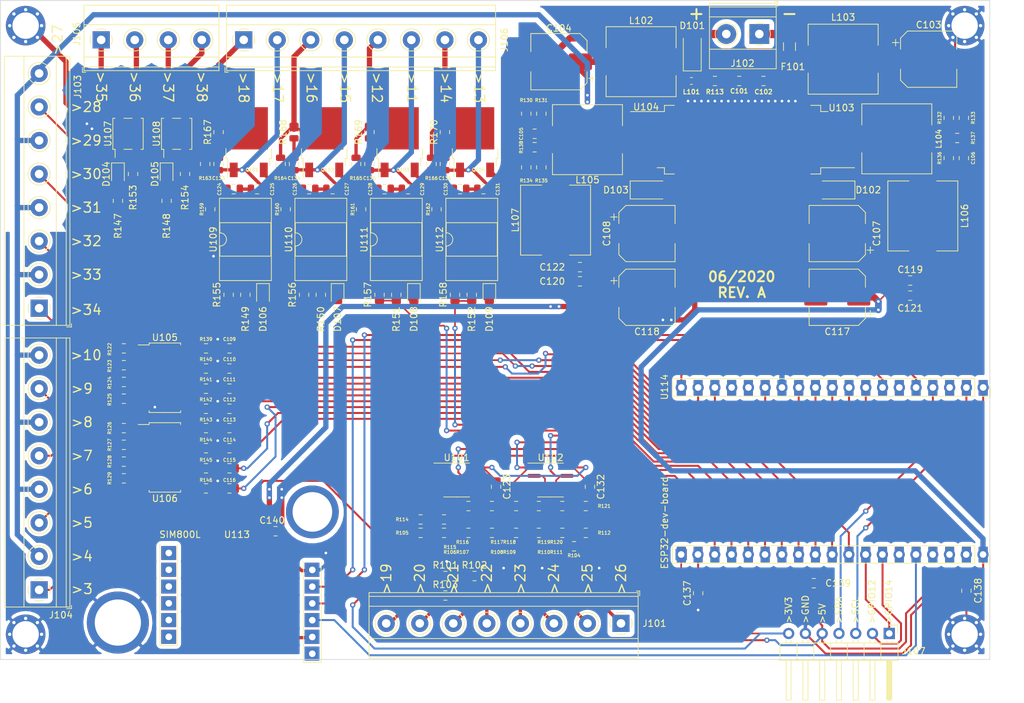
<source format=kicad_pcb>
(kicad_pcb (version 20171130) (host pcbnew "(5.1.5)-3")
  (layers (0 F.Cu signal) (31 B.Cu signal) (34 B.Paste user) (35 F.Paste user) (36 B.SilkS user) (37 F.SilkS user) (38 B.Mask user) (39 F.Mask user) (44 Edge.Cuts user))
  (net 0 "")
  (net 1 GND)
  (net 2 "Net-(C101-Pad1)")
  (net 3 "Net-(C102-Pad1)")
  (net 4 "Net-(C103-Pad1)")
  (net 5 "Net-(C105-Pad2)")
  (net 6 "Net-(C105-Pad1)")
  (net 7 "Net-(C106-Pad2)")
  (net 8 "Net-(C106-Pad1)")
  (net 9 4.1V)
  (net 10 +5V)
  (net 11 "Net-(D101-Pad1)")
  (net 12 "Net-(D101-Pad2)")
  (net 13 "Net-(D102-Pad1)")
  (net 14 "Net-(D103-Pad1)")
  (net 15 "Net-(F101-Pad1)")
  (net 16 "Net-(J101-Pad1)")
  (net 17 "Net-(J101-Pad2)")
  (net 18 "Net-(J103-Pad1)")
  (net 19 "Net-(J104-Pad1)")
  (net 20 "Net-(R105-Pad1)")
  (net 21 "Net-(R106-Pad1)")
  (net 22 "Net-(R107-Pad1)")
  (net 23 "Net-(R108-Pad1)")
  (net 24 "Net-(R109-Pad1)")
  (net 25 "Net-(R110-Pad1)")
  (net 26 "Net-(R111-Pad1)")
  (net 27 "Net-(R112-Pad1)")
  (net 28 /CURR_01)
  (net 29 /CURR_02)
  (net 30 /CURR_03)
  (net 31 /CURR_04)
  (net 32 "Net-(R134-Pad1)")
  (net 33 +3V3)
  (net 34 "Net-(C125-Pad1)")
  (net 35 "Net-(C126-Pad1)")
  (net 36 "Net-(C127-Pad1)")
  (net 37 "Net-(C128-Pad1)")
  (net 38 "Net-(C129-Pad1)")
  (net 39 "Net-(C130-Pad1)")
  (net 40 "Net-(C131-Pad1)")
  (net 41 "Net-(C133-Pad1)")
  (net 42 "Net-(C134-Pad1)")
  (net 43 "Net-(C135-Pad1)")
  (net 44 "Net-(C136-Pad1)")
  (net 45 "Net-(Q101-Pad3)")
  (net 46 "Net-(Q102-Pad3)")
  (net 47 "Net-(Q103-Pad3)")
  (net 48 "Net-(Q104-Pad3)")
  (net 49 /OUT_1)
  (net 50 "Net-(R155-Pad1)")
  (net 51 /OUT_2)
  (net 52 "Net-(R156-Pad1)")
  (net 53 /OUT_3)
  (net 54 "Net-(R157-Pad1)")
  (net 55 /OUT_4)
  (net 56 "Net-(R158-Pad1)")
  (net 57 /OUT_5)
  (net 58 /OUT_6)
  (net 59 "Net-(R161-Pad2)")
  (net 60 "Net-(R162-Pad2)")
  (net 61 "Net-(U109-Pad3)")
  (net 62 "Net-(U109-Pad5)")
  (net 63 "Net-(U110-Pad3)")
  (net 64 "Net-(U110-Pad5)")
  (net 65 "Net-(U111-Pad3)")
  (net 66 "Net-(U111-Pad5)")
  (net 67 "Net-(U112-Pad3)")
  (net 68 "Net-(U112-Pad5)")
  (net 69 /ED_3)
  (net 70 /ED_4)
  (net 71 /ED_5)
  (net 72 /ED_6)
  (net 73 /ED_7)
  (net 74 /ED_8)
  (net 75 /ED_1)
  (net 76 /ED_2)
  (net 77 "Net-(C137-Pad2)")
  (net 78 "Net-(U113-Pad5)")
  (net 79 "Net-(U113-Pad4)")
  (net 80 "Net-(U113-Pad6)")
  (net 81 "Net-(U113-Pad3)")
  (net 82 "Net-(U113-Pad2)")
  (net 83 "Net-(U113-Pad1)")
  (net 84 /TX_SIM800L)
  (net 85 /RX_SIM800L)
  (net 86 /RST_SIM800L)
  (net 87 "Net-(U114-Pad22)")
  (net 88 /SCL)
  (net 89 "Net-(U114-Pad34)")
  (net 90 "Net-(U114-Pad35)")
  (net 91 /SDA)
  (net 92 "Net-(U114-Pad25)")
  (net 93 "Net-(U114-Pad17)")
  (net 94 /GPIO_12)
  (net 95 "Net-(U114-Pad16)")
  (net 96 "Net-(U114-Pad18)")
  (net 97 "Net-(U114-Pad14)")
  (net 98 /GPIO_14)
  (net 99 "Net-(J101-Pad8)")
  (net 100 "Net-(J101-Pad7)")
  (net 101 "Net-(J101-Pad6)")
  (net 102 "Net-(J101-Pad5)")
  (net 103 "Net-(J101-Pad4)")
  (net 104 "Net-(J101-Pad3)")
  (net 105 "Net-(J103-Pad7)")
  (net 106 "Net-(J103-Pad5)")
  (net 107 "Net-(J103-Pad3)")
  (net 108 "Net-(J104-Pad7)")
  (net 109 "Net-(J104-Pad5)")
  (net 110 "Net-(J104-Pad3)")
  (net 111 "Net-(J106-Pad3)")
  (net 112 "Net-(J106-Pad1)")
  (net 113 "Net-(D104-Pad2)")
  (net 114 "Net-(D105-Pad2)")
  (net 115 "Net-(D106-Pad2)")
  (net 116 "Net-(D107-Pad2)")
  (net 117 "Net-(D108-Pad2)")
  (net 118 "Net-(D109-Pad2)")
  (net 119 "Net-(U113-Pad12)")
  (net 120 VCC)
  (net 121 "Net-(C124-Pad2)")
  (net 122 "Net-(C124-Pad1)")
  (net 123 "Net-(C126-Pad2)")
  (net 124 "Net-(C128-Pad2)")
  (net 125 "Net-(C130-Pad2)")
  (net 126 "Net-(J105-Pad4)")
  (net 127 "Net-(J105-Pad3)")
  (net 128 "Net-(J105-Pad2)")
  (net 129 "Net-(J105-Pad1)")
  (net 130 "Net-(J106-Pad7)")
  (net 131 "Net-(J106-Pad5)")
  (net 132 "Net-(R122-Pad1)")
  (net 133 "Net-(R123-Pad1)")
  (net 134 "Net-(R124-Pad1)")
  (net 135 "Net-(R125-Pad1)")
  (net 136 "Net-(R126-Pad1)")
  (net 137 "Net-(R127-Pad1)")
  (net 138 "Net-(R128-Pad1)")
  (net 139 "Net-(R129-Pad1)")
  (net 140 "Net-(R153-Pad1)")
  (net 141 "Net-(R154-Pad1)")
  (net 142 "Net-(R159-Pad2)")
  (net 143 "Net-(R160-Pad2)")
  (module e-Power:MountingHole_3.2mm_M3_Pad (layer F.Cu) (at 109.2073 137.287)
    (fp_text reference H105 hide)
    (fp_text value MountingHole_Pad)
    (pad 1 thru_hole circle (at 0 0) (size 9.4 9.4) (drill 7) (layers *.Cu *.Mask) (net 1 GND))
  )
  (module Resistor_SMD:R_0805_2012Metric (layer F.Cu) (at 158.818 133.1872)
    (fp_text reference R103 (at 0 -1.65) (layer F.SilkS))
    (fp_text value 15R)
    (pad 2 smd roundrect (at 0.9375 0) (size 0.975 1.4) (layers F.Cu F.Paste F.Mask) (net 104 "Net-(J101-Pad3)"))
    (pad 1 smd roundrect (at -0.9375 0) (size 0.975 1.4) (layers F.Cu F.Paste F.Mask) (net 103 "Net-(J101-Pad4)"))
  )
  (module Resistor_SMD:R_0805_2012Metric (layer F.Cu) (at 163.228 130.2372)
    (fp_text reference R102 (at 0 -1.65) (layer F.SilkS))
    (fp_text value 15R)
    (pad 2 smd roundrect (at 0.9375 0) (size 0.975 1.4) (layers F.Cu F.Paste F.Mask) (net 102 "Net-(J101-Pad5)"))
    (pad 1 smd roundrect (at -0.9375 0) (size 0.975 1.4) (layers F.Cu F.Paste F.Mask) (net 101 "Net-(J101-Pad6)"))
  )
  (module Resistor_SMD:R_0805_2012Metric (layer F.Cu) (at 158.818 130.2372)
    (fp_text reference R101 (at 0 -1.65) (layer F.SilkS))
    (fp_text value 15R)
    (pad 2 smd roundrect (at 0.9375 0) (size 0.975 1.4) (layers F.Cu F.Paste F.Mask) (net 100 "Net-(J101-Pad7)"))
    (pad 1 smd roundrect (at -0.9375 0) (size 0.975 1.4) (layers F.Cu F.Paste F.Mask) (net 99 "Net-(J101-Pad8)"))
  )
  (module e-Power:MountingHole_4mm_Pad_Via (layer F.Cu) (at 237.4773 46.863)
    (fp_text reference H104 hide)
    (fp_text value MountingHole_Pad)
    (pad 1 thru_hole circle (at -1.778 -1.778) (size 0.8 0.8) (drill 0.5) (layers *.Cu *.Mask) (net 1 GND))
    (pad 1 thru_hole circle (at 0 -2.413) (size 0.8 0.8) (drill 0.5) (layers *.Cu *.Mask) (net 1 GND))
    (pad 1 thru_hole circle (at 1.778 1.778) (size 0.8 0.8) (drill 0.5) (layers *.Cu *.Mask) (net 1 GND))
    (pad 1 thru_hole circle (at -2.413 0) (size 0.8 0.8) (drill 0.5) (layers *.Cu *.Mask) (net 1 GND))
    (pad 1 thru_hole circle (at -1.778 1.778) (size 0.8 0.8) (drill 0.5) (layers *.Cu *.Mask) (net 1 GND))
    (pad 1 thru_hole circle (at 0 2.413) (size 0.8 0.8) (drill 0.5) (layers *.Cu *.Mask) (net 1 GND))
    (pad 1 thru_hole circle (at 1.778 -1.778) (size 0.8 0.8) (drill 0.5) (layers *.Cu *.Mask) (net 1 GND))
    (pad 1 thru_hole circle (at 2.413 0) (size 0.8 0.8) (drill 0.5) (layers *.Cu *.Mask) (net 1 GND))
    (pad 1 thru_hole circle (at 0 0) (size 6 6) (drill 4) (layers *.Cu *.Mask) (net 1 GND))
  )
  (module e-Power:MountingHole_4mm_Pad_Via (layer F.Cu) (at 237.4773 139.065)
    (fp_text reference H103 hide)
    (fp_text value MountingHole_Pad)
    (pad 1 thru_hole circle (at -1.778 -1.778) (size 0.8 0.8) (drill 0.5) (layers *.Cu *.Mask) (net 1 GND))
    (pad 1 thru_hole circle (at 0 -2.413) (size 0.8 0.8) (drill 0.5) (layers *.Cu *.Mask) (net 1 GND))
    (pad 1 thru_hole circle (at 1.778 1.778) (size 0.8 0.8) (drill 0.5) (layers *.Cu *.Mask) (net 1 GND))
    (pad 1 thru_hole circle (at -2.413 0) (size 0.8 0.8) (drill 0.5) (layers *.Cu *.Mask) (net 1 GND))
    (pad 1 thru_hole circle (at -1.778 1.778) (size 0.8 0.8) (drill 0.5) (layers *.Cu *.Mask) (net 1 GND))
    (pad 1 thru_hole circle (at 0 2.413) (size 0.8 0.8) (drill 0.5) (layers *.Cu *.Mask) (net 1 GND))
    (pad 1 thru_hole circle (at 1.778 -1.778) (size 0.8 0.8) (drill 0.5) (layers *.Cu *.Mask) (net 1 GND))
    (pad 1 thru_hole circle (at 2.413 0) (size 0.8 0.8) (drill 0.5) (layers *.Cu *.Mask) (net 1 GND))
    (pad 1 thru_hole circle (at 0 0) (size 6 6) (drill 4) (layers *.Cu *.Mask) (net 1 GND))
  )
  (module e-Power:MountingHole_4mm_Pad_Via (layer F.Cu) (at 95.2373 139.065)
    (fp_text reference H102 hide)
    (fp_text value MountingHole_Pad)
    (pad 1 thru_hole circle (at -1.778 -1.778) (size 0.8 0.8) (drill 0.5) (layers *.Cu *.Mask) (net 1 GND))
    (pad 1 thru_hole circle (at 0 -2.413) (size 0.8 0.8) (drill 0.5) (layers *.Cu *.Mask) (net 1 GND))
    (pad 1 thru_hole circle (at 1.778 1.778) (size 0.8 0.8) (drill 0.5) (layers *.Cu *.Mask) (net 1 GND))
    (pad 1 thru_hole circle (at -2.413 0) (size 0.8 0.8) (drill 0.5) (layers *.Cu *.Mask) (net 1 GND))
    (pad 1 thru_hole circle (at -1.778 1.778) (size 0.8 0.8) (drill 0.5) (layers *.Cu *.Mask) (net 1 GND))
    (pad 1 thru_hole circle (at 0 2.413) (size 0.8 0.8) (drill 0.5) (layers *.Cu *.Mask) (net 1 GND))
    (pad 1 thru_hole circle (at 1.778 -1.778) (size 0.8 0.8) (drill 0.5) (layers *.Cu *.Mask) (net 1 GND))
    (pad 1 thru_hole circle (at 2.413 0) (size 0.8 0.8) (drill 0.5) (layers *.Cu *.Mask) (net 1 GND))
    (pad 1 thru_hole circle (at 0 0) (size 6 6) (drill 4) (layers *.Cu *.Mask) (net 1 GND))
  )
  (module e-Power:MountingHole_4mm_Pad_Via (layer F.Cu) (at 95.2373 46.863)
    (fp_text reference H101 hide)
    (fp_text value MountingHole_Pad)
    (pad 1 thru_hole circle (at -1.778 -1.778) (size 0.8 0.8) (drill 0.5) (layers *.Cu *.Mask) (net 1 GND))
    (pad 1 thru_hole circle (at 0 -2.413) (size 0.8 0.8) (drill 0.5) (layers *.Cu *.Mask) (net 1 GND))
    (pad 1 thru_hole circle (at 1.778 1.778) (size 0.8 0.8) (drill 0.5) (layers *.Cu *.Mask) (net 1 GND))
    (pad 1 thru_hole circle (at -2.413 0) (size 0.8 0.8) (drill 0.5) (layers *.Cu *.Mask) (net 1 GND))
    (pad 1 thru_hole circle (at -1.778 1.778) (size 0.8 0.8) (drill 0.5) (layers *.Cu *.Mask) (net 1 GND))
    (pad 1 thru_hole circle (at 0 2.413) (size 0.8 0.8) (drill 0.5) (layers *.Cu *.Mask) (net 1 GND))
    (pad 1 thru_hole circle (at 1.778 -1.778) (size 0.8 0.8) (drill 0.5) (layers *.Cu *.Mask) (net 1 GND))
    (pad 1 thru_hole circle (at 2.413 0) (size 0.8 0.8) (drill 0.5) (layers *.Cu *.Mask) (net 1 GND))
    (pad 1 thru_hole circle (at 0 0) (size 6 6) (drill 4) (layers *.Cu *.Mask) (net 1 GND))
  )
  (module Resistor_SMD:R_0805_2012Metric (layer F.Cu) (at 147.32 62.992 90)
    (fp_text reference R169 (at 0 -1.65 90) (layer F.SilkS))
    (fp_text value 39R)
    (pad 2 smd roundrect (at 0.9375 0 90) (size 0.975 1.4) (layers F.Cu F.Paste F.Mask) (net 131 "Net-(J106-Pad5)"))
    (pad 1 smd roundrect (at -0.9375 0 90) (size 0.975 1.4) (layers F.Cu F.Paste F.Mask) (net 43 "Net-(C135-Pad1)"))
  )
  (module Resistor_SMD:R_0805_2012Metric (layer F.Cu) (at 135.89 62.992 90)
    (fp_text reference R168 (at 0 -1.65 90) (layer F.SilkS))
    (fp_text value 39R)
    (pad 2 smd roundrect (at 0.9375 0 90) (size 0.975 1.4) (layers F.Cu F.Paste F.Mask) (net 111 "Net-(J106-Pad3)"))
    (pad 1 smd roundrect (at -0.9375 0 90) (size 0.975 1.4) (layers F.Cu F.Paste F.Mask) (net 42 "Net-(C134-Pad1)"))
  )
  (module Resistor_SMD:R_0805_2012Metric (layer F.Cu) (at 124.46 62.992 90)
    (fp_text reference R167 (at 0 -1.65 90) (layer F.SilkS))
    (fp_text value 39R)
    (pad 2 smd roundrect (at 0.9375 0 90) (size 0.975 1.4) (layers F.Cu F.Paste F.Mask) (net 112 "Net-(J106-Pad1)"))
    (pad 1 smd roundrect (at -0.9375 0 90) (size 0.975 1.4) (layers F.Cu F.Paste F.Mask) (net 41 "Net-(C133-Pad1)"))
  )
  (module Capacitor_SMD:C_0805_2012Metric (layer F.Cu) (at 147.32 67.818 270)
    (fp_text reference C135 (at 2.159 0 180) (layer F.SilkS) (effects (font (size 0.5 0.5) (thickness 0.1))))
    (fp_text value 10nF)
    (pad 2 smd roundrect (at 0.9375 0 270) (size 0.975 1.4) (layers F.Cu F.Paste F.Mask) (net 38 "Net-(C129-Pad1)"))
    (pad 1 smd roundrect (at -0.9375 0 270) (size 0.975 1.4) (layers F.Cu F.Paste F.Mask) (net 43 "Net-(C135-Pad1)"))
  )
  (module Capacitor_SMD:C_0805_2012Metric (layer F.Cu) (at 135.89 67.818 270)
    (fp_text reference C134 (at 2.159 0 180) (layer F.SilkS) (effects (font (size 0.5 0.5) (thickness 0.1))))
    (fp_text value 10nF)
    (pad 2 smd roundrect (at 0.9375 0 270) (size 0.975 1.4) (layers F.Cu F.Paste F.Mask) (net 36 "Net-(C127-Pad1)"))
    (pad 1 smd roundrect (at -0.9375 0 270) (size 0.975 1.4) (layers F.Cu F.Paste F.Mask) (net 42 "Net-(C134-Pad1)"))
  )
  (module Capacitor_SMD:C_0805_2012Metric (layer F.Cu) (at 124.46 67.818 270)
    (fp_text reference C133 (at 2.159 0 180) (layer F.SilkS) (effects (font (size 0.5 0.5) (thickness 0.1))))
    (fp_text value 10nF)
    (pad 2 smd roundrect (at 0.9375 0 270) (size 0.975 1.4) (layers F.Cu F.Paste F.Mask) (net 34 "Net-(C125-Pad1)"))
    (pad 1 smd roundrect (at -0.9375 0 270) (size 0.975 1.4) (layers F.Cu F.Paste F.Mask) (net 41 "Net-(C133-Pad1)"))
  )
  (module LED_SMD:LED_0805_2012Metric (layer F.Cu) (at 165.481 87.63 270)
    (fp_text reference D109 (at 3.683 0 90) (layer F.SilkS))
    (fp_text value LED)
    (pad 2 smd roundrect (at 0.9375 0 270) (size 0.975 1.4) (layers F.Cu F.Paste F.Mask) (net 118 "Net-(D109-Pad2)"))
    (pad 1 smd roundrect (at -0.9375 0 270) (size 0.975 1.4) (layers F.Cu F.Paste F.Mask) (net 1 GND))
  )
  (module LED_SMD:LED_0805_2012Metric (layer F.Cu) (at 154.051 87.63 270)
    (fp_text reference D108 (at 3.683 0 90) (layer F.SilkS))
    (fp_text value LED)
    (pad 2 smd roundrect (at 0.9375 0 270) (size 0.975 1.4) (layers F.Cu F.Paste F.Mask) (net 117 "Net-(D108-Pad2)"))
    (pad 1 smd roundrect (at -0.9375 0 270) (size 0.975 1.4) (layers F.Cu F.Paste F.Mask) (net 1 GND))
  )
  (module LED_SMD:LED_0805_2012Metric (layer F.Cu) (at 142.494 87.63 270)
    (fp_text reference D107 (at 3.683 0 90) (layer F.SilkS))
    (fp_text value LED)
    (pad 2 smd roundrect (at 0.9375 0 270) (size 0.975 1.4) (layers F.Cu F.Paste F.Mask) (net 116 "Net-(D107-Pad2)"))
    (pad 1 smd roundrect (at -0.9375 0 270) (size 0.975 1.4) (layers F.Cu F.Paste F.Mask) (net 1 GND))
  )
  (module LED_SMD:LED_0805_2012Metric (layer F.Cu) (at 131.191 87.63 270)
    (fp_text reference D106 (at 3.683 0 90) (layer F.SilkS))
    (fp_text value LED)
    (pad 2 smd roundrect (at 0.9375 0 270) (size 0.975 1.4) (layers F.Cu F.Paste F.Mask) (net 115 "Net-(D106-Pad2)"))
    (pad 1 smd roundrect (at -0.9375 0 270) (size 0.975 1.4) (layers F.Cu F.Paste F.Mask) (net 1 GND))
  )
  (module Package_TO_SOT_SMD:TO-252-2 (layer F.Cu) (at 163.322 64.516 90)
    (fp_text reference Q104 (at -4.191 0.508 180) (layer F.SilkS) (effects (font (size 0.5 0.5) (thickness 0.1))))
    (fp_text value BT136-600)
    (pad 2 smd rect (at 2.1 0 90) (size 6.4 5.8) (layers F.Cu F.Mask) (net 130 "Net-(J106-Pad7)"))
    (pad 3 smd rect (at -4.2 2.28 90) (size 2.2 1.2) (layers F.Cu F.Paste F.Mask) (net 48 "Net-(Q104-Pad3)"))
    (pad 1 smd rect (at -4.2 -2.28 90) (size 2.2 1.2) (layers F.Cu F.Paste F.Mask) (net 40 "Net-(C131-Pad1)"))
  )
  (module Package_SO:SO-4_4.4x4.3mm_P2.54mm (layer F.Cu) (at 118.11 63.246 90)
    (fp_text reference U108 (at 0 -3.048 90) (layer F.SilkS))
    (fp_text value KAQY214S)
    (pad 3 smd rect (at 3 1.27) (size 0.8 1.2) (layers F.Cu F.Paste F.Mask) (net 126 "Net-(J105-Pad4)"))
    (pad 2 smd rect (at -3 1.27) (size 0.8 1.2) (layers F.Cu F.Paste F.Mask) (net 1 GND))
    (pad 1 smd rect (at -3 -1.27) (size 0.8 1.2) (layers F.Cu F.Paste F.Mask) (net 141 "Net-(R154-Pad1)"))
    (pad 4 smd rect (at 3 -1.27) (size 0.8 1.2) (layers F.Cu F.Paste F.Mask) (net 127 "Net-(J105-Pad3)"))
  )
  (module Resistor_SMD:R_0805_2012Metric (layer F.Cu) (at 162.814 87.63 270)
    (fp_text reference R152 (at 3.683 0 90) (layer F.SilkS))
    (fp_text value 330R)
    (pad 2 smd roundrect (at 0.9375 0 270) (size 0.975 1.4) (layers F.Cu F.Paste F.Mask) (net 58 /OUT_6))
    (pad 1 smd roundrect (at -0.9375 0 270) (size 0.975 1.4) (layers F.Cu F.Paste F.Mask) (net 118 "Net-(D109-Pad2)"))
  )
  (module Resistor_SMD:R_0805_2012Metric (layer F.Cu) (at 151.384 87.63 270)
    (fp_text reference R151 (at 3.683 0 90) (layer F.SilkS))
    (fp_text value 330R)
    (pad 2 smd roundrect (at 0.9375 0 270) (size 0.975 1.4) (layers F.Cu F.Paste F.Mask) (net 57 /OUT_5))
    (pad 1 smd roundrect (at -0.9375 0 270) (size 0.975 1.4) (layers F.Cu F.Paste F.Mask) (net 117 "Net-(D108-Pad2)"))
  )
  (module Resistor_SMD:R_0805_2012Metric (layer F.Cu) (at 139.954 87.63 270)
    (fp_text reference R150 (at 3.683 0 90) (layer F.SilkS))
    (fp_text value 330R)
    (pad 2 smd roundrect (at 0.9375 0 270) (size 0.975 1.4) (layers F.Cu F.Paste F.Mask) (net 55 /OUT_4))
    (pad 1 smd roundrect (at -0.9375 0 270) (size 0.975 1.4) (layers F.Cu F.Paste F.Mask) (net 116 "Net-(D107-Pad2)"))
  )
  (module Resistor_SMD:R_0805_2012Metric (layer F.Cu) (at 128.524 87.63 90)
    (fp_text reference R149 (at -3.683 0 90) (layer F.SilkS))
    (fp_text value 330R)
    (pad 2 smd roundrect (at 0.9375 0 90) (size 0.975 1.4) (layers F.Cu F.Paste F.Mask) (net 53 /OUT_3))
    (pad 1 smd roundrect (at -0.9375 0 90) (size 0.975 1.4) (layers F.Cu F.Paste F.Mask) (net 115 "Net-(D106-Pad2)"))
  )
  (module Resistor_SMD:R_0805_2012Metric (layer F.Cu) (at 116.586 73.406 270)
    (fp_text reference R148 (at 3.81 0 90) (layer F.SilkS))
    (fp_text value 330R)
    (pad 2 smd roundrect (at 0.9375 0 270) (size 0.975 1.4) (layers F.Cu F.Paste F.Mask) (net 51 /OUT_2))
    (pad 1 smd roundrect (at -0.9375 0 270) (size 0.975 1.4) (layers F.Cu F.Paste F.Mask) (net 114 "Net-(D105-Pad2)"))
  )
  (module Resistor_SMD:R_0805_2012Metric (layer F.Cu) (at 109.22 73.406 270)
    (fp_text reference R147 (at 3.81 0 90) (layer F.SilkS))
    (fp_text value 330R)
    (pad 2 smd roundrect (at 0.9375 0 270) (size 0.975 1.4) (layers F.Cu F.Paste F.Mask) (net 49 /OUT_1))
    (pad 1 smd roundrect (at -0.9375 0 270) (size 0.975 1.4) (layers F.Cu F.Paste F.Mask) (net 113 "Net-(D104-Pad2)"))
  )
  (module LED_SMD:LED_0805_2012Metric (layer F.Cu) (at 116.586 69.342 270)
    (fp_text reference D105 (at 0 1.778 90) (layer F.SilkS))
    (fp_text value LED)
    (pad 2 smd roundrect (at 0.9375 0 270) (size 0.975 1.4) (layers F.Cu F.Paste F.Mask) (net 114 "Net-(D105-Pad2)"))
    (pad 1 smd roundrect (at -0.9375 0 270) (size 0.975 1.4) (layers F.Cu F.Paste F.Mask) (net 1 GND))
  )
  (module LED_SMD:LED_0805_2012Metric (layer F.Cu) (at 109.22 69.342 270)
    (fp_text reference D104 (at 0 1.778 90) (layer F.SilkS))
    (fp_text value LED)
    (pad 2 smd roundrect (at 0.9375 0 270) (size 0.975 1.4) (layers F.Cu F.Paste F.Mask) (net 113 "Net-(D104-Pad2)"))
    (pad 1 smd roundrect (at -0.9375 0 270) (size 0.975 1.4) (layers F.Cu F.Paste F.Mask) (net 1 GND))
  )
  (module Capacitor_SMD:CP_Elec_8x10 (layer F.Cu) (at 189.357 88.011)
    (fp_text reference C118 (at 0 5.207) (layer F.SilkS))
    (fp_text value 220uF)
    (pad 2 smd roundrect (at 3.25 0) (size 3.5 2.5) (layers F.Cu F.Paste F.Mask) (roundrect_rratio 0.1) (net 1 GND))
    (pad 1 smd roundrect (at -3.25 0) (size 3.5 2.5) (layers F.Cu F.Paste F.Mask) (roundrect_rratio 0.1) (net 9 4.1V))
  )
  (module Capacitor_SMD:CP_Elec_8x10 (layer F.Cu) (at 218.186 88.011 180)
    (fp_text reference C117 (at 0 -5.2) (layer F.SilkS))
    (fp_text value 220uF)
    (pad 2 smd roundrect (at 3.25 0 180) (size 3.5 2.5) (layers F.Cu F.Paste F.Mask) (roundrect_rratio 0.1) (net 1 GND))
    (pad 1 smd roundrect (at -3.25 0 180) (size 3.5 2.5) (layers F.Cu F.Paste F.Mask) (roundrect_rratio 0.1) (net 10 +5V))
  )
  (module Capacitor_SMD:CP_Elec_8x10 (layer F.Cu) (at 189.357 78.359)
    (fp_text reference C108 (at -6.096 0 90) (layer F.SilkS))
    (fp_text value 220uF)
    (pad 2 smd roundrect (at 3.25 0) (size 3.5 2.5) (layers F.Cu F.Paste F.Mask) (roundrect_rratio 0.1) (net 1 GND))
    (pad 1 smd roundrect (at -3.25 0) (size 3.5 2.5) (layers F.Cu F.Paste F.Mask) (roundrect_rratio 0.1) (net 6 "Net-(C105-Pad1)"))
  )
  (module Capacitor_SMD:CP_Elec_8x10 (layer F.Cu) (at 218.186 78.359 180)
    (fp_text reference C107 (at -5.969 0 270) (layer F.SilkS))
    (fp_text value 220uF)
    (pad 2 smd roundrect (at 3.25 0 180) (size 3.5 2.5) (layers F.Cu F.Paste F.Mask) (roundrect_rratio 0.1) (net 1 GND))
    (pad 1 smd roundrect (at -3.25 0 180) (size 3.5 2.5) (layers F.Cu F.Paste F.Mask) (roundrect_rratio 0.1) (net 8 "Net-(C106-Pad1)"))
  )
  (module Capacitor_SMD:CP_Elec_8x10 (layer F.Cu) (at 176.022 52.324 180)
    (fp_text reference C104 (at 0 5.08) (layer F.SilkS))
    (fp_text value 220uF)
    (pad 2 smd roundrect (at 3.25 0 180) (size 3.5 2.5) (layers F.Cu F.Paste F.Mask) (roundrect_rratio 0.1) (net 1 GND))
    (pad 1 smd roundrect (at -3.25 0 180) (size 3.5 2.5) (layers F.Cu F.Paste F.Mask) (roundrect_rratio 0.1) (net 120 VCC))
  )
  (module Capacitor_SMD:CP_Elec_8x10 (layer F.Cu) (at 232.029 51.943)
    (fp_text reference C103 (at 0 -5.2) (layer F.SilkS))
    (fp_text value 220uF)
    (pad 2 smd roundrect (at 3.25 0) (size 3.5 2.5) (layers F.Cu F.Paste F.Mask) (roundrect_rratio 0.1) (net 1 GND))
    (pad 1 smd roundrect (at -3.25 0) (size 3.5 2.5) (layers F.Cu F.Paste F.Mask) (roundrect_rratio 0.1) (net 4 "Net-(C103-Pad1)"))
  )
  (module Connector_PinHeader_2.54mm:PinHeader_1x07_P2.54mm_Horizontal (layer F.Cu) (at 226.06 138.938 270)
    (fp_text reference J107 (at 2.667 -3.683 180) (layer F.SilkS))
    (fp_text value Conn_01x07_Male)
    (pad 7 thru_hole oval (at 0 15.24 270) (size 1.7 1.7) (drill 1) (layers *.Cu *.Mask) (net 33 +3V3))
    (pad 6 thru_hole oval (at 0 12.7 270) (size 1.7 1.7) (drill 1) (layers *.Cu *.Mask) (net 1 GND))
    (pad 5 thru_hole oval (at 0 10.16 270) (size 1.7 1.7) (drill 1) (layers *.Cu *.Mask) (net 10 +5V))
    (pad 4 thru_hole oval (at 0 7.62 270) (size 1.7 1.7) (drill 1) (layers *.Cu *.Mask) (net 91 /SDA))
    (pad 3 thru_hole oval (at 0 5.08 270) (size 1.7 1.7) (drill 1) (layers *.Cu *.Mask) (net 88 /SCL))
    (pad 2 thru_hole oval (at 0 2.54 270) (size 1.7 1.7) (drill 1) (layers *.Cu *.Mask) (net 94 /GPIO_12))
    (pad 1 thru_hole rect (at 0 0 270) (size 1.7 1.7) (drill 1) (layers *.Cu *.Mask) (net 98 /GPIO_14))
  )
  (module e-Power:SIM800L (layer F.Cu) (at 138.684 141.986 180)
    (fp_text reference U113 (at 11.43 18.034) (layer F.SilkS))
    (fp_text value SIM800L (at 20.066 18.034 180) (layer F.SilkS))
    (fp_poly (pts (xy 22.86 13.716) (xy 20.701 13.716) (xy 20.701 11.684) (xy 22.86 11.684)) (layer F.Cu) (width 0.1))
    (fp_poly (pts (xy 22.86 13.716) (xy 20.701 13.716) (xy 20.701 11.684) (xy 22.86 11.684)) (layer B.Cu) (width 0.1))
    (fp_poly (pts (xy 22.86 16.256) (xy 20.701 16.256) (xy 20.701 14.224) (xy 22.86 14.224)) (layer F.Cu) (width 0.1))
    (fp_poly (pts (xy 22.86 16.256) (xy 20.701 16.256) (xy 20.701 14.224) (xy 22.86 14.224)) (layer B.Cu) (width 0.1))
    (fp_poly (pts (xy 22.86 3.556) (xy 20.701 3.556) (xy 20.701 1.524) (xy 22.86 1.524)) (layer B.Cu) (width 0.1))
    (fp_poly (pts (xy 22.86 8.636) (xy 20.701 8.636) (xy 20.701 6.604) (xy 22.86 6.604)) (layer B.Cu) (width 0.1))
    (fp_poly (pts (xy 22.86 6.096) (xy 20.701 6.096) (xy 20.701 4.064) (xy 22.86 4.064)) (layer B.Cu) (width 0.1))
    (fp_poly (pts (xy 22.86 11.176) (xy 20.701 11.176) (xy 20.701 9.144) (xy 22.86 9.144)) (layer F.Cu) (width 0.1))
    (fp_poly (pts (xy 22.86 11.176) (xy 20.701 11.176) (xy 20.701 9.144) (xy 22.86 9.144)) (layer B.Cu) (width 0.1))
    (fp_poly (pts (xy 22.86 8.636) (xy 20.701 8.636) (xy 20.701 6.604) (xy 22.86 6.604)) (layer F.Cu) (width 0.1))
    (fp_poly (pts (xy 22.86 6.096) (xy 20.701 6.096) (xy 20.701 4.064) (xy 22.86 4.064)) (layer F.Cu) (width 0.1))
    (fp_poly (pts (xy 22.86 3.556) (xy 20.701 3.556) (xy 20.701 1.524) (xy 22.86 1.524)) (layer F.Cu) (width 0.1))
    (fp_poly (pts (xy 1.143 6.096) (xy -1.016 6.096) (xy -1.016 4.064) (xy 1.143 4.064)) (layer F.Cu) (width 0.1))
    (fp_poly (pts (xy 1.143 1.016) (xy -1.016 1.016) (xy -1.016 -1.016) (xy 1.143 -1.016)) (layer F.Cu) (width 0.1))
    (fp_poly (pts (xy 1.143 8.636) (xy -1.016 8.636) (xy -1.016 6.604) (xy 1.143 6.604)) (layer F.Cu) (width 0.1))
    (fp_poly (pts (xy 1.143 8.636) (xy -1.016 8.636) (xy -1.016 6.604) (xy 1.143 6.604)) (layer B.Cu) (width 0.1))
    (fp_poly (pts (xy 1.143 1.016) (xy -1.016 1.016) (xy -1.016 -1.016) (xy 1.143 -1.016)) (layer B.Cu) (width 0.1))
    (fp_poly (pts (xy 1.143 3.556) (xy -1.016 3.556) (xy -1.016 1.524) (xy 1.143 1.524)) (layer F.Cu) (width 0.1))
    (fp_poly (pts (xy 1.143 6.096) (xy -1.016 6.096) (xy -1.016 4.064) (xy 1.143 4.064)) (layer B.Cu) (width 0.1))
    (fp_poly (pts (xy 1.143 3.556) (xy -1.016 3.556) (xy -1.016 1.524) (xy 1.143 1.524)) (layer B.Cu) (width 0.1))
    (fp_poly (pts (xy 1.143 11.176) (xy -1.016 11.176) (xy -1.016 9.144) (xy 1.143 9.144)) (layer F.Cu) (width 0.1))
    (fp_poly (pts (xy 1.143 11.176) (xy -1.016 11.176) (xy -1.016 9.144) (xy 1.143 9.144)) (layer B.Cu) (width 0.1))
    (fp_poly (pts (xy 1.143 13.716) (xy -1.016 13.716) (xy -1.016 11.684) (xy 1.143 11.684)) (layer F.Cu) (width 0.1))
    (fp_poly (pts (xy 1.143 13.716) (xy -1.016 13.716) (xy -1.016 11.684) (xy 1.143 11.684)) (layer B.Cu) (width 0.1))
    (pad 5 thru_hole oval (at 21.7678 12.7) (size 1.7 1.7) (drill 1) (layers *.Cu *.Mask) (net 78 "Net-(U113-Pad5)"))
    (pad 4 thru_hole oval (at 21.7678 10.16) (size 1.7 1.7) (drill 1) (layers *.Cu *.Mask) (net 79 "Net-(U113-Pad4)"))
    (pad 6 thru_hole oval (at 21.7678 15.24) (size 1.7 1.7) (drill 1) (layers *.Cu *.Mask) (net 80 "Net-(U113-Pad6)"))
    (pad 3 thru_hole oval (at 21.7678 7.62) (size 1.7 1.7) (drill 1) (layers *.Cu *.Mask) (net 81 "Net-(U113-Pad3)"))
    (pad 2 thru_hole oval (at 21.7678 5.08) (size 1.7 1.7) (drill 1) (layers *.Cu *.Mask) (net 82 "Net-(U113-Pad2)"))
    (pad 1 thru_hole oval (at 21.7678 2.54) (size 1.7 1.7) (drill 1) (layers *.Cu *.Mask) (net 83 "Net-(U113-Pad1)"))
    (pad 8 thru_hole oval (at 0.0254 10.1346) (size 1.7 1.7) (drill 1) (layers *.Cu *.Mask) (net 84 /TX_SIM800L))
    (pad 9 thru_hole oval (at 0.0254 7.5946) (size 1.7 1.7) (drill 1) (layers *.Cu *.Mask) (net 85 /RX_SIM800L))
    (pad 7 thru_hole oval (at 0.0254 12.6746) (size 1.7 1.7) (drill 1) (layers *.Cu *.Mask) (net 1 GND))
    (pad 10 thru_hole oval (at 0.0254 5.0546) (size 1.7 1.7) (drill 1) (layers *.Cu *.Mask) (net 86 /RST_SIM800L))
    (pad 11 thru_hole oval (at 0.0254 2.5146) (size 1.7 1.7) (drill 1) (layers *.Cu *.Mask) (net 9 4.1V))
    (pad 12 thru_hole circle (at 0.0254 -0.0254) (size 1.7 1.7) (drill 1) (layers *.Cu *.Mask) (net 119 "Net-(U113-Pad12)"))
  )
  (module e-Power:ESP-32-dev-kit (layer F.Cu) (at 240.284 127 90)
    (fp_text reference U114 (at 25.4 -48.26 90) (layer F.SilkS))
    (fp_text value ESP32-dev-board (at 4.826 -48.26 270) (layer F.SilkS))
    (fp_poly (pts (xy 26.416 0.635) (xy 24.13 0.635) (xy 24.13 -0.635) (xy 26.416 -0.635)) (layer F.Cu) (width 0.1))
    (fp_poly (pts (xy 26.416 0.635) (xy 24.13 0.635) (xy 24.13 -0.635) (xy 26.416 -0.635)) (layer B.Cu) (width 0.1))
    (fp_poly (pts (xy 26.416 -12.065) (xy 24.13 -12.065) (xy 24.13 -13.335) (xy 26.416 -13.335)) (layer B.Cu) (width 0.1))
    (fp_poly (pts (xy 26.416 -12.065) (xy 24.13 -12.065) (xy 24.13 -13.335) (xy 26.416 -13.335)) (layer F.Cu) (width 0.1))
    (fp_poly (pts (xy 26.416 -6.985) (xy 24.13 -6.985) (xy 24.13 -8.255) (xy 26.416 -8.255)) (layer F.Cu) (width 0.1))
    (fp_poly (pts (xy 26.416 -9.525) (xy 24.13 -9.525) (xy 24.13 -10.795) (xy 26.416 -10.795)) (layer F.Cu) (width 0.1))
    (fp_poly (pts (xy 26.416 -14.605) (xy 24.13 -14.605) (xy 24.13 -15.875) (xy 26.416 -15.875)) (layer B.Cu) (width 0.1))
    (fp_poly (pts (xy 26.416 -9.525) (xy 24.13 -9.525) (xy 24.13 -10.795) (xy 26.416 -10.795)) (layer B.Cu) (width 0.1))
    (fp_poly (pts (xy 26.416 -6.985) (xy 24.13 -6.985) (xy 24.13 -8.255) (xy 26.416 -8.255)) (layer B.Cu) (width 0.1))
    (fp_poly (pts (xy 26.416 -4.445) (xy 24.13 -4.445) (xy 24.13 -5.715) (xy 26.416 -5.715)) (layer B.Cu) (width 0.1))
    (fp_poly (pts (xy 26.416 -4.445) (xy 24.13 -4.445) (xy 24.13 -5.715) (xy 26.416 -5.715)) (layer F.Cu) (width 0.1))
    (fp_poly (pts (xy 26.416 -1.905) (xy 24.13 -1.905) (xy 24.13 -3.175) (xy 26.416 -3.175)) (layer F.Cu) (width 0.1))
    (fp_poly (pts (xy 26.416 -1.905) (xy 24.13 -1.905) (xy 24.13 -3.175) (xy 26.416 -3.175)) (layer B.Cu) (width 0.1))
    (fp_poly (pts (xy 26.416 -17.145) (xy 24.13 -17.145) (xy 24.13 -18.415) (xy 26.416 -18.415)) (layer F.Cu) (width 0.1))
    (fp_poly (pts (xy 26.416 -22.225) (xy 24.13 -22.225) (xy 24.13 -23.495) (xy 26.416 -23.495)) (layer F.Cu) (width 0.1))
    (fp_poly (pts (xy 26.416 -37.465) (xy 24.13 -37.465) (xy 24.13 -38.735) (xy 26.416 -38.735)) (layer B.Cu) (width 0.1))
    (fp_poly (pts (xy 26.416 -40.005) (xy 24.13 -40.005) (xy 24.13 -41.275) (xy 26.416 -41.275)) (layer B.Cu) (width 0.1))
    (fp_poly (pts (xy 26.416 -45.085) (xy 24.13 -45.085) (xy 24.13 -46.355) (xy 26.416 -46.355)) (layer F.Cu) (width 0.1))
    (fp_poly (pts (xy 26.416 -17.145) (xy 24.13 -17.145) (xy 24.13 -18.415) (xy 26.416 -18.415)) (layer B.Cu) (width 0.1))
    (fp_poly (pts (xy 26.416 -24.765) (xy 24.13 -24.765) (xy 24.13 -26.035) (xy 26.416 -26.035)) (layer B.Cu) (width 0.1))
    (fp_poly (pts (xy 26.416 -24.765) (xy 24.13 -24.765) (xy 24.13 -26.035) (xy 26.416 -26.035)) (layer F.Cu) (width 0.1))
    (fp_poly (pts (xy 26.416 -22.225) (xy 24.13 -22.225) (xy 24.13 -23.495) (xy 26.416 -23.495)) (layer B.Cu) (width 0.1))
    (fp_poly (pts (xy 26.416 -19.685) (xy 24.13 -19.685) (xy 24.13 -20.955) (xy 26.416 -20.955)) (layer F.Cu) (width 0.1))
    (fp_poly (pts (xy 26.416 -32.385) (xy 24.13 -32.385) (xy 24.13 -33.655) (xy 26.416 -33.655)) (layer F.Cu) (width 0.1))
    (fp_poly (pts (xy 26.416 -29.845) (xy 24.13 -29.845) (xy 24.13 -31.115) (xy 26.416 -31.115)) (layer F.Cu) (width 0.1))
    (fp_poly (pts (xy 26.416 -40.005) (xy 24.13 -40.005) (xy 24.13 -41.275) (xy 26.416 -41.275)) (layer F.Cu) (width 0.1))
    (fp_poly (pts (xy 26.416 -45.085) (xy 24.13 -45.085) (xy 24.13 -46.355) (xy 26.416 -46.355)) (layer B.Cu) (width 0.1))
    (fp_poly (pts (xy 26.416 -34.925) (xy 24.13 -34.925) (xy 24.13 -36.195) (xy 26.416 -36.195)) (layer F.Cu) (width 0.1))
    (fp_poly (pts (xy 26.416 -42.545) (xy 24.13 -42.545) (xy 24.13 -43.815) (xy 26.416 -43.815)) (layer B.Cu) (width 0.1))
    (fp_poly (pts (xy 26.416 -42.545) (xy 24.13 -42.545) (xy 24.13 -43.815) (xy 26.416 -43.815)) (layer F.Cu) (width 0.1))
    (fp_poly (pts (xy 26.416 -29.845) (xy 24.13 -29.845) (xy 24.13 -31.115) (xy 26.416 -31.115)) (layer B.Cu) (width 0.1))
    (fp_poly (pts (xy 26.416 -27.305) (xy 24.13 -27.305) (xy 24.13 -28.575) (xy 26.416 -28.575)) (layer B.Cu) (width 0.1))
    (fp_poly (pts (xy 26.416 -34.925) (xy 24.13 -34.925) (xy 24.13 -36.195) (xy 26.416 -36.195)) (layer B.Cu) (width 0.1))
    (fp_poly (pts (xy 26.416 -27.305) (xy 24.13 -27.305) (xy 24.13 -28.575) (xy 26.416 -28.575)) (layer F.Cu) (width 0.1))
    (fp_poly (pts (xy 26.416 -32.385) (xy 24.13 -32.385) (xy 24.13 -33.655) (xy 26.416 -33.655)) (layer B.Cu) (width 0.1))
    (fp_poly (pts (xy 26.416 -37.465) (xy 24.13 -37.465) (xy 24.13 -38.735) (xy 26.416 -38.735)) (layer F.Cu) (width 0.1))
    (fp_poly (pts (xy 26.416 -14.605) (xy 24.13 -14.605) (xy 24.13 -15.875) (xy 26.416 -15.875)) (layer F.Cu) (width 0.1))
    (fp_poly (pts (xy 26.416 -19.685) (xy 24.13 -19.685) (xy 24.13 -20.955) (xy 26.416 -20.955)) (layer B.Cu) (width 0.1))
    (fp_poly (pts (xy 1.143 0.635) (xy -1.143 0.635) (xy -1.143 -0.635) (xy 1.143 -0.635)) (layer F.Cu) (width 0.1))
    (fp_poly (pts (xy 1.143 -4.445) (xy -1.143 -4.445) (xy -1.143 -5.715) (xy 1.143 -5.715)) (layer F.Cu) (width 0.1))
    (fp_poly (pts (xy 1.143 -1.905) (xy -1.143 -1.905) (xy -1.143 -3.175) (xy 1.143 -3.175)) (layer F.Cu) (width 0.1))
    (fp_poly (pts (xy 1.143 -4.445) (xy -1.143 -4.445) (xy -1.143 -5.715) (xy 1.143 -5.715)) (layer B.Cu) (width 0.1))
    (fp_poly (pts (xy 1.143 0.635) (xy -1.143 0.635) (xy -1.143 -0.635) (xy 1.143 -0.635)) (layer B.Cu) (width 0.1))
    (fp_poly (pts (xy 1.143 -1.905) (xy -1.143 -1.905) (xy -1.143 -3.175) (xy 1.143 -3.175)) (layer B.Cu) (width 0.1))
    (fp_poly (pts (xy 1.143 -12.065) (xy -1.143 -12.065) (xy -1.143 -13.335) (xy 1.143 -13.335)) (layer B.Cu) (width 0.1))
    (fp_poly (pts (xy 1.143 -12.065) (xy -1.143 -12.065) (xy -1.143 -13.335) (xy 1.143 -13.335)) (layer F.Cu) (width 0.1))
    (fp_poly (pts (xy 1.143 -14.605) (xy -1.143 -14.605) (xy -1.143 -15.875) (xy 1.143 -15.875)) (layer B.Cu) (width 0.1))
    (fp_poly (pts (xy 1.143 -9.525) (xy -1.143 -9.525) (xy -1.143 -10.795) (xy 1.143 -10.795)) (layer F.Cu) (width 0.1))
    (fp_poly (pts (xy 1.143 -6.985) (xy -1.143 -6.985) (xy -1.143 -8.255) (xy 1.143 -8.255)) (layer B.Cu) (width 0.1))
    (fp_poly (pts (xy 1.143 -9.525) (xy -1.143 -9.525) (xy -1.143 -10.795) (xy 1.143 -10.795)) (layer B.Cu) (width 0.1))
    (fp_poly (pts (xy 1.143 -6.985) (xy -1.143 -6.985) (xy -1.143 -8.255) (xy 1.143 -8.255)) (layer F.Cu) (width 0.1))
    (fp_poly (pts (xy 1.143 -14.605) (xy -1.143 -14.605) (xy -1.143 -15.875) (xy 1.143 -15.875)) (layer F.Cu) (width 0.1))
    (fp_poly (pts (xy 1.143 -19.685) (xy -1.143 -19.685) (xy -1.143 -20.955) (xy 1.143 -20.955)) (layer B.Cu) (width 0.1))
    (fp_poly (pts (xy 1.143 -17.145) (xy -1.143 -17.145) (xy -1.143 -18.415) (xy 1.143 -18.415)) (layer F.Cu) (width 0.1))
    (fp_poly (pts (xy 1.143 -17.145) (xy -1.143 -17.145) (xy -1.143 -18.415) (xy 1.143 -18.415)) (layer B.Cu) (width 0.1))
    (fp_poly (pts (xy 1.143 -24.765) (xy -1.143 -24.765) (xy -1.143 -26.035) (xy 1.143 -26.035)) (layer B.Cu) (width 0.1))
    (fp_poly (pts (xy 1.143 -24.765) (xy -1.143 -24.765) (xy -1.143 -26.035) (xy 1.143 -26.035)) (layer F.Cu) (width 0.1))
    (fp_poly (pts (xy 1.143 -22.225) (xy -1.143 -22.225) (xy -1.143 -23.495) (xy 1.143 -23.495)) (layer F.Cu) (width 0.1))
    (fp_poly (pts (xy 1.143 -22.225) (xy -1.143 -22.225) (xy -1.143 -23.495) (xy 1.143 -23.495)) (layer B.Cu) (width 0.1))
    (fp_poly (pts (xy 1.143 -19.685) (xy -1.143 -19.685) (xy -1.143 -20.955) (xy 1.143 -20.955)) (layer F.Cu) (width 0.1))
    (fp_poly (pts (xy 1.143 -29.845) (xy -1.143 -29.845) (xy -1.143 -31.115) (xy 1.143 -31.115)) (layer B.Cu) (width 0.1))
    (fp_poly (pts (xy 1.143 -27.305) (xy -1.143 -27.305) (xy -1.143 -28.575) (xy 1.143 -28.575)) (layer F.Cu) (width 0.1))
    (fp_poly (pts (xy 1.143 -27.305) (xy -1.143 -27.305) (xy -1.143 -28.575) (xy 1.143 -28.575)) (layer B.Cu) (width 0.1))
    (fp_poly (pts (xy 1.143 -34.925) (xy -1.143 -34.925) (xy -1.143 -36.195) (xy 1.143 -36.195)) (layer B.Cu) (width 0.1))
    (fp_poly (pts (xy 1.143 -34.925) (xy -1.143 -34.925) (xy -1.143 -36.195) (xy 1.143 -36.195)) (layer F.Cu) (width 0.1))
    (fp_poly (pts (xy 1.143 -32.385) (xy -1.143 -32.385) (xy -1.143 -33.655) (xy 1.143 -33.655)) (layer F.Cu) (width 0.1))
    (fp_poly (pts (xy 1.143 -32.385) (xy -1.143 -32.385) (xy -1.143 -33.655) (xy 1.143 -33.655)) (layer B.Cu) (width 0.1))
    (fp_poly (pts (xy 1.143 -29.845) (xy -1.143 -29.845) (xy -1.143 -31.115) (xy 1.143 -31.115)) (layer F.Cu) (width 0.1))
    (fp_poly (pts (xy 1.143 -37.465) (xy -1.143 -37.465) (xy -1.143 -38.735) (xy 1.143 -38.735)) (layer B.Cu) (width 0.1))
    (fp_poly (pts (xy 1.143 -37.465) (xy -1.143 -37.465) (xy -1.143 -38.735) (xy 1.143 -38.735)) (layer F.Cu) (width 0.1))
    (fp_poly (pts (xy 1.143 -40.005) (xy -1.143 -40.005) (xy -1.143 -41.275) (xy 1.143 -41.275)) (layer B.Cu) (width 0.1))
    (fp_poly (pts (xy 1.143 -40.005) (xy -1.143 -40.005) (xy -1.143 -41.275) (xy 1.143 -41.275)) (layer F.Cu) (width 0.1))
    (fp_poly (pts (xy 1.143 -42.545) (xy -1.143 -42.545) (xy -1.143 -43.815) (xy 1.143 -43.815)) (layer B.Cu) (width 0.1))
    (fp_poly (pts (xy 1.143 -42.545) (xy -1.143 -42.545) (xy -1.143 -43.815) (xy 1.143 -43.815)) (layer F.Cu) (width 0.1))
    (fp_poly (pts (xy 1.143 -45.085) (xy -1.143 -45.085) (xy -1.143 -46.355) (xy 1.143 -46.355)) (layer F.Cu) (width 0.1))
    (fp_poly (pts (xy 1.143 -45.085) (xy -1.143 -45.085) (xy -1.143 -46.355) (xy 1.143 -46.355)) (layer B.Cu) (width 0.1))
    (pad 22 thru_hole oval (at 25.3238 -5.08 270) (size 1.7 1.7) (drill 1) (layers *.Cu *.Mask) (net 87 "Net-(U114-Pad22)"))
    (pad 31 thru_hole oval (at 25.3238 -27.94 270) (size 1.7 1.7) (drill 1) (layers *.Cu *.Mask) (net 55 /OUT_4))
    (pad 20 thru_hole oval (at 25.3238 0 270) (size 1.7 1.7) (drill 1) (layers *.Cu *.Mask) (net 88 /SCL))
    (pad 26 thru_hole oval (at 25.3238 -15.24 270) (size 1.7 1.7) (drill 1) (layers *.Cu *.Mask) (net 84 /TX_SIM800L))
    (pad 29 thru_hole oval (at 25.3238 -22.86 270) (size 1.7 1.7) (drill 1) (layers *.Cu *.Mask) (net 76 /ED_2))
    (pad 32 thru_hole oval (at 25.3238 -30.48 270) (size 1.7 1.7) (drill 1) (layers *.Cu *.Mask) (net 1 GND))
    (pad 23 thru_hole oval (at 25.3238 -7.62 270) (size 1.7 1.7) (drill 1) (layers *.Cu *.Mask) (net 71 /ED_5))
    (pad 24 thru_hole oval (at 25.3238 -10.16 270) (size 1.7 1.7) (drill 1) (layers *.Cu *.Mask) (net 85 /RX_SIM800L))
    (pad 34 thru_hole oval (at 25.3238 -35.56 270) (size 1.7 1.7) (drill 1) (layers *.Cu *.Mask) (net 89 "Net-(U114-Pad34)"))
    (pad 35 thru_hole oval (at 25.3238 -38.1 270) (size 1.7 1.7) (drill 1) (layers *.Cu *.Mask) (net 90 "Net-(U114-Pad35)"))
    (pad 21 thru_hole oval (at 25.3238 -2.54 270) (size 1.7 1.7) (drill 1) (layers *.Cu *.Mask) (net 91 /SDA))
    (pad 25 thru_hole oval (at 25.3238 -12.7 270) (size 1.7 1.7) (drill 1) (layers *.Cu *.Mask) (net 92 "Net-(U114-Pad25)"))
    (pad 27 thru_hole oval (at 25.3238 -17.78 270) (size 1.7 1.7) (drill 1) (layers *.Cu *.Mask) (net 70 /ED_4))
    (pad 28 thru_hole oval (at 25.3238 -20.32 270) (size 1.7 1.7) (drill 1) (layers *.Cu *.Mask) (net 69 /ED_3))
    (pad 33 thru_hole oval (at 25.3238 -33.02 270) (size 1.7 1.7) (drill 1) (layers *.Cu *.Mask) (net 53 /OUT_3))
    (pad 36 thru_hole oval (at 25.3238 -40.64 270) (size 1.7 1.7) (drill 1) (layers *.Cu *.Mask) (net 51 /OUT_2))
    (pad 30 thru_hole oval (at 25.3238 -25.4 270) (size 1.7 1.7) (drill 1) (layers *.Cu *.Mask) (net 75 /ED_1))
    (pad 37 thru_hole oval (at 25.3238 -43.18 270) (size 1.7 1.7) (drill 1) (layers *.Cu *.Mask) (net 49 /OUT_1))
    (pad 38 thru_hole oval (at 25.3238 -45.72 270) (size 1.7 1.7) (drill 1) (layers *.Cu *.Mask) (net 1 GND))
    (pad 17 thru_hole oval (at 0.0254 -5.1054 270) (size 1.7 1.7) (drill 1) (layers *.Cu *.Mask) (net 93 "Net-(U114-Pad17)"))
    (pad 8 thru_hole oval (at 0.0254 -27.9654 270) (size 1.7 1.7) (drill 1) (layers *.Cu *.Mask) (net 58 /OUT_6))
    (pad 19 thru_hole oval (at 0.0254 -0.0254 270) (size 1.7 1.7) (drill 1) (layers *.Cu *.Mask) (net 10 +5V))
    (pad 13 thru_hole oval (at 0.0254 -15.2654 270) (size 1.7 1.7) (drill 1) (layers *.Cu *.Mask) (net 94 /GPIO_12))
    (pad 10 thru_hole oval (at 0.0254 -22.8854 270) (size 1.7 1.7) (drill 1) (layers *.Cu *.Mask) (net 73 /ED_7))
    (pad 7 thru_hole oval (at 0.0254 -30.5054 270) (size 1.7 1.7) (drill 1) (layers *.Cu *.Mask) (net 57 /OUT_5))
    (pad 16 thru_hole oval (at 0.0254 -7.6454 270) (size 1.7 1.7) (drill 1) (layers *.Cu *.Mask) (net 95 "Net-(U114-Pad16)"))
    (pad 15 thru_hole oval (at 0.0254 -10.1854 270) (size 1.7 1.7) (drill 1) (layers *.Cu *.Mask) (net 86 /RST_SIM800L))
    (pad 5 thru_hole oval (at 0.0254 -35.5854 270) (size 1.7 1.7) (drill 1) (layers *.Cu *.Mask) (net 30 /CURR_03))
    (pad 4 thru_hole oval (at 0.0254 -38.1254 270) (size 1.7 1.7) (drill 1) (layers *.Cu *.Mask) (net 29 /CURR_02))
    (pad 18 thru_hole oval (at 0.0254 -2.5654 270) (size 1.7 1.7) (drill 1) (layers *.Cu *.Mask) (net 96 "Net-(U114-Pad18)"))
    (pad 14 thru_hole oval (at 0.0254 -12.7254 270) (size 1.7 1.7) (drill 1) (layers *.Cu *.Mask) (net 97 "Net-(U114-Pad14)"))
    (pad 12 thru_hole oval (at 0.0254 -17.8054 270) (size 1.7 1.7) (drill 1) (layers *.Cu *.Mask) (net 98 /GPIO_14))
    (pad 11 thru_hole oval (at 0.0254 -20.3454 270) (size 1.7 1.7) (drill 1) (layers *.Cu *.Mask) (net 74 /ED_8))
    (pad 6 thru_hole oval (at 0.0254 -33.0454 270) (size 1.7 1.7) (drill 1) (layers *.Cu *.Mask) (net 31 /CURR_04))
    (pad 3 thru_hole oval (at 0.0254 -40.6654 270) (size 1.7 1.7) (drill 1) (layers *.Cu *.Mask) (net 28 /CURR_01))
    (pad 9 thru_hole oval (at 0.0254 -25.4254 270) (size 1.7 1.7) (drill 1) (layers *.Cu *.Mask) (net 72 /ED_6))
    (pad 2 thru_hole oval (at 0.0254 -43.2054 270) (size 1.7 1.7) (drill 1) (layers *.Cu *.Mask) (net 77 "Net-(C137-Pad2)"))
    (pad 1 thru_hole rect (at 0.0254 -45.7454 270) (size 1.7 1.7) (drill 1) (layers *.Cu *.Mask) (net 33 +3V3))
  )
  (module e-Power:TerminalBlock_Phoenix_MKDS-1,5-4-5.08_1x04_P5.08mm_Horizontal (layer F.Cu) (at 106.68 49.022)
    (fp_text reference J105 (at -3.683 -0.889 90) (layer F.SilkS))
    (fp_text value Screw_Terminal_01x04)
    (pad 4 thru_hole circle (at 15.24 0) (size 2.6 2.6) (drill 1.3) (layers *.Cu *.Mask) (net 126 "Net-(J105-Pad4)"))
    (pad 3 thru_hole circle (at 10.16 0) (size 2.6 2.6) (drill 1.3) (layers *.Cu *.Mask) (net 127 "Net-(J105-Pad3)"))
    (pad 2 thru_hole circle (at 5.08 0) (size 2.6 2.6) (drill 1.3) (layers *.Cu *.Mask) (net 128 "Net-(J105-Pad2)"))
    (pad 1 thru_hole rect (at 0 0) (size 2.6 2.6) (drill 1.3) (layers *.Cu *.Mask) (net 129 "Net-(J105-Pad1)"))
  )
  (module e-Power:TerminalBlock_Phoenix_MKDS-1,5-8-5.08_1x08_P5.08mm_Horizontal (layer F.Cu) (at 128.27 49.022)
    (fp_text reference J106 (at 39.497 0 90) (layer F.SilkS))
    (fp_text value Screw_Terminal_01x08)
    (pad 8 thru_hole circle (at 35.56 0) (size 2.6 2.6) (drill 1.3) (layers *.Cu *.Mask) (net 40 "Net-(C131-Pad1)"))
    (pad 7 thru_hole circle (at 30.48 0) (size 2.6 2.6) (drill 1.3) (layers *.Cu *.Mask) (net 130 "Net-(J106-Pad7)"))
    (pad 6 thru_hole circle (at 25.4 0) (size 2.6 2.6) (drill 1.3) (layers *.Cu *.Mask) (net 38 "Net-(C129-Pad1)"))
    (pad 5 thru_hole circle (at 20.32 0) (size 2.6 2.6) (drill 1.3) (layers *.Cu *.Mask) (net 131 "Net-(J106-Pad5)"))
    (pad 4 thru_hole circle (at 15.24 0) (size 2.6 2.6) (drill 1.3) (layers *.Cu *.Mask) (net 36 "Net-(C127-Pad1)"))
    (pad 3 thru_hole circle (at 10.16 0) (size 2.6 2.6) (drill 1.3) (layers *.Cu *.Mask) (net 111 "Net-(J106-Pad3)"))
    (pad 2 thru_hole circle (at 5.08 0) (size 2.6 2.6) (drill 1.3) (layers *.Cu *.Mask) (net 34 "Net-(C125-Pad1)"))
    (pad 1 thru_hole rect (at 0 0) (size 2.6 2.6) (drill 1.3) (layers *.Cu *.Mask) (net 112 "Net-(J106-Pad1)"))
  )
  (module e-Power:TerminalBlock_Phoenix_MKDS-1,5-8-5.08_1x08_P5.08mm_Horizontal (layer F.Cu) (at 97.282 132.334 90)
    (fp_text reference J104 (at -3.81 3.2893 180) (layer F.SilkS))
    (fp_text value Screw_Terminal_01x08)
    (pad 8 thru_hole circle (at 35.56 0 90) (size 2.6 2.6) (drill 1.3) (layers *.Cu *.Mask) (net 120 VCC))
    (pad 7 thru_hole circle (at 30.48 0 90) (size 2.6 2.6) (drill 1.3) (layers *.Cu *.Mask) (net 108 "Net-(J104-Pad7)"))
    (pad 6 thru_hole circle (at 25.4 0 90) (size 2.6 2.6) (drill 1.3) (layers *.Cu *.Mask) (net 120 VCC))
    (pad 5 thru_hole circle (at 20.32 0 90) (size 2.6 2.6) (drill 1.3) (layers *.Cu *.Mask) (net 109 "Net-(J104-Pad5)"))
    (pad 4 thru_hole circle (at 15.24 0 90) (size 2.6 2.6) (drill 1.3) (layers *.Cu *.Mask) (net 120 VCC))
    (pad 3 thru_hole circle (at 10.16 0 90) (size 2.6 2.6) (drill 1.3) (layers *.Cu *.Mask) (net 110 "Net-(J104-Pad3)"))
    (pad 2 thru_hole circle (at 5.08 0 90) (size 2.6 2.6) (drill 1.3) (layers *.Cu *.Mask) (net 120 VCC))
    (pad 1 thru_hole rect (at 0 0 90) (size 2.6 2.6) (drill 1.3) (layers *.Cu *.Mask) (net 19 "Net-(J104-Pad1)"))
  )
  (module e-Power:TerminalBlock_Phoenix_MKDS-1,5-8-5.08_1x08_P5.08mm_Horizontal (layer F.Cu) (at 97.282 89.662 90)
    (fp_text reference J103 (at 33.528 5.842 270) (layer F.SilkS))
    (fp_text value Screw_Terminal_01x08)
    (pad 8 thru_hole circle (at 35.56 0 90) (size 2.6 2.6) (drill 1.3) (layers *.Cu *.Mask) (net 120 VCC))
    (pad 7 thru_hole circle (at 30.48 0 90) (size 2.6 2.6) (drill 1.3) (layers *.Cu *.Mask) (net 105 "Net-(J103-Pad7)"))
    (pad 6 thru_hole circle (at 25.4 0 90) (size 2.6 2.6) (drill 1.3) (layers *.Cu *.Mask) (net 120 VCC))
    (pad 5 thru_hole circle (at 20.32 0 90) (size 2.6 2.6) (drill 1.3) (layers *.Cu *.Mask) (net 106 "Net-(J103-Pad5)"))
    (pad 4 thru_hole circle (at 15.24 0 90) (size 2.6 2.6) (drill 1.3) (layers *.Cu *.Mask) (net 120 VCC))
    (pad 3 thru_hole circle (at 10.16 0 90) (size 2.6 2.6) (drill 1.3) (layers *.Cu *.Mask) (net 107 "Net-(J103-Pad3)"))
    (pad 2 thru_hole circle (at 5.08 0 90) (size 2.6 2.6) (drill 1.3) (layers *.Cu *.Mask) (net 120 VCC))
    (pad 1 thru_hole rect (at 0 0 90) (size 2.6 2.6) (drill 1.3) (layers *.Cu *.Mask) (net 18 "Net-(J103-Pad1)"))
  )
  (module e-Power:TerminalBlock_Phoenix_MKDS-1,5-8-5.08_1x08_P5.08mm_Horizontal (layer F.Cu) (at 185.42 137.414 180)
    (fp_text reference J101 (at -5.08 0) (layer F.SilkS))
    (fp_text value Screw_Terminal_01x08)
    (pad 8 thru_hole circle (at 35.56 0 180) (size 2.6 2.6) (drill 1.3) (layers *.Cu *.Mask) (net 99 "Net-(J101-Pad8)"))
    (pad 7 thru_hole circle (at 30.48 0 180) (size 2.6 2.6) (drill 1.3) (layers *.Cu *.Mask) (net 100 "Net-(J101-Pad7)"))
    (pad 6 thru_hole circle (at 25.4 0 180) (size 2.6 2.6) (drill 1.3) (layers *.Cu *.Mask) (net 101 "Net-(J101-Pad6)"))
    (pad 5 thru_hole circle (at 20.32 0 180) (size 2.6 2.6) (drill 1.3) (layers *.Cu *.Mask) (net 102 "Net-(J101-Pad5)"))
    (pad 4 thru_hole circle (at 15.24 0 180) (size 2.6 2.6) (drill 1.3) (layers *.Cu *.Mask) (net 103 "Net-(J101-Pad4)"))
    (pad 3 thru_hole circle (at 10.16 0 180) (size 2.6 2.6) (drill 1.3) (layers *.Cu *.Mask) (net 104 "Net-(J101-Pad3)"))
    (pad 2 thru_hole circle (at 5.08 0 180) (size 2.6 2.6) (drill 1.3) (layers *.Cu *.Mask) (net 17 "Net-(J101-Pad2)"))
    (pad 1 thru_hole rect (at 0 0 180) (size 2.6 2.6) (drill 1.3) (layers *.Cu *.Mask) (net 16 "Net-(J101-Pad1)"))
  )
  (module Capacitor_SMD:C_0805_2012Metric (layer F.Cu) (at 133.096 123.444)
    (fp_text reference C140 (at -0.5207 -1.651) (layer F.SilkS))
    (fp_text value 100nF)
    (pad 2 smd roundrect (at 0.9375 0) (size 0.975 1.4) (layers F.Cu F.Paste F.Mask) (net 1 GND))
    (pad 1 smd roundrect (at -0.9375 0) (size 0.975 1.4) (layers F.Cu F.Paste F.Mask) (net 9 4.1V))
  )
  (module Capacitor_SMD:C_0805_2012Metric (layer F.Cu) (at 214.63 131.318 180)
    (fp_text reference C139 (at -3.683 0) (layer F.SilkS))
    (fp_text value 100nF)
    (pad 2 smd roundrect (at 0.9375 0 180) (size 0.975 1.4) (layers F.Cu F.Paste F.Mask) (net 1 GND))
    (pad 1 smd roundrect (at -0.9375 0 180) (size 0.975 1.4) (layers F.Cu F.Paste F.Mask) (net 10 +5V))
  )
  (module Capacitor_SMD:C_0805_2012Metric (layer F.Cu) (at 237.744 132.461 270)
    (fp_text reference C138 (at 0 -1.778 90) (layer F.SilkS))
    (fp_text value 100nF)
    (pad 2 smd roundrect (at 0.9375 0 270) (size 0.975 1.4) (layers F.Cu F.Paste F.Mask) (net 1 GND))
    (pad 1 smd roundrect (at -0.9375 0 270) (size 0.975 1.4) (layers F.Cu F.Paste F.Mask) (net 10 +5V))
  )
  (module Capacitor_SMD:C_0805_2012Metric (layer F.Cu) (at 197.104 132.842 90)
    (fp_text reference C137 (at 0 -1.65 90) (layer F.SilkS))
    (fp_text value 10uF)
    (pad 2 smd roundrect (at 0.9375 0 90) (size 0.975 1.4) (layers F.Cu F.Paste F.Mask) (net 77 "Net-(C137-Pad2)"))
    (pad 1 smd roundrect (at -0.9375 0 90) (size 0.975 1.4) (layers F.Cu F.Paste F.Mask) (net 1 GND))
  )
  (module Package_DIP:DIP-6_W8.89mm_SMDSocket_LongPads (layer F.Cu) (at 162.814 79.248 90)
    (fp_text reference U112 (at 0 -4.87 90) (layer F.SilkS))
    (fp_text value MOC3023S)
    (pad 6 smd rect (at 4.445 -2.54 90) (size 3.1 1.6) (layers F.Cu F.Paste F.Mask) (net 60 "Net-(R162-Pad2)"))
    (pad 3 smd rect (at -4.445 2.54 90) (size 3.1 1.6) (layers F.Cu F.Paste F.Mask) (net 67 "Net-(U112-Pad3)"))
    (pad 5 smd rect (at 4.445 0 90) (size 3.1 1.6) (layers F.Cu F.Paste F.Mask) (net 68 "Net-(U112-Pad5)"))
    (pad 2 smd rect (at -4.445 0 90) (size 3.1 1.6) (layers F.Cu F.Paste F.Mask) (net 1 GND))
    (pad 4 smd rect (at 4.445 2.54 90) (size 3.1 1.6) (layers F.Cu F.Paste F.Mask) (net 48 "Net-(Q104-Pad3)"))
    (pad 1 smd rect (at -4.445 -2.54 90) (size 3.1 1.6) (layers F.Cu F.Paste F.Mask) (net 56 "Net-(R158-Pad1)"))
  )
  (module Package_DIP:DIP-6_W8.89mm_SMDSocket_LongPads (layer F.Cu) (at 151.384 79.248 90)
    (fp_text reference U111 (at 0 -4.87 90) (layer F.SilkS))
    (fp_text value MOC3023S)
    (pad 6 smd rect (at 4.445 -2.54 90) (size 3.1 1.6) (layers F.Cu F.Paste F.Mask) (net 59 "Net-(R161-Pad2)"))
    (pad 3 smd rect (at -4.445 2.54 90) (size 3.1 1.6) (layers F.Cu F.Paste F.Mask) (net 65 "Net-(U111-Pad3)"))
    (pad 5 smd rect (at 4.445 0 90) (size 3.1 1.6) (layers F.Cu F.Paste F.Mask) (net 66 "Net-(U111-Pad5)"))
    (pad 2 smd rect (at -4.445 0 90) (size 3.1 1.6) (layers F.Cu F.Paste F.Mask) (net 1 GND))
    (pad 4 smd rect (at 4.445 2.54 90) (size 3.1 1.6) (layers F.Cu F.Paste F.Mask) (net 47 "Net-(Q103-Pad3)"))
    (pad 1 smd rect (at -4.445 -2.54 90) (size 3.1 1.6) (layers F.Cu F.Paste F.Mask) (net 54 "Net-(R157-Pad1)"))
  )
  (module Package_DIP:DIP-6_W8.89mm_SMDSocket_LongPads (layer F.Cu) (at 139.954 79.248 90)
    (fp_text reference U110 (at 0 -4.87 90) (layer F.SilkS))
    (fp_text value MOC3023S)
    (pad 6 smd rect (at 4.445 -2.54 90) (size 3.1 1.6) (layers F.Cu F.Paste F.Mask) (net 143 "Net-(R160-Pad2)"))
    (pad 3 smd rect (at -4.445 2.54 90) (size 3.1 1.6) (layers F.Cu F.Paste F.Mask) (net 63 "Net-(U110-Pad3)"))
    (pad 5 smd rect (at 4.445 0 90) (size 3.1 1.6) (layers F.Cu F.Paste F.Mask) (net 64 "Net-(U110-Pad5)"))
    (pad 2 smd rect (at -4.445 0 90) (size 3.1 1.6) (layers F.Cu F.Paste F.Mask) (net 1 GND))
    (pad 4 smd rect (at 4.445 2.54 90) (size 3.1 1.6) (layers F.Cu F.Paste F.Mask) (net 46 "Net-(Q102-Pad3)"))
    (pad 1 smd rect (at -4.445 -2.54 90) (size 3.1 1.6) (layers F.Cu F.Paste F.Mask) (net 52 "Net-(R156-Pad1)"))
  )
  (module Package_DIP:DIP-6_W8.89mm_SMDSocket_LongPads (layer F.Cu) (at 128.524 79.248 90)
    (fp_text reference U109 (at 0 -4.87 90) (layer F.SilkS))
    (fp_text value MOC3023S)
    (pad 6 smd rect (at 4.445 -2.54 90) (size 3.1 1.6) (layers F.Cu F.Paste F.Mask) (net 142 "Net-(R159-Pad2)"))
    (pad 3 smd rect (at -4.445 2.54 90) (size 3.1 1.6) (layers F.Cu F.Paste F.Mask) (net 61 "Net-(U109-Pad3)"))
    (pad 5 smd rect (at 4.445 0 90) (size 3.1 1.6) (layers F.Cu F.Paste F.Mask) (net 62 "Net-(U109-Pad5)"))
    (pad 2 smd rect (at -4.445 0 90) (size 3.1 1.6) (layers F.Cu F.Paste F.Mask) (net 1 GND))
    (pad 4 smd rect (at 4.445 2.54 90) (size 3.1 1.6) (layers F.Cu F.Paste F.Mask) (net 45 "Net-(Q101-Pad3)"))
    (pad 1 smd rect (at -4.445 -2.54 90) (size 3.1 1.6) (layers F.Cu F.Paste F.Mask) (net 50 "Net-(R155-Pad1)"))
  )
  (module Package_SO:SO-4_4.4x4.3mm_P2.54mm (layer F.Cu) (at 110.744 63.246 90)
    (fp_text reference U107 (at 0 -3.048 90) (layer F.SilkS))
    (fp_text value KAQY214S)
    (pad 3 smd rect (at 3 1.27) (size 0.8 1.2) (layers F.Cu F.Paste F.Mask) (net 128 "Net-(J105-Pad2)"))
    (pad 2 smd rect (at -3 1.27) (size 0.8 1.2) (layers F.Cu F.Paste F.Mask) (net 1 GND))
    (pad 1 smd rect (at -3 -1.27) (size 0.8 1.2) (layers F.Cu F.Paste F.Mask) (net 140 "Net-(R153-Pad1)"))
    (pad 4 smd rect (at 3 -1.27) (size 0.8 1.2) (layers F.Cu F.Paste F.Mask) (net 129 "Net-(J105-Pad1)"))
  )
  (module Resistor_SMD:R_0805_2012Metric (layer F.Cu) (at 158.75 62.992 90)
    (fp_text reference R170 (at 0 -1.65 90) (layer F.SilkS))
    (fp_text value 39R)
    (pad 2 smd roundrect (at 0.9375 0 90) (size 0.975 1.4) (layers F.Cu F.Paste F.Mask) (net 130 "Net-(J106-Pad7)"))
    (pad 1 smd roundrect (at -0.9375 0 90) (size 0.975 1.4) (layers F.Cu F.Paste F.Mask) (net 44 "Net-(C136-Pad1)"))
  )
  (module Resistor_SMD:R_0805_2012Metric (layer F.Cu) (at 156.718 67.818 270)
    (fp_text reference R166 (at 2.159 0 180) (layer F.SilkS) (effects (font (size 0.5 0.5) (thickness 0.1))))
    (fp_text value 470R)
    (pad 2 smd roundrect (at 0.9375 0 270) (size 0.975 1.4) (layers F.Cu F.Paste F.Mask) (net 125 "Net-(C130-Pad2)"))
    (pad 1 smd roundrect (at -0.9375 0 270) (size 0.975 1.4) (layers F.Cu F.Paste F.Mask) (net 130 "Net-(J106-Pad7)"))
  )
  (module Resistor_SMD:R_0805_2012Metric (layer F.Cu) (at 145.288 67.818 270)
    (fp_text reference R165 (at 2.159 0 180) (layer F.SilkS) (effects (font (size 0.5 0.5) (thickness 0.1))))
    (fp_text value 470R)
    (pad 2 smd roundrect (at 0.9375 0 270) (size 0.975 1.4) (layers F.Cu F.Paste F.Mask) (net 124 "Net-(C128-Pad2)"))
    (pad 1 smd roundrect (at -0.9375 0 270) (size 0.975 1.4) (layers F.Cu F.Paste F.Mask) (net 131 "Net-(J106-Pad5)"))
  )
  (module Resistor_SMD:R_0805_2012Metric (layer F.Cu) (at 133.858 67.818 270)
    (fp_text reference R164 (at 2.159 0 180) (layer F.SilkS) (effects (font (size 0.5 0.5) (thickness 0.1))))
    (fp_text value 470R)
    (pad 2 smd roundrect (at 0.9375 0 270) (size 0.975 1.4) (layers F.Cu F.Paste F.Mask) (net 123 "Net-(C126-Pad2)"))
    (pad 1 smd roundrect (at -0.9375 0 270) (size 0.975 1.4) (layers F.Cu F.Paste F.Mask) (net 111 "Net-(J106-Pad3)"))
  )
  (module Resistor_SMD:R_0805_2012Metric (layer F.Cu) (at 122.428 67.818 270)
    (fp_text reference R163 (at 2.159 0 180) (layer F.SilkS) (effects (font (size 0.5 0.5) (thickness 0.1))))
    (fp_text value 470R)
    (pad 2 smd roundrect (at 0.9375 0 270) (size 0.975 1.4) (layers F.Cu F.Paste F.Mask) (net 121 "Net-(C124-Pad2)"))
    (pad 1 smd roundrect (at -0.9375 0 270) (size 0.975 1.4) (layers F.Cu F.Paste F.Mask) (net 112 "Net-(J106-Pad1)"))
  )
  (module Resistor_SMD:R_0805_2012Metric (layer F.Cu) (at 157.48 74.676 270)
    (fp_text reference R162 (at 0 1.27 90) (layer F.SilkS) (effects (font (size 0.5 0.5) (thickness 0.1))))
    (fp_text value 330R)
    (pad 2 smd roundrect (at 0.9375 0 270) (size 0.975 1.4) (layers F.Cu F.Paste F.Mask) (net 60 "Net-(R162-Pad2)"))
    (pad 1 smd roundrect (at -0.9375 0 270) (size 0.975 1.4) (layers F.Cu F.Paste F.Mask) (net 125 "Net-(C130-Pad2)"))
  )
  (module Resistor_SMD:R_0805_2012Metric (layer F.Cu) (at 146.05 74.676 270)
    (fp_text reference R161 (at 0 1.27 90) (layer F.SilkS) (effects (font (size 0.5 0.5) (thickness 0.1))))
    (fp_text value 330R)
    (pad 2 smd roundrect (at 0.9375 0 270) (size 0.975 1.4) (layers F.Cu F.Paste F.Mask) (net 59 "Net-(R161-Pad2)"))
    (pad 1 smd roundrect (at -0.9375 0 270) (size 0.975 1.4) (layers F.Cu F.Paste F.Mask) (net 124 "Net-(C128-Pad2)"))
  )
  (module Resistor_SMD:R_0805_2012Metric (layer F.Cu) (at 134.62 74.676 270)
    (fp_text reference R160 (at 0 1.27 90) (layer F.SilkS) (effects (font (size 0.5 0.5) (thickness 0.1))))
    (fp_text value 330R)
    (pad 2 smd roundrect (at 0.9375 0 270) (size 0.975 1.4) (layers F.Cu F.Paste F.Mask) (net 143 "Net-(R160-Pad2)"))
    (pad 1 smd roundrect (at -0.9375 0 270) (size 0.975 1.4) (layers F.Cu F.Paste F.Mask) (net 123 "Net-(C126-Pad2)"))
  )
  (module Resistor_SMD:R_0805_2012Metric (layer F.Cu) (at 123.19 74.676 270)
    (fp_text reference R159 (at 0 1.27 90) (layer F.SilkS) (effects (font (size 0.5 0.5) (thickness 0.1))))
    (fp_text value 330R)
    (pad 2 smd roundrect (at 0.9375 0 270) (size 0.975 1.4) (layers F.Cu F.Paste F.Mask) (net 142 "Net-(R159-Pad2)"))
    (pad 1 smd roundrect (at -0.9375 0 270) (size 0.975 1.4) (layers F.Cu F.Paste F.Mask) (net 121 "Net-(C124-Pad2)"))
  )
  (module Resistor_SMD:R_0805_2012Metric (layer F.Cu) (at 160.274 87.63 270)
    (fp_text reference R158 (at 0 1.778 90) (layer F.SilkS))
    (fp_text value 100R)
    (pad 2 smd roundrect (at 0.9375 0 270) (size 0.975 1.4) (layers F.Cu F.Paste F.Mask) (net 58 /OUT_6))
    (pad 1 smd roundrect (at -0.9375 0 270) (size 0.975 1.4) (layers F.Cu F.Paste F.Mask) (net 56 "Net-(R158-Pad1)"))
  )
  (module Resistor_SMD:R_0805_2012Metric (layer F.Cu) (at 148.844 87.63 270)
    (fp_text reference R157 (at 0 1.778 90) (layer F.SilkS))
    (fp_text value 100R)
    (pad 2 smd roundrect (at 0.9375 0 270) (size 0.975 1.4) (layers F.Cu F.Paste F.Mask) (net 57 /OUT_5))
    (pad 1 smd roundrect (at -0.9375 0 270) (size 0.975 1.4) (layers F.Cu F.Paste F.Mask) (net 54 "Net-(R157-Pad1)"))
  )
  (module Resistor_SMD:R_0805_2012Metric (layer F.Cu) (at 137.414 87.63 270)
    (fp_text reference R156 (at 0 1.778 90) (layer F.SilkS))
    (fp_text value 100R)
    (pad 2 smd roundrect (at 0.9375 0 270) (size 0.975 1.4) (layers F.Cu F.Paste F.Mask) (net 55 /OUT_4))
    (pad 1 smd roundrect (at -0.9375 0 270) (size 0.975 1.4) (layers F.Cu F.Paste F.Mask) (net 52 "Net-(R156-Pad1)"))
  )
  (module Resistor_SMD:R_0805_2012Metric (layer F.Cu) (at 125.984 87.63 270)
    (fp_text reference R155 (at 0 1.778 90) (layer F.SilkS))
    (fp_text value 100R)
    (pad 2 smd roundrect (at 0.9375 0 270) (size 0.975 1.4) (layers F.Cu F.Paste F.Mask) (net 53 /OUT_3))
    (pad 1 smd roundrect (at -0.9375 0 270) (size 0.975 1.4) (layers F.Cu F.Paste F.Mask) (net 50 "Net-(R155-Pad1)"))
  )
  (module Resistor_SMD:R_0805_2012Metric (layer F.Cu) (at 119.38 69.342 270)
    (fp_text reference R154 (at 3.556 0 90) (layer F.SilkS))
    (fp_text value 100R)
    (pad 2 smd roundrect (at 0.9375 0 270) (size 0.975 1.4) (layers F.Cu F.Paste F.Mask) (net 51 /OUT_2))
    (pad 1 smd roundrect (at -0.9375 0 270) (size 0.975 1.4) (layers F.Cu F.Paste F.Mask) (net 141 "Net-(R154-Pad1)"))
  )
  (module Resistor_SMD:R_0805_2012Metric (layer F.Cu) (at 111.506 69.342 270)
    (fp_text reference R153 (at 3.556 0 90) (layer F.SilkS))
    (fp_text value 100R)
    (pad 2 smd roundrect (at 0.9375 0 270) (size 0.975 1.4) (layers F.Cu F.Paste F.Mask) (net 49 /OUT_1))
    (pad 1 smd roundrect (at -0.9375 0 270) (size 0.975 1.4) (layers F.Cu F.Paste F.Mask) (net 140 "Net-(R153-Pad1)"))
  )
  (module Package_TO_SOT_SMD:TO-252-2 (layer F.Cu) (at 151.892 64.516 90)
    (fp_text reference Q103 (at -4.191 0.508 180) (layer F.SilkS) (effects (font (size 0.5 0.5) (thickness 0.1))))
    (fp_text value BT136-600)
    (pad 2 smd rect (at 2.1 0 90) (size 6.4 5.8) (layers F.Cu F.Mask) (net 131 "Net-(J106-Pad5)"))
    (pad 3 smd rect (at -4.2 2.28 90) (size 2.2 1.2) (layers F.Cu F.Paste F.Mask) (net 47 "Net-(Q103-Pad3)"))
    (pad 1 smd rect (at -4.2 -2.28 90) (size 2.2 1.2) (layers F.Cu F.Paste F.Mask) (net 38 "Net-(C129-Pad1)"))
  )
  (module Package_TO_SOT_SMD:TO-252-2 (layer F.Cu) (at 140.462 64.516 90)
    (fp_text reference Q102 (at -4.191 0.508 180) (layer F.SilkS) (effects (font (size 0.5 0.5) (thickness 0.1))))
    (fp_text value BT136-600)
    (pad 2 smd rect (at 2.1 0 90) (size 6.4 5.8) (layers F.Cu F.Mask) (net 111 "Net-(J106-Pad3)"))
    (pad 3 smd rect (at -4.2 2.28 90) (size 2.2 1.2) (layers F.Cu F.Paste F.Mask) (net 46 "Net-(Q102-Pad3)"))
    (pad 1 smd rect (at -4.2 -2.28 90) (size 2.2 1.2) (layers F.Cu F.Paste F.Mask) (net 36 "Net-(C127-Pad1)"))
  )
  (module Package_TO_SOT_SMD:TO-252-2 (layer F.Cu) (at 129.032 64.516 90)
    (fp_text reference Q101 (at -4.191 0.508 180) (layer F.SilkS) (effects (font (size 0.5 0.5) (thickness 0.1))))
    (fp_text value BT136-600)
    (pad 2 smd rect (at 2.1 0 90) (size 6.4 5.8) (layers F.Cu F.Mask) (net 112 "Net-(J106-Pad1)"))
    (pad 3 smd rect (at -4.2 2.28 90) (size 2.2 1.2) (layers F.Cu F.Paste F.Mask) (net 45 "Net-(Q101-Pad3)"))
    (pad 1 smd rect (at -4.2 -2.28 90) (size 2.2 1.2) (layers F.Cu F.Paste F.Mask) (net 34 "Net-(C125-Pad1)"))
  )
  (module Capacitor_SMD:C_0805_2012Metric (layer F.Cu) (at 158.75 67.818 270)
    (fp_text reference C136 (at 2.159 0 180) (layer F.SilkS) (effects (font (size 0.5 0.5) (thickness 0.1))))
    (fp_text value 10nF)
    (pad 2 smd roundrect (at 0.9375 0 270) (size 0.975 1.4) (layers F.Cu F.Paste F.Mask) (net 40 "Net-(C131-Pad1)"))
    (pad 1 smd roundrect (at -0.9375 0 270) (size 0.975 1.4) (layers F.Cu F.Paste F.Mask) (net 44 "Net-(C136-Pad1)"))
  )
  (module Capacitor_SMD:C_0805_2012Metric (layer F.Cu) (at 164.592 71.628 180)
    (fp_text reference C131 (at -2.159 0 90) (layer F.SilkS) (effects (font (size 0.5 0.5) (thickness 0.1))))
    (fp_text value 100nF)
    (pad 2 smd roundrect (at 0.9375 0 180) (size 0.975 1.4) (layers F.Cu F.Paste F.Mask) (net 39 "Net-(C130-Pad1)"))
    (pad 1 smd roundrect (at -0.9375 0 180) (size 0.975 1.4) (layers F.Cu F.Paste F.Mask) (net 40 "Net-(C131-Pad1)"))
  )
  (module Capacitor_SMD:C_0805_2012Metric (layer F.Cu) (at 161.036 71.628 180)
    (fp_text reference C130 (at 2.159 0 90) (layer F.SilkS) (effects (font (size 0.5 0.5) (thickness 0.1))))
    (fp_text value 100nF)
    (pad 2 smd roundrect (at 0.9375 0 180) (size 0.975 1.4) (layers F.Cu F.Paste F.Mask) (net 125 "Net-(C130-Pad2)"))
    (pad 1 smd roundrect (at -0.9375 0 180) (size 0.975 1.4) (layers F.Cu F.Paste F.Mask) (net 39 "Net-(C130-Pad1)"))
  )
  (module Capacitor_SMD:C_0805_2012Metric (layer F.Cu) (at 153.162 71.628 180)
    (fp_text reference C129 (at -2.159 0 90) (layer F.SilkS) (effects (font (size 0.5 0.5) (thickness 0.1))))
    (fp_text value 100nF)
    (pad 2 smd roundrect (at 0.9375 0 180) (size 0.975 1.4) (layers F.Cu F.Paste F.Mask) (net 37 "Net-(C128-Pad1)"))
    (pad 1 smd roundrect (at -0.9375 0 180) (size 0.975 1.4) (layers F.Cu F.Paste F.Mask) (net 38 "Net-(C129-Pad1)"))
  )
  (module Capacitor_SMD:C_0805_2012Metric (layer F.Cu) (at 149.606 71.628 180)
    (fp_text reference C128 (at 2.159 0 90) (layer F.SilkS) (effects (font (size 0.5 0.5) (thickness 0.1))))
    (fp_text value 100nF)
    (pad 2 smd roundrect (at 0.9375 0 180) (size 0.975 1.4) (layers F.Cu F.Paste F.Mask) (net 124 "Net-(C128-Pad2)"))
    (pad 1 smd roundrect (at -0.9375 0 180) (size 0.975 1.4) (layers F.Cu F.Paste F.Mask) (net 37 "Net-(C128-Pad1)"))
  )
  (module Capacitor_SMD:C_0805_2012Metric (layer F.Cu) (at 141.732 71.628 180)
    (fp_text reference C127 (at -2.159 0 90) (layer F.SilkS) (effects (font (size 0.5 0.5) (thickness 0.1))))
    (fp_text value 100nF)
    (pad 2 smd roundrect (at 0.9375 0 180) (size 0.975 1.4) (layers F.Cu F.Paste F.Mask) (net 35 "Net-(C126-Pad1)"))
    (pad 1 smd roundrect (at -0.9375 0 180) (size 0.975 1.4) (layers F.Cu F.Paste F.Mask) (net 36 "Net-(C127-Pad1)"))
  )
  (module Capacitor_SMD:C_0805_2012Metric (layer F.Cu) (at 138.176 71.628 180)
    (fp_text reference C126 (at 2.159 0 90) (layer F.SilkS) (effects (font (size 0.5 0.5) (thickness 0.1))))
    (fp_text value 100nF)
    (pad 2 smd roundrect (at 0.9375 0 180) (size 0.975 1.4) (layers F.Cu F.Paste F.Mask) (net 123 "Net-(C126-Pad2)"))
    (pad 1 smd roundrect (at -0.9375 0 180) (size 0.975 1.4) (layers F.Cu F.Paste F.Mask) (net 35 "Net-(C126-Pad1)"))
  )
  (module Capacitor_SMD:C_0805_2012Metric (layer F.Cu) (at 130.302 71.628 180)
    (fp_text reference C125 (at -2.286 0 90) (layer F.SilkS) (effects (font (size 0.5 0.5) (thickness 0.1))))
    (fp_text value 100nF)
    (pad 2 smd roundrect (at 0.9375 0 180) (size 0.975 1.4) (layers F.Cu F.Paste F.Mask) (net 122 "Net-(C124-Pad1)"))
    (pad 1 smd roundrect (at -0.9375 0 180) (size 0.975 1.4) (layers F.Cu F.Paste F.Mask) (net 34 "Net-(C125-Pad1)"))
  )
  (module Capacitor_SMD:C_0805_2012Metric (layer F.Cu) (at 126.746 71.628 180)
    (fp_text reference C124 (at 2.159 0 90) (layer F.SilkS) (effects (font (size 0.5 0.5) (thickness 0.1))))
    (fp_text value 100nF)
    (pad 2 smd roundrect (at 0.9375 0 180) (size 0.975 1.4) (layers F.Cu F.Paste F.Mask) (net 121 "Net-(C124-Pad2)"))
    (pad 1 smd roundrect (at -0.9375 0 180) (size 0.975 1.4) (layers F.Cu F.Paste F.Mask) (net 122 "Net-(C124-Pad1)"))
  )
  (module Capacitor_SMD:C_0805_2012Metric (layer F.Cu) (at 126.111 98.806)
    (fp_text reference C110 (at 0 -1.397) (layer F.SilkS) (effects (font (size 0.5 0.5) (thickness 0.1))))
    (fp_text value 100nF)
    (pad 2 smd roundrect (at 0.9375 0) (size 0.975 1.4) (layers F.Cu F.Paste F.Mask) (net 76 /ED_2))
    (pad 1 smd roundrect (at -0.9375 0) (size 0.975 1.4) (layers F.Cu F.Paste F.Mask) (net 1 GND))
  )
  (module Capacitor_SMD:C_0805_2012Metric (layer F.Cu) (at 126.111 95.758)
    (fp_text reference C109 (at 0 -1.397) (layer F.SilkS) (effects (font (size 0.5 0.5) (thickness 0.1))))
    (fp_text value 100nF)
    (pad 2 smd roundrect (at 0.9375 0) (size 0.975 1.4) (layers F.Cu F.Paste F.Mask) (net 75 /ED_1))
    (pad 1 smd roundrect (at -0.9375 0) (size 0.975 1.4) (layers F.Cu F.Paste F.Mask) (net 1 GND))
  )
  (module Capacitor_SMD:C_0805_2012Metric (layer F.Cu) (at 126.111 116.967)
    (fp_text reference C116 (at 0 -1.27) (layer F.SilkS) (effects (font (size 0.5 0.5) (thickness 0.1))))
    (fp_text value 100nF)
    (pad 2 smd roundrect (at 0.9375 0) (size 0.975 1.4) (layers F.Cu F.Paste F.Mask) (net 74 /ED_8))
    (pad 1 smd roundrect (at -0.9375 0) (size 0.975 1.4) (layers F.Cu F.Paste F.Mask) (net 1 GND))
  )
  (module Capacitor_SMD:C_0805_2012Metric (layer F.Cu) (at 126.111 113.919)
    (fp_text reference C115 (at 0 -1.27) (layer F.SilkS) (effects (font (size 0.5 0.5) (thickness 0.1))))
    (fp_text value 100nF)
    (pad 2 smd roundrect (at 0.9375 0) (size 0.975 1.4) (layers F.Cu F.Paste F.Mask) (net 73 /ED_7))
    (pad 1 smd roundrect (at -0.9375 0) (size 0.975 1.4) (layers F.Cu F.Paste F.Mask) (net 1 GND))
  )
  (module Capacitor_SMD:C_0805_2012Metric (layer F.Cu) (at 126.111 110.871)
    (fp_text reference C114 (at 0 -1.27) (layer F.SilkS) (effects (font (size 0.5 0.5) (thickness 0.1))))
    (fp_text value 100nF)
    (pad 2 smd roundrect (at 0.9375 0) (size 0.975 1.4) (layers F.Cu F.Paste F.Mask) (net 72 /ED_6))
    (pad 1 smd roundrect (at -0.9375 0) (size 0.975 1.4) (layers F.Cu F.Paste F.Mask) (net 1 GND))
  )
  (module Capacitor_SMD:C_0805_2012Metric (layer F.Cu) (at 126.111 107.823)
    (fp_text reference C113 (at 0 -1.27) (layer F.SilkS) (effects (font (size 0.5 0.5) (thickness 0.1))))
    (fp_text value 100nF)
    (pad 2 smd roundrect (at 0.9375 0) (size 0.975 1.4) (layers F.Cu F.Paste F.Mask) (net 71 /ED_5))
    (pad 1 smd roundrect (at -0.9375 0) (size 0.975 1.4) (layers F.Cu F.Paste F.Mask) (net 1 GND))
  )
  (module Capacitor_SMD:C_0805_2012Metric (layer F.Cu) (at 126.111 104.902)
    (fp_text reference C112 (at 0 -1.397) (layer F.SilkS) (effects (font (size 0.5 0.5) (thickness 0.1))))
    (fp_text value 100nF)
    (pad 2 smd roundrect (at 0.9375 0) (size 0.975 1.4) (layers F.Cu F.Paste F.Mask) (net 70 /ED_4))
    (pad 1 smd roundrect (at -0.9375 0) (size 0.975 1.4) (layers F.Cu F.Paste F.Mask) (net 1 GND))
  )
  (module Capacitor_SMD:C_0805_2012Metric (layer F.Cu) (at 126.111 101.854)
    (fp_text reference C111 (at 0 -1.397) (layer F.SilkS) (effects (font (size 0.5 0.5) (thickness 0.1))))
    (fp_text value 100nF)
    (pad 2 smd roundrect (at 0.9375 0) (size 0.975 1.4) (layers F.Cu F.Paste F.Mask) (net 69 /ED_3))
    (pad 1 smd roundrect (at -0.9375 0) (size 0.975 1.4) (layers F.Cu F.Paste F.Mask) (net 1 GND))
  )
  (module "e-Power:SOIC-16_4.55x10.3mm_P1.27mm(TLP290-4)" (layer F.Cu) (at 116.332 112.268)
    (fp_text reference U106 (at 0 6.223) (layer F.SilkS))
    (fp_text value TLP290-4)
    (pad 16 smd rect (at 3.25 -4.445) (size 1.4 0.8) (layers F.Cu F.Paste F.Mask) (net 33 +3V3))
    (pad 15 smd trapezoid (at 3.25 -3.175) (size 1.4 0.8) (layers F.Cu F.Paste F.Mask) (net 71 /ED_5))
    (pad 14 smd trapezoid (at 3.25 -1.905) (size 1.4 0.8) (layers F.Cu F.Paste F.Mask) (net 33 +3V3))
    (pad 13 smd trapezoid (at 3.25 -0.635) (size 1.4 0.8) (layers F.Cu F.Paste F.Mask) (net 72 /ED_6))
    (pad 12 smd trapezoid (at 3.25 0.635) (size 1.4 0.8) (layers F.Cu F.Paste F.Mask) (net 33 +3V3))
    (pad 11 smd trapezoid (at 3.25 1.905) (size 1.4 0.8) (layers F.Cu F.Paste F.Mask) (net 73 /ED_7))
    (pad 10 smd trapezoid (at 3.25 3.175) (size 1.4 0.8) (layers F.Cu F.Paste F.Mask) (net 33 +3V3))
    (pad 9 smd trapezoid (at 3.25 4.445) (size 1.4 0.8) (layers F.Cu F.Paste F.Mask) (net 74 /ED_8))
    (pad 8 smd trapezoid (at -3.25 4.445) (size 1.4 0.8) (layers F.Cu F.Paste F.Mask) (net 1 GND))
    (pad 7 smd trapezoid (at -3.25 3.175) (size 1.4 0.8) (layers F.Cu F.Paste F.Mask) (net 139 "Net-(R129-Pad1)"))
    (pad 6 smd trapezoid (at -3.25 1.905) (size 1.4 0.8) (layers F.Cu F.Paste F.Mask) (net 1 GND))
    (pad 5 smd rect (at -3.25 0.635) (size 1.4 0.8) (layers F.Cu F.Paste F.Mask) (net 138 "Net-(R128-Pad1)"))
    (pad 4 smd trapezoid (at -3.25 -0.635) (size 1.4 0.8) (layers F.Cu F.Paste F.Mask) (net 1 GND))
    (pad 3 smd rect (at -3.25 -1.905) (size 1.4 0.8) (layers F.Cu F.Paste F.Mask) (net 137 "Net-(R127-Pad1)"))
    (pad 2 smd trapezoid (at -3.25 -3.175) (size 1.4 0.8) (layers F.Cu F.Paste F.Mask) (net 1 GND))
    (pad 1 smd rect (at -3.25 -4.445) (size 1.4 0.8) (layers F.Cu F.Paste F.Mask) (net 136 "Net-(R126-Pad1)"))
  )
  (module "e-Power:SOIC-16_4.55x10.3mm_P1.27mm(TLP290-4)" (layer F.Cu) (at 116.332 100.203)
    (fp_text reference U105 (at 0 -6.1) (layer F.SilkS))
    (fp_text value TLP290-4)
    (pad 16 smd rect (at 3.25 -4.445) (size 1.4 0.8) (layers F.Cu F.Paste F.Mask) (net 33 +3V3))
    (pad 15 smd trapezoid (at 3.25 -3.175) (size 1.4 0.8) (layers F.Cu F.Paste F.Mask) (net 75 /ED_1))
    (pad 14 smd trapezoid (at 3.25 -1.905) (size 1.4 0.8) (layers F.Cu F.Paste F.Mask) (net 33 +3V3))
    (pad 13 smd trapezoid (at 3.25 -0.635) (size 1.4 0.8) (layers F.Cu F.Paste F.Mask) (net 76 /ED_2))
    (pad 12 smd trapezoid (at 3.25 0.635) (size 1.4 0.8) (layers F.Cu F.Paste F.Mask) (net 33 +3V3))
    (pad 11 smd trapezoid (at 3.25 1.905) (size 1.4 0.8) (layers F.Cu F.Paste F.Mask) (net 69 /ED_3))
    (pad 10 smd trapezoid (at 3.25 3.175) (size 1.4 0.8) (layers F.Cu F.Paste F.Mask) (net 33 +3V3))
    (pad 9 smd trapezoid (at 3.25 4.445) (size 1.4 0.8) (layers F.Cu F.Paste F.Mask) (net 70 /ED_4))
    (pad 8 smd trapezoid (at -3.25 4.445) (size 1.4 0.8) (layers F.Cu F.Paste F.Mask) (net 1 GND))
    (pad 7 smd trapezoid (at -3.25 3.175) (size 1.4 0.8) (layers F.Cu F.Paste F.Mask) (net 135 "Net-(R125-Pad1)"))
    (pad 6 smd trapezoid (at -3.25 1.905) (size 1.4 0.8) (layers F.Cu F.Paste F.Mask) (net 1 GND))
    (pad 5 smd rect (at -3.25 0.635) (size 1.4 0.8) (layers F.Cu F.Paste F.Mask) (net 134 "Net-(R124-Pad1)"))
    (pad 4 smd trapezoid (at -3.25 -0.635) (size 1.4 0.8) (layers F.Cu F.Paste F.Mask) (net 1 GND))
    (pad 3 smd rect (at -3.25 -1.905) (size 1.4 0.8) (layers F.Cu F.Paste F.Mask) (net 133 "Net-(R123-Pad1)"))
    (pad 2 smd trapezoid (at -3.25 -3.175) (size 1.4 0.8) (layers F.Cu F.Paste F.Mask) (net 1 GND))
    (pad 1 smd rect (at -3.25 -4.445) (size 1.4 0.8) (layers F.Cu F.Paste F.Mask) (net 132 "Net-(R122-Pad1)"))
  )
  (module e-Power:TerminalBlock_Phoenix_MKDS-1,5-2_1x02_P5.00mm_Horizontal (layer F.Cu) (at 206.375 48.133 180)
    (fp_text reference J102 (at 2.54 -4.445) (layer F.SilkS))
    (fp_text value Input_01x02)
    (pad 2 thru_hole circle (at 5 0 180) (size 3 3) (drill 1.3) (layers *.Cu *.Mask) (net 12 "Net-(D101-Pad2)"))
    (pad 1 thru_hole rect (at 0 0 180) (size 3 3) (drill 1.3) (layers *.Cu *.Mask) (net 15 "Net-(F101-Pad1)"))
  )
  (module Package_TO_SOT_SMD:TO-263-5_TabPin3 (layer F.Cu) (at 194.945 64.135)
    (fp_text reference U104 (at -5.715 -4.953) (layer F.SilkS))
    (fp_text value LM2596S-ADJ)
    (pad 3 smd rect (at 3.375 0) (size 9.4 10.8) (layers F.Cu F.Mask) (net 1 GND))
    (pad 5 smd rect (at -5.775 3.4) (size 4.6 1.1) (layers F.Cu F.Paste F.Mask) (net 1 GND))
    (pad 4 smd rect (at -5.775 1.7) (size 4.6 1.1) (layers F.Cu F.Paste F.Mask) (net 5 "Net-(C105-Pad2)"))
    (pad 3 smd rect (at -5.775 0) (size 4.6 1.1) (layers F.Cu F.Paste F.Mask) (net 1 GND))
    (pad 2 smd rect (at -5.775 -1.7) (size 4.6 1.1) (layers F.Cu F.Paste F.Mask) (net 14 "Net-(D103-Pad1)"))
    (pad 1 smd rect (at -5.775 -3.4) (size 4.6 1.1) (layers F.Cu F.Paste F.Mask) (net 120 VCC))
  )
  (module Package_TO_SOT_SMD:TO-263-5_TabPin3 (layer F.Cu) (at 212.725 64.135 180)
    (fp_text reference U103 (at -6.096 4.826) (layer F.SilkS))
    (fp_text value LM2596S-ADJ)
    (pad 3 smd rect (at 3.375 0 180) (size 9.4 10.8) (layers F.Cu F.Mask) (net 1 GND))
    (pad 5 smd rect (at -5.775 3.4 180) (size 4.6 1.1) (layers F.Cu F.Paste F.Mask) (net 1 GND))
    (pad 4 smd rect (at -5.775 1.7 180) (size 4.6 1.1) (layers F.Cu F.Paste F.Mask) (net 7 "Net-(C106-Pad2)"))
    (pad 3 smd rect (at -5.775 0 180) (size 4.6 1.1) (layers F.Cu F.Paste F.Mask) (net 1 GND))
    (pad 2 smd rect (at -5.775 -1.7 180) (size 4.6 1.1) (layers F.Cu F.Paste F.Mask) (net 13 "Net-(D102-Pad1)"))
    (pad 1 smd rect (at -5.775 -3.4 180) (size 4.6 1.1) (layers F.Cu F.Paste F.Mask) (net 4 "Net-(C103-Pad1)"))
  )
  (module Package_SO:SOIC-8_3.9x4.9mm_P1.27mm (layer F.Cu) (at 174.752 115.697)
    (fp_text reference U102 (at 0 -3.4) (layer F.SilkS))
    (fp_text value LM358)
    (pad 8 smd roundrect (at 2.475 -1.905) (size 1.95 0.6) (layers F.Cu F.Paste F.Mask) (net 10 +5V))
    (pad 7 smd roundrect (at 2.475 -0.635) (size 1.95 0.6) (layers F.Cu F.Paste F.Mask) (net 31 /CURR_04))
    (pad 6 smd roundrect (at 2.475 0.635) (size 1.95 0.6) (layers F.Cu F.Paste F.Mask) (net 26 "Net-(R111-Pad1)"))
    (pad 5 smd roundrect (at 2.475 1.905) (size 1.95 0.6) (layers F.Cu F.Paste F.Mask) (net 27 "Net-(R112-Pad1)"))
    (pad 4 smd roundrect (at -2.475 1.905) (size 1.95 0.6) (layers F.Cu F.Paste F.Mask) (net 1 GND))
    (pad 3 smd roundrect (at -2.475 0.635) (size 1.95 0.6) (layers F.Cu F.Paste F.Mask) (net 25 "Net-(R110-Pad1)"))
    (pad 2 smd roundrect (at -2.475 -0.635) (size 1.95 0.6) (layers F.Cu F.Paste F.Mask) (net 24 "Net-(R109-Pad1)"))
    (pad 1 smd roundrect (at -2.475 -1.905) (size 1.95 0.6) (layers F.Cu F.Paste F.Mask) (net 30 /CURR_03))
  )
  (module Package_SO:SOIC-8_3.9x4.9mm_P1.27mm (layer F.Cu) (at 160.528 115.697)
    (fp_text reference U101 (at 0 -3.4) (layer F.SilkS))
    (fp_text value LM358)
    (pad 8 smd roundrect (at 2.475 -1.905) (size 1.95 0.6) (layers F.Cu F.Paste F.Mask) (net 10 +5V))
    (pad 7 smd roundrect (at 2.475 -0.635) (size 1.95 0.6) (layers F.Cu F.Paste F.Mask) (net 29 /CURR_02))
    (pad 6 smd roundrect (at 2.475 0.635) (size 1.95 0.6) (layers F.Cu F.Paste F.Mask) (net 22 "Net-(R107-Pad1)"))
    (pad 5 smd roundrect (at 2.475 1.905) (size 1.95 0.6) (layers F.Cu F.Paste F.Mask) (net 23 "Net-(R108-Pad1)"))
    (pad 4 smd roundrect (at -2.475 1.905) (size 1.95 0.6) (layers F.Cu F.Paste F.Mask) (net 1 GND))
    (pad 3 smd roundrect (at -2.475 0.635) (size 1.95 0.6) (layers F.Cu F.Paste F.Mask) (net 21 "Net-(R106-Pad1)"))
    (pad 2 smd roundrect (at -2.475 -0.635) (size 1.95 0.6) (layers F.Cu F.Paste F.Mask) (net 20 "Net-(R105-Pad1)"))
    (pad 1 smd roundrect (at -2.475 -1.905) (size 1.95 0.6) (layers F.Cu F.Paste F.Mask) (net 28 /CURR_01))
  )
  (module Resistor_SMD:R_0805_2012Metric (layer F.Cu) (at 122.555 116.967 180)
    (fp_text reference R146 (at 0 1.27) (layer F.SilkS) (effects (font (size 0.5 0.5) (thickness 0.1))))
    (fp_text value 10K)
    (pad 2 smd roundrect (at 0.9375 0 180) (size 0.975 1.4) (layers F.Cu F.Paste F.Mask) (net 74 /ED_8))
    (pad 1 smd roundrect (at -0.9375 0 180) (size 0.975 1.4) (layers F.Cu F.Paste F.Mask) (net 1 GND))
  )
  (module Resistor_SMD:R_0805_2012Metric (layer F.Cu) (at 122.555 113.919 180)
    (fp_text reference R145 (at 0 1.27) (layer F.SilkS) (effects (font (size 0.5 0.5) (thickness 0.1))))
    (fp_text value 10K)
    (pad 2 smd roundrect (at 0.9375 0 180) (size 0.975 1.4) (layers F.Cu F.Paste F.Mask) (net 73 /ED_7))
    (pad 1 smd roundrect (at -0.9375 0 180) (size 0.975 1.4) (layers F.Cu F.Paste F.Mask) (net 1 GND))
  )
  (module Resistor_SMD:R_0805_2012Metric (layer F.Cu) (at 122.555 110.871 180)
    (fp_text reference R144 (at 0 1.27) (layer F.SilkS) (effects (font (size 0.5 0.5) (thickness 0.1))))
    (fp_text value 10K)
    (pad 2 smd roundrect (at 0.9375 0 180) (size 0.975 1.4) (layers F.Cu F.Paste F.Mask) (net 72 /ED_6))
    (pad 1 smd roundrect (at -0.9375 0 180) (size 0.975 1.4) (layers F.Cu F.Paste F.Mask) (net 1 GND))
  )
  (module Resistor_SMD:R_0805_2012Metric (layer F.Cu) (at 122.555 107.823 180)
    (fp_text reference R143 (at 0 1.27) (layer F.SilkS) (effects (font (size 0.5 0.5) (thickness 0.1))))
    (fp_text value 10K)
    (pad 2 smd roundrect (at 0.9375 0 180) (size 0.975 1.4) (layers F.Cu F.Paste F.Mask) (net 71 /ED_5))
    (pad 1 smd roundrect (at -0.9375 0 180) (size 0.975 1.4) (layers F.Cu F.Paste F.Mask) (net 1 GND))
  )
  (module Resistor_SMD:R_0805_2012Metric (layer F.Cu) (at 122.555 104.902 180)
    (fp_text reference R142 (at 0 1.397) (layer F.SilkS) (effects (font (size 0.5 0.5) (thickness 0.1))))
    (fp_text value 10K)
    (pad 2 smd roundrect (at 0.9375 0 180) (size 0.975 1.4) (layers F.Cu F.Paste F.Mask) (net 70 /ED_4))
    (pad 1 smd roundrect (at -0.9375 0 180) (size 0.975 1.4) (layers F.Cu F.Paste F.Mask) (net 1 GND))
  )
  (module Resistor_SMD:R_0805_2012Metric (layer F.Cu) (at 122.555 101.854 180)
    (fp_text reference R141 (at 0 1.397) (layer F.SilkS) (effects (font (size 0.5 0.5) (thickness 0.1))))
    (fp_text value 10K)
    (pad 2 smd roundrect (at 0.9375 0 180) (size 0.975 1.4) (layers F.Cu F.Paste F.Mask) (net 69 /ED_3))
    (pad 1 smd roundrect (at -0.9375 0 180) (size 0.975 1.4) (layers F.Cu F.Paste F.Mask) (net 1 GND))
  )
  (module Resistor_SMD:R_0805_2012Metric (layer F.Cu) (at 122.555 98.806 180)
    (fp_text reference R140 (at 0 1.397) (layer F.SilkS) (effects (font (size 0.5 0.5) (thickness 0.1))))
    (fp_text value 10K)
    (pad 2 smd roundrect (at 0.9375 0 180) (size 0.975 1.4) (layers F.Cu F.Paste F.Mask) (net 76 /ED_2))
    (pad 1 smd roundrect (at -0.9375 0 180) (size 0.975 1.4) (layers F.Cu F.Paste F.Mask) (net 1 GND))
  )
  (module Resistor_SMD:R_0805_2012Metric (layer F.Cu) (at 122.555 95.758 180)
    (fp_text reference R139 (at 0 1.397) (layer F.SilkS) (effects (font (size 0.5 0.5) (thickness 0.1))))
    (fp_text value 10K)
    (pad 2 smd roundrect (at 0.9375 0 180) (size 0.975 1.4) (layers F.Cu F.Paste F.Mask) (net 75 /ED_1))
    (pad 1 smd roundrect (at -0.9375 0 180) (size 0.975 1.4) (layers F.Cu F.Paste F.Mask) (net 1 GND))
  )
  (module Resistor_SMD:R_0805_2012Metric (layer F.Cu) (at 172.339 65.278 180)
    (fp_text reference R138 (at 2.032 0 90) (layer F.SilkS) (effects (font (size 0.5 0.5) (thickness 0.1))))
    (fp_text value 2K7)
    (pad 2 smd roundrect (at 0.9375 0 180) (size 0.975 1.4) (layers F.Cu F.Paste F.Mask) (net 32 "Net-(R134-Pad1)"))
    (pad 1 smd roundrect (at -0.9375 0 180) (size 0.975 1.4) (layers F.Cu F.Paste F.Mask) (net 6 "Net-(C105-Pad1)"))
  )
  (module Resistor_SMD:R_0805_2012Metric (layer F.Cu) (at 236.347 63.881 180)
    (fp_text reference R137 (at -2.413 0 90) (layer F.SilkS) (effects (font (size 0.5 0.5) (thickness 0.1))))
    (fp_text value 12K)
    (pad 2 smd roundrect (at 0.9375 0 180) (size 0.975 1.4) (layers F.Cu F.Paste F.Mask) (net 7 "Net-(C106-Pad2)"))
    (pad 1 smd roundrect (at -0.9375 0 180) (size 0.975 1.4) (layers F.Cu F.Paste F.Mask) (net 8 "Net-(C106-Pad1)"))
  )
  (module Resistor_SMD:R_0805_2012Metric (layer F.Cu) (at 235.077 66.929 90)
    (fp_text reference R136 (at 0 -1.397 90) (layer F.SilkS) (effects (font (size 0.5 0.5) (thickness 0.1))))
    (fp_text value ADJ)
    (pad 2 smd roundrect (at 0.9375 0 90) (size 0.975 1.4) (layers F.Cu F.Paste F.Mask) (net 7 "Net-(C106-Pad2)"))
    (pad 1 smd roundrect (at -0.9375 0 90) (size 0.975 1.4) (layers F.Cu F.Paste F.Mask) (net 8 "Net-(C106-Pad1)"))
  )
  (module Resistor_SMD:R_0805_2012Metric (layer F.Cu) (at 173.355 68.326 270)
    (fp_text reference R135 (at 2.0066 0 180) (layer F.SilkS) (effects (font (size 0.5 0.5) (thickness 0.1))))
    (fp_text value ADJ)
    (pad 2 smd roundrect (at 0.9375 0 270) (size 0.975 1.4) (layers F.Cu F.Paste F.Mask) (net 5 "Net-(C105-Pad2)"))
    (pad 1 smd roundrect (at -0.9375 0 270) (size 0.975 1.4) (layers F.Cu F.Paste F.Mask) (net 6 "Net-(C105-Pad1)"))
  )
  (module Resistor_SMD:R_0805_2012Metric (layer F.Cu) (at 171.069 68.326 270)
    (fp_text reference R134 (at 2.0066 0 180) (layer F.SilkS) (effects (font (size 0.5 0.5) (thickness 0.1))))
    (fp_text value 100R)
    (pad 2 smd roundrect (at 0.9375 0 270) (size 0.975 1.4) (layers F.Cu F.Paste F.Mask) (net 5 "Net-(C105-Pad2)"))
    (pad 1 smd roundrect (at -0.9375 0 270) (size 0.975 1.4) (layers F.Cu F.Paste F.Mask) (net 32 "Net-(R134-Pad1)"))
  )
  (module Resistor_SMD:R_0805_2012Metric (layer F.Cu) (at 237.363 60.833 90)
    (fp_text reference R133 (at 0 1.397 90) (layer F.SilkS) (effects (font (size 0.5 0.5) (thickness 0.1))))
    (fp_text value 3K9)
    (pad 2 smd roundrect (at 0.9375 0 90) (size 0.975 1.4) (layers F.Cu F.Paste F.Mask) (net 1 GND))
    (pad 1 smd roundrect (at -0.9375 0 90) (size 0.975 1.4) (layers F.Cu F.Paste F.Mask) (net 7 "Net-(C106-Pad2)"))
  )
  (module Resistor_SMD:R_0805_2012Metric (layer F.Cu) (at 235.077 60.833 90)
    (fp_text reference R132 (at 0 -1.397 90) (layer F.SilkS) (effects (font (size 0.5 0.5) (thickness 0.1))))
    (fp_text value ADJ)
    (pad 2 smd roundrect (at 0.9375 0 90) (size 0.975 1.4) (layers F.Cu F.Paste F.Mask) (net 1 GND))
    (pad 1 smd roundrect (at -0.9375 0 90) (size 0.975 1.4) (layers F.Cu F.Paste F.Mask) (net 7 "Net-(C106-Pad2)"))
  )
  (module Resistor_SMD:R_0805_2012Metric (layer F.Cu) (at 173.355 60.198 90)
    (fp_text reference R131 (at 2.032 0 180) (layer F.SilkS) (effects (font (size 0.5 0.5) (thickness 0.1))))
    (fp_text value 1K2)
    (pad 2 smd roundrect (at 0.9375 0 90) (size 0.975 1.4) (layers F.Cu F.Paste F.Mask) (net 1 GND))
    (pad 1 smd roundrect (at -0.9375 0 90) (size 0.975 1.4) (layers F.Cu F.Paste F.Mask) (net 5 "Net-(C105-Pad2)"))
  )
  (module Resistor_SMD:R_0805_2012Metric (layer F.Cu) (at 171.069 60.198 90)
    (fp_text reference R130 (at 2.032 0 180) (layer F.SilkS) (effects (font (size 0.5 0.5) (thickness 0.1))))
    (fp_text value ADJ)
    (pad 2 smd roundrect (at 0.9375 0 90) (size 0.975 1.4) (layers F.Cu F.Paste F.Mask) (net 1 GND))
    (pad 1 smd roundrect (at -0.9375 0 90) (size 0.975 1.4) (layers F.Cu F.Paste F.Mask) (net 5 "Net-(C105-Pad2)"))
  )
  (module Resistor_SMD:R_0805_2012Metric (layer F.Cu) (at 110.109 115.443 180)
    (fp_text reference R129 (at 2.159 0 90) (layer F.SilkS) (effects (font (size 0.5 0.5) (thickness 0.1))))
    (fp_text value 10K)
    (pad 2 smd roundrect (at 0.9375 0 180) (size 0.975 1.4) (layers F.Cu F.Paste F.Mask) (net 19 "Net-(J104-Pad1)"))
    (pad 1 smd roundrect (at -0.9375 0 180) (size 0.975 1.4) (layers F.Cu F.Paste F.Mask) (net 139 "Net-(R129-Pad1)"))
  )
  (module Resistor_SMD:R_0805_2012Metric (layer F.Cu) (at 110.109 112.903 180)
    (fp_text reference R128 (at 2.159 0 90) (layer F.SilkS) (effects (font (size 0.5 0.5) (thickness 0.1))))
    (fp_text value 10K)
    (pad 2 smd roundrect (at 0.9375 0 180) (size 0.975 1.4) (layers F.Cu F.Paste F.Mask) (net 110 "Net-(J104-Pad3)"))
    (pad 1 smd roundrect (at -0.9375 0 180) (size 0.975 1.4) (layers F.Cu F.Paste F.Mask) (net 138 "Net-(R128-Pad1)"))
  )
  (module Resistor_SMD:R_0805_2012Metric (layer F.Cu) (at 110.109 110.363 180)
    (fp_text reference R127 (at 2.159 0 90) (layer F.SilkS) (effects (font (size 0.5 0.5) (thickness 0.1))))
    (fp_text value 10K)
    (pad 2 smd roundrect (at 0.9375 0 180) (size 0.975 1.4) (layers F.Cu F.Paste F.Mask) (net 109 "Net-(J104-Pad5)"))
    (pad 1 smd roundrect (at -0.9375 0 180) (size 0.975 1.4) (layers F.Cu F.Paste F.Mask) (net 137 "Net-(R127-Pad1)"))
  )
  (module Resistor_SMD:R_0805_2012Metric (layer F.Cu) (at 110.109 107.823 180)
    (fp_text reference R126 (at 2.159 0 90) (layer F.SilkS) (effects (font (size 0.5 0.5) (thickness 0.1))))
    (fp_text value 10K)
    (pad 2 smd roundrect (at 0.9375 0 180) (size 0.975 1.4) (layers F.Cu F.Paste F.Mask) (net 108 "Net-(J104-Pad7)"))
    (pad 1 smd roundrect (at -0.9375 0 180) (size 0.975 1.4) (layers F.Cu F.Paste F.Mask) (net 136 "Net-(R126-Pad1)"))
  )
  (module Resistor_SMD:R_0805_2012Metric (layer F.Cu) (at 110.109 103.378 180)
    (fp_text reference R125 (at 2.159 -0.127 90) (layer F.SilkS) (effects (font (size 0.5 0.5) (thickness 0.1))))
    (fp_text value 10K)
    (pad 2 smd roundrect (at 0.9375 0 180) (size 0.975 1.4) (layers F.Cu F.Paste F.Mask) (net 18 "Net-(J103-Pad1)"))
    (pad 1 smd roundrect (at -0.9375 0 180) (size 0.975 1.4) (layers F.Cu F.Paste F.Mask) (net 135 "Net-(R125-Pad1)"))
  )
  (module Resistor_SMD:R_0805_2012Metric (layer F.Cu) (at 110.109 100.838 180)
    (fp_text reference R124 (at 2.159 -0.127 90) (layer F.SilkS) (effects (font (size 0.5 0.5) (thickness 0.1))))
    (fp_text value 10K)
    (pad 2 smd roundrect (at 0.9375 0 180) (size 0.975 1.4) (layers F.Cu F.Paste F.Mask) (net 107 "Net-(J103-Pad3)"))
    (pad 1 smd roundrect (at -0.9375 0 180) (size 0.975 1.4) (layers F.Cu F.Paste F.Mask) (net 134 "Net-(R124-Pad1)"))
  )
  (module Resistor_SMD:R_0805_2012Metric (layer F.Cu) (at 110.109 98.298 180)
    (fp_text reference R123 (at 2.159 -0.127 90) (layer F.SilkS) (effects (font (size 0.5 0.5) (thickness 0.1))))
    (fp_text value 10K)
    (pad 2 smd roundrect (at 0.9375 0 180) (size 0.975 1.4) (layers F.Cu F.Paste F.Mask) (net 106 "Net-(J103-Pad5)"))
    (pad 1 smd roundrect (at -0.9375 0 180) (size 0.975 1.4) (layers F.Cu F.Paste F.Mask) (net 133 "Net-(R123-Pad1)"))
  )
  (module Resistor_SMD:R_0805_2012Metric (layer F.Cu) (at 110.109 95.758 180)
    (fp_text reference R122 (at 2.159 -0.127 90) (layer F.SilkS) (effects (font (size 0.5 0.5) (thickness 0.1))))
    (fp_text value 10K)
    (pad 2 smd roundrect (at 0.9375 0 180) (size 0.975 1.4) (layers F.Cu F.Paste F.Mask) (net 105 "Net-(J103-Pad7)"))
    (pad 1 smd roundrect (at -0.9375 0 180) (size 0.975 1.4) (layers F.Cu F.Paste F.Mask) (net 132 "Net-(R122-Pad1)"))
  )
  (module Resistor_SMD:R_0805_2012Metric (layer F.Cu) (at 180.086 119.634 180)
    (fp_text reference R121 (at -2.794 0) (layer F.SilkS) (effects (font (size 0.5 0.5) (thickness 0.1))))
    (fp_text value 10K)
    (pad 2 smd roundrect (at 0.9375 0 180) (size 0.975 1.4) (layers F.Cu F.Paste F.Mask) (net 27 "Net-(R112-Pad1)"))
    (pad 1 smd roundrect (at -0.9375 0 180) (size 0.975 1.4) (layers F.Cu F.Paste F.Mask) (net 1 GND))
  )
  (module Resistor_SMD:R_0805_2012Metric (layer F.Cu) (at 176.53 119.634 180)
    (fp_text reference R120 (at 0.889 -5.461) (layer F.SilkS) (effects (font (size 0.5 0.5) (thickness 0.1))))
    (fp_text value 10K)
    (pad 2 smd roundrect (at 0.9375 0 180) (size 0.975 1.4) (layers F.Cu F.Paste F.Mask) (net 31 /CURR_04))
    (pad 1 smd roundrect (at -0.9375 0 180) (size 0.975 1.4) (layers F.Cu F.Paste F.Mask) (net 26 "Net-(R111-Pad1)"))
  )
  (module Resistor_SMD:R_0805_2012Metric (layer F.Cu) (at 172.974 119.634)
    (fp_text reference R119 (at 0.762 5.461) (layer F.SilkS) (effects (font (size 0.5 0.5) (thickness 0.1))))
    (fp_text value 10K)
    (pad 2 smd roundrect (at 0.9375 0) (size 0.975 1.4) (layers F.Cu F.Paste F.Mask) (net 25 "Net-(R110-Pad1)"))
    (pad 1 smd roundrect (at -0.9375 0) (size 0.975 1.4) (layers F.Cu F.Paste F.Mask) (net 1 GND))
  )
  (module Resistor_SMD:R_0805_2012Metric (layer F.Cu) (at 169.545 119.634 180)
    (fp_text reference R118 (at 1.016 -5.461) (layer F.SilkS) (effects (font (size 0.5 0.5) (thickness 0.1))))
    (fp_text value 10K)
    (pad 2 smd roundrect (at 0.9375 0 180) (size 0.975 1.4) (layers F.Cu F.Paste F.Mask) (net 30 /CURR_03))
    (pad 1 smd roundrect (at -0.9375 0 180) (size 0.975 1.4) (layers F.Cu F.Paste F.Mask) (net 24 "Net-(R109-Pad1)"))
  )
  (module Resistor_SMD:R_0805_2012Metric (layer F.Cu) (at 165.862 119.634 180)
    (fp_text reference R117 (at -0.762 -5.461) (layer F.SilkS) (effects (font (size 0.5 0.5) (thickness 0.1))))
    (fp_text value 10K)
    (pad 2 smd roundrect (at 0.9375 0 180) (size 0.975 1.4) (layers F.Cu F.Paste F.Mask) (net 23 "Net-(R108-Pad1)"))
    (pad 1 smd roundrect (at -0.9375 0 180) (size 0.975 1.4) (layers F.Cu F.Paste F.Mask) (net 1 GND))
  )
  (module Resistor_SMD:R_0805_2012Metric (layer F.Cu) (at 162.306 119.634 180)
    (fp_text reference R116 (at 0.889 -5.461) (layer F.SilkS) (effects (font (size 0.5 0.5) (thickness 0.1))))
    (fp_text value 10K)
    (pad 2 smd roundrect (at 0.9375 0 180) (size 0.975 1.4) (layers F.Cu F.Paste F.Mask) (net 29 /CURR_02))
    (pad 1 smd roundrect (at -0.9375 0 180) (size 0.975 1.4) (layers F.Cu F.Paste F.Mask) (net 22 "Net-(R107-Pad1)"))
  )
  (module Resistor_SMD:R_0805_2012Metric (layer F.Cu) (at 158.623 121.666)
    (fp_text reference R115 (at 0.889 4.191 180) (layer F.SilkS) (effects (font (size 0.5 0.5) (thickness 0.1))))
    (fp_text value 10K)
    (pad 2 smd roundrect (at 0.9375 0) (size 0.975 1.4) (layers F.Cu F.Paste F.Mask) (net 21 "Net-(R106-Pad1)"))
    (pad 1 smd roundrect (at -0.9375 0) (size 0.975 1.4) (layers F.Cu F.Paste F.Mask) (net 1 GND))
  )
  (module Resistor_SMD:R_0805_2012Metric (layer F.Cu) (at 155.067 121.666 180)
    (fp_text reference R114 (at 2.794 0) (layer F.SilkS) (effects (font (size 0.5 0.5) (thickness 0.1))))
    (fp_text value 10K)
    (pad 2 smd roundrect (at 0.9375 0 180) (size 0.975 1.4) (layers F.Cu F.Paste F.Mask) (net 28 /CURR_01))
    (pad 1 smd roundrect (at -0.9375 0 180) (size 0.975 1.4) (layers F.Cu F.Paste F.Mask) (net 20 "Net-(R105-Pad1)"))
  )
  (module Resistor_SMD:R_0805_2012Metric (layer F.Cu) (at 199.644 55.245 180)
    (fp_text reference R113 (at 0 -1.65) (layer F.SilkS) (effects (font (size 0.7 0.7))))
    (fp_text value 2.2R)
    (pad 2 smd roundrect (at 0.9375 0 180) (size 0.975 1.4) (layers F.Cu F.Paste F.Mask) (net 3 "Net-(C102-Pad1)"))
    (pad 1 smd roundrect (at -0.9375 0 180) (size 0.975 1.4) (layers F.Cu F.Paste F.Mask) (net 2 "Net-(C101-Pad1)"))
  )
  (module Resistor_SMD:R_0805_2012Metric (layer F.Cu) (at 180.086 123.698 180)
    (fp_text reference R112 (at -2.794 0) (layer F.SilkS) (effects (font (size 0.5 0.5) (thickness 0.1))))
    (fp_text value 1K)
    (pad 2 smd roundrect (at 0.9375 0 180) (size 0.975 1.4) (layers F.Cu F.Paste F.Mask) (net 16 "Net-(J101-Pad1)"))
    (pad 1 smd roundrect (at -0.9375 0 180) (size 0.975 1.4) (layers F.Cu F.Paste F.Mask) (net 27 "Net-(R112-Pad1)"))
  )
  (module Resistor_SMD:R_0805_2012Metric (layer F.Cu) (at 176.53 123.698 180)
    (fp_text reference R111 (at 0.889 -2.921) (layer F.SilkS) (effects (font (size 0.5 0.5) (thickness 0.1))))
    (fp_text value 1K)
    (pad 2 smd roundrect (at 0.9375 0 180) (size 0.975 1.4) (layers F.Cu F.Paste F.Mask) (net 17 "Net-(J101-Pad2)"))
    (pad 1 smd roundrect (at -0.9375 0 180) (size 0.975 1.4) (layers F.Cu F.Paste F.Mask) (net 26 "Net-(R111-Pad1)"))
  )
  (module Resistor_SMD:R_0805_2012Metric (layer F.Cu) (at 172.974 123.698 180)
    (fp_text reference R110 (at -0.762 -2.921) (layer F.SilkS) (effects (font (size 0.5 0.5) (thickness 0.1))))
    (fp_text value 1K)
    (pad 2 smd roundrect (at 0.9375 0 180) (size 0.975 1.4) (layers F.Cu F.Paste F.Mask) (net 104 "Net-(J101-Pad3)"))
    (pad 1 smd roundrect (at -0.9375 0 180) (size 0.975 1.4) (layers F.Cu F.Paste F.Mask) (net 25 "Net-(R110-Pad1)"))
  )
  (module Resistor_SMD:R_0805_2012Metric (layer F.Cu) (at 169.545 123.698 180)
    (fp_text reference R109 (at 1.016 -2.921) (layer F.SilkS) (effects (font (size 0.5 0.5) (thickness 0.1))))
    (fp_text value 1K)
    (pad 2 smd roundrect (at 0.9375 0 180) (size 0.975 1.4) (layers F.Cu F.Paste F.Mask) (net 103 "Net-(J101-Pad4)"))
    (pad 1 smd roundrect (at -0.9375 0 180) (size 0.975 1.4) (layers F.Cu F.Paste F.Mask) (net 24 "Net-(R109-Pad1)"))
  )
  (module Resistor_SMD:R_0805_2012Metric (layer F.Cu) (at 165.862 123.698 180)
    (fp_text reference R108 (at -0.762 -2.921) (layer F.SilkS) (effects (font (size 0.5 0.5) (thickness 0.1))))
    (fp_text value 1K)
    (pad 2 smd roundrect (at 0.9375 0 180) (size 0.975 1.4) (layers F.Cu F.Paste F.Mask) (net 102 "Net-(J101-Pad5)"))
    (pad 1 smd roundrect (at -0.9375 0 180) (size 0.975 1.4) (layers F.Cu F.Paste F.Mask) (net 23 "Net-(R108-Pad1)"))
  )
  (module Resistor_SMD:R_0805_2012Metric (layer F.Cu) (at 162.306 123.698 180)
    (fp_text reference R107 (at 0.889 -2.921) (layer F.SilkS) (effects (font (size 0.5 0.5) (thickness 0.1))))
    (fp_text value 1K)
    (pad 2 smd roundrect (at 0.9375 0 180) (size 0.975 1.4) (layers F.Cu F.Paste F.Mask) (net 101 "Net-(J101-Pad6)"))
    (pad 1 smd roundrect (at -0.9375 0 180) (size 0.975 1.4) (layers F.Cu F.Paste F.Mask) (net 22 "Net-(R107-Pad1)"))
  )
  (module Resistor_SMD:R_0805_2012Metric (layer F.Cu) (at 158.623 123.698 180)
    (fp_text reference R106 (at -0.889 -2.921) (layer F.SilkS) (effects (font (size 0.5 0.5) (thickness 0.1))))
    (fp_text value 1K)
    (pad 2 smd roundrect (at 0.9375 0 180) (size 0.975 1.4) (layers F.Cu F.Paste F.Mask) (net 100 "Net-(J101-Pad7)"))
    (pad 1 smd roundrect (at -0.9375 0 180) (size 0.975 1.4) (layers F.Cu F.Paste F.Mask) (net 21 "Net-(R106-Pad1)"))
  )
  (module Resistor_SMD:R_0805_2012Metric (layer F.Cu) (at 155.067 123.698 180)
    (fp_text reference R105 (at 2.794 0) (layer F.SilkS) (effects (font (size 0.5 0.5) (thickness 0.1))))
    (fp_text value 1K)
    (pad 2 smd roundrect (at 0.9375 0 180) (size 0.975 1.4) (layers F.Cu F.Paste F.Mask) (net 99 "Net-(J101-Pad8)"))
    (pad 1 smd roundrect (at -0.9375 0 180) (size 0.975 1.4) (layers F.Cu F.Paste F.Mask) (net 20 "Net-(R105-Pad1)"))
  )
  (module Resistor_SMD:R_0805_2012Metric (layer F.Cu) (at 178.308 125.73)
    (fp_text reference R104 (at 0 1.397) (layer F.SilkS) (effects (font (size 0.5 0.5) (thickness 0.1))))
    (fp_text value 15R)
    (pad 2 smd roundrect (at 0.9375 0) (size 0.975 1.4) (layers F.Cu F.Paste F.Mask) (net 16 "Net-(J101-Pad1)"))
    (pad 1 smd roundrect (at -0.9375 0) (size 0.975 1.4) (layers F.Cu F.Paste F.Mask) (net 17 "Net-(J101-Pad2)"))
  )
  (module e-Power:L_10.4x10.4_H4.8 (layer F.Cu) (at 175.514 76.327 270)
    (fp_text reference L107 (at 0 6.096 270) (layer F.SilkS))
    (fp_text value 15uH)
    (pad 1 smd rect (at -4.15 0 270) (size 2.7 3.6) (layers F.Cu F.Paste F.Mask) (net 6 "Net-(C105-Pad1)"))
    (pad 2 smd rect (at 4.15 0 270) (size 2.7 3.6) (layers F.Cu F.Paste F.Mask) (net 9 4.1V))
  )
  (module e-Power:L_10.4x10.4_H4.8 (layer F.Cu) (at 231.14 75.692 270)
    (fp_text reference L106 (at 0 -6.35 90) (layer F.SilkS))
    (fp_text value 15uH)
    (pad 1 smd rect (at -4.15 0 270) (size 2.7 3.6) (layers F.Cu F.Paste F.Mask) (net 8 "Net-(C106-Pad1)"))
    (pad 2 smd rect (at 4.15 0 270) (size 2.7 3.6) (layers F.Cu F.Paste F.Mask) (net 10 +5V))
  )
  (module e-Power:L_10.4x10.4_H4.8 (layer F.Cu) (at 180.34 64.135 180)
    (fp_text reference L105 (at 0 -6.096) (layer F.SilkS))
    (fp_text value 15uH)
    (pad 1 smd rect (at -4.15 0 180) (size 2.7 3.6) (layers F.Cu F.Paste F.Mask) (net 14 "Net-(D103-Pad1)"))
    (pad 2 smd rect (at 4.15 0 180) (size 2.7 3.6) (layers F.Cu F.Paste F.Mask) (net 6 "Net-(C105-Pad1)"))
  )
  (module e-Power:L_10.4x10.4_H4.8 (layer F.Cu) (at 227.203 64.008)
    (fp_text reference L104 (at 6.35 0 90) (layer F.SilkS) (effects (font (size 0.8 0.8))))
    (fp_text value 15uH)
    (pad 1 smd rect (at -4.15 0) (size 2.7 3.6) (layers F.Cu F.Paste F.Mask) (net 13 "Net-(D102-Pad1)"))
    (pad 2 smd rect (at 4.15 0) (size 2.7 3.6) (layers F.Cu F.Paste F.Mask) (net 8 "Net-(C106-Pad1)"))
  )
  (module e-Power:L_10.4x10.4_H4.8 (layer F.Cu) (at 219.075 51.943)
    (fp_text reference L103 (at 0 -6.35) (layer F.SilkS))
    (fp_text value 15uH)
    (pad 1 smd rect (at -4.15 0) (size 2.7 3.6) (layers F.Cu F.Paste F.Mask) (net 3 "Net-(C102-Pad1)"))
    (pad 2 smd rect (at 4.15 0) (size 2.7 3.6) (layers F.Cu F.Paste F.Mask) (net 4 "Net-(C103-Pad1)"))
  )
  (module e-Power:L_10.4x10.4_H4.8 (layer F.Cu) (at 188.468 52.324 180)
    (fp_text reference L102 (at 0 6.223) (layer F.SilkS))
    (fp_text value 15uH)
    (pad 1 smd rect (at -4.15 0 180) (size 2.7 3.6) (layers F.Cu F.Paste F.Mask) (net 3 "Net-(C102-Pad1)"))
    (pad 2 smd rect (at 4.15 0 180) (size 2.7 3.6) (layers F.Cu F.Paste F.Mask) (net 120 VCC))
  )
  (module e-Power:FB_0603_1608Metric (layer F.Cu) (at 196.088 55.245 180)
    (fp_text reference L101 (at 0 -1.651) (layer F.SilkS) (effects (font (size 0.7 0.7))))
    (fp_text value Ferrite)
    (pad 2 smd trapezoid (at 0.7875 0 180) (size 0.875 0.95) (layers F.Cu F.Paste F.Mask) (net 3 "Net-(C102-Pad1)"))
    (pad 1 smd trapezoid (at -0.7875 0 180) (size 0.875 0.95) (layers F.Cu F.Paste F.Mask) (net 11 "Net-(D101-Pad1)"))
  )
  (module e-Power:FUSE_1206_3216Metric (layer F.Cu) (at 210.947 50.038 270)
    (fp_text reference F101 (at 3.048 -0.508) (layer F.SilkS))
    (fp_text value Fuse)
    (pad 2 smd trapezoid (at 1.4 0 270) (size 1.25 1.75) (layers F.Cu F.Paste F.Mask) (net 1 GND))
    (pad 1 smd trapezoid (at -1.4 0 270) (size 1.25 1.75) (layers F.Cu F.Paste F.Mask) (net 15 "Net-(F101-Pad1)"))
  )
  (module e-Power:DO-214AC (layer F.Cu) (at 189.865 71.755)
    (fp_text reference D103 (at -5.207 0) (layer F.SilkS))
    (fp_text value SS54HF)
    (pad 1 smd rect (at -2.032 0) (size 1.6 2) (layers F.Cu F.Paste F.Mask) (net 14 "Net-(D103-Pad1)"))
    (pad 2 smd rect (at 2.032 0) (size 1.6 2) (layers F.Cu F.Paste F.Mask) (net 1 GND))
  )
  (module e-Power:DO-214AC (layer F.Cu) (at 217.805 71.755 180)
    (fp_text reference D102 (at -5.08 0 180) (layer F.SilkS))
    (fp_text value SS54HF)
    (pad 1 smd rect (at -2.032 0 180) (size 1.6 2) (layers F.Cu F.Paste F.Mask) (net 13 "Net-(D102-Pad1)"))
    (pad 2 smd rect (at 2.032 0 180) (size 1.6 2) (layers F.Cu F.Paste F.Mask) (net 1 GND))
  )
  (module e-Power:DO-214AC (layer F.Cu) (at 196.215 50.673 90)
    (fp_text reference D101 (at 3.81 0 180) (layer F.SilkS))
    (fp_text value SS54HF)
    (pad 1 smd rect (at -2.032 0 90) (size 1.6 2) (layers F.Cu F.Paste F.Mask) (net 11 "Net-(D101-Pad1)"))
    (pad 2 smd rect (at 2.032 0 90) (size 1.6 2) (layers F.Cu F.Paste F.Mask) (net 12 "Net-(D101-Pad2)"))
  )
  (module Capacitor_SMD:C_0805_2012Metric (layer F.Cu) (at 180.721 116.713 270)
    (fp_text reference C132 (at 0 -1.65 90) (layer F.SilkS))
    (fp_text value 100nF)
    (pad 2 smd roundrect (at 0.9375 0 270) (size 0.975 1.4) (layers F.Cu F.Paste F.Mask) (net 1 GND))
    (pad 1 smd roundrect (at -0.9375 0 270) (size 0.975 1.4) (layers F.Cu F.Paste F.Mask) (net 10 +5V))
  )
  (module Capacitor_SMD:C_0805_2012Metric (layer F.Cu) (at 166.497 116.713 270)
    (fp_text reference C123 (at 0 -1.65 90) (layer F.SilkS))
    (fp_text value 100nF)
    (pad 2 smd roundrect (at 0.9375 0 270) (size 0.975 1.4) (layers F.Cu F.Paste F.Mask) (net 1 GND))
    (pad 1 smd roundrect (at -0.9375 0 270) (size 0.975 1.4) (layers F.Cu F.Paste F.Mask) (net 10 +5V))
  )
  (module Capacitor_SMD:C_0805_2012Metric (layer F.Cu) (at 179.197 83.439)
    (fp_text reference C122 (at -4.191 0) (layer F.SilkS))
    (fp_text value 100nF)
    (pad 2 smd roundrect (at 0.9375 0) (size 0.975 1.4) (layers F.Cu F.Paste F.Mask) (net 1 GND))
    (pad 1 smd roundrect (at -0.9375 0) (size 0.975 1.4) (layers F.Cu F.Paste F.Mask) (net 9 4.1V))
  )
  (module Capacitor_SMD:C_0805_2012Metric (layer F.Cu) (at 229.235 87.757)
    (fp_text reference C121 (at 0 1.905) (layer F.SilkS))
    (fp_text value 100nF)
    (pad 2 smd roundrect (at 0.9375 0) (size 0.975 1.4) (layers F.Cu F.Paste F.Mask) (net 1 GND))
    (pad 1 smd roundrect (at -0.9375 0) (size 0.975 1.4) (layers F.Cu F.Paste F.Mask) (net 10 +5V))
  )
  (module Capacitor_SMD:C_0805_2012Metric (layer F.Cu) (at 179.197 85.598)
    (fp_text reference C120 (at -4.191 0) (layer F.SilkS))
    (fp_text value 10nF)
    (pad 2 smd roundrect (at 0.9375 0) (size 0.975 1.4) (layers F.Cu F.Paste F.Mask) (net 1 GND))
    (pad 1 smd roundrect (at -0.9375 0) (size 0.975 1.4) (layers F.Cu F.Paste F.Mask) (net 9 4.1V))
  )
  (module Capacitor_SMD:C_0805_2012Metric (layer F.Cu) (at 229.235 85.471)
    (fp_text reference C119 (at 0 -1.65) (layer F.SilkS))
    (fp_text value 10nF)
    (pad 2 smd roundrect (at 0.9375 0) (size 0.975 1.4) (layers F.Cu F.Paste F.Mask) (net 1 GND))
    (pad 1 smd roundrect (at -0.9375 0) (size 0.975 1.4) (layers F.Cu F.Paste F.Mask) (net 10 +5V))
  )
  (module Capacitor_SMD:C_0805_2012Metric (layer F.Cu) (at 237.363 66.929 90)
    (fp_text reference C106 (at 0 1.397 90) (layer F.SilkS) (effects (font (size 0.5 0.5) (thickness 0.1))))
    (fp_text value 100nF)
    (pad 2 smd roundrect (at 0.9375 0 90) (size 0.975 1.4) (layers F.Cu F.Paste F.Mask) (net 7 "Net-(C106-Pad2)"))
    (pad 1 smd roundrect (at -0.9375 0 90) (size 0.975 1.4) (layers F.Cu F.Paste F.Mask) (net 8 "Net-(C106-Pad1)"))
  )
  (module Capacitor_SMD:C_0805_2012Metric (layer F.Cu) (at 172.339 63.246 180)
    (fp_text reference C105 (at 2.032 0 90) (layer F.SilkS) (effects (font (size 0.5 0.5) (thickness 0.1))))
    (fp_text value 100nF)
    (pad 2 smd roundrect (at 0.9375 0 180) (size 0.975 1.4) (layers F.Cu F.Paste F.Mask) (net 5 "Net-(C105-Pad2)"))
    (pad 1 smd roundrect (at -0.9375 0 180) (size 0.975 1.4) (layers F.Cu F.Paste F.Mask) (net 6 "Net-(C105-Pad1)"))
  )
  (module Capacitor_SMD:C_0805_2012Metric (layer F.Cu) (at 207.01 55.245 180)
    (fp_text reference C102 (at 0 -1.65) (layer F.SilkS) (effects (font (size 0.7 0.7))))
    (fp_text value 10nF)
    (pad 2 smd roundrect (at 0.9375 0 180) (size 0.975 1.4) (layers F.Cu F.Paste F.Mask) (net 1 GND))
    (pad 1 smd roundrect (at -0.9375 0 180) (size 0.975 1.4) (layers F.Cu F.Paste F.Mask) (net 3 "Net-(C102-Pad1)"))
  )
  (module Capacitor_SMD:C_0805_2012Metric (layer F.Cu) (at 203.327 55.245)
    (fp_text reference C101 (at 0 1.524) (layer F.SilkS) (effects (font (size 0.7 0.7))))
    (fp_text value 1uF)
    (pad 2 smd roundrect (at 0.9375 0) (size 0.975 1.4) (layers F.Cu F.Paste F.Mask) (net 1 GND))
    (pad 1 smd roundrect (at -0.9375 0) (size 0.975 1.4) (layers F.Cu F.Paste F.Mask) (net 2 "Net-(C101-Pad1)"))
  )
  (gr_text ">38\n" (at 121.92 56.134 270) (layer F.SilkS) (effects (font (size 1.5 1.5) (thickness 0.2))))
  (gr_text >37 (at 116.84 56.134 270) (layer F.SilkS) (effects (font (size 1.5 1.5) (thickness 0.2))))
  (gr_text ">36\n" (at 111.76 56.134 270) (layer F.SilkS) (effects (font (size 1.5 1.5) (thickness 0.2))))
  (gr_text ">15\n" (at 143.637 56.261 270) (layer F.SilkS) (effects (font (size 1.5 1.5) (thickness 0.2))))
  (gr_text >16 (at 138.557 56.261 270) (layer F.SilkS) (effects (font (size 1.5 1.5) (thickness 0.2))))
  (gr_text >17 (at 133.477 56.261 270) (layer F.SilkS) (effects (font (size 1.5 1.5) (thickness 0.2))))
  (gr_text >18 (at 128.27 56.261 270) (layer F.SilkS) (effects (font (size 1.5 1.5) (thickness 0.2))))
  (gr_text >14 (at 158.877 56.261 270) (layer F.SilkS) (effects (font (size 1.5 1.5) (thickness 0.2))))
  (gr_text >12 (at 148.463 56.261 270) (layer F.SilkS) (effects (font (size 1.5 1.5) (thickness 0.2))))
  (gr_text >11 (at 153.797 56.261 270) (layer F.SilkS) (effects (font (size 1.5 1.5) (thickness 0.2))))
  (gr_text ">13\n" (at 163.957 56.261 270) (layer F.SilkS) (effects (font (size 1.5 1.5) (thickness 0.2))))
  (gr_text ">27\n" (at 100.076 49.022 90) (layer F.SilkS) (effects (font (size 1.5 1.5) (thickness 0.2))))
  (gr_text >35 (at 106.68 56.134 270) (layer F.SilkS) (effects (font (size 1.5 1.5) (thickness 0.2))))
  (gr_text ">28\n" (at 104.394 59.182) (layer F.SilkS) (effects (font (size 1.5 1.5) (thickness 0.2))))
  (gr_text >29 (at 104.394 64.262) (layer F.SilkS) (effects (font (size 1.5 1.5) (thickness 0.2))))
  (gr_text >30 (at 104.394 69.342) (layer F.SilkS) (effects (font (size 1.5 1.5) (thickness 0.2))))
  (gr_text ">31\n" (at 104.394 74.422) (layer F.SilkS) (effects (font (size 1.5 1.5) (thickness 0.2))))
  (gr_text >32 (at 104.394 79.502) (layer F.SilkS) (effects (font (size 1.5 1.5) (thickness 0.2))))
  (gr_text >33 (at 104.394 84.582) (layer F.SilkS) (effects (font (size 1.5 1.5) (thickness 0.2))))
  (gr_text >34 (at 104.394 89.916) (layer F.SilkS) (effects (font (size 1.5 1.5) (thickness 0.2))))
  (gr_text ">10\n" (at 104.394 96.774) (layer F.SilkS) (effects (font (size 1.5 1.5) (thickness 0.2))))
  (gr_text ">9\n" (at 103.759 101.854) (layer F.SilkS) (effects (font (size 1.5 1.5) (thickness 0.2))))
  (gr_text ">8\n" (at 103.759 106.934) (layer F.SilkS) (effects (font (size 1.5 1.5) (thickness 0.2))))
  (gr_text ">7\n" (at 103.759 112.014) (layer F.SilkS) (effects (font (size 1.5 1.5) (thickness 0.2))))
  (gr_text ">6\n" (at 103.759 117.094) (layer F.SilkS) (effects (font (size 1.5 1.5) (thickness 0.2))))
  (gr_text ">5\n" (at 103.759 122.174) (layer F.SilkS) (effects (font (size 1.5 1.5) (thickness 0.2))))
  (gr_text ">4\n" (at 103.759 127.254) (layer F.SilkS) (effects (font (size 1.5 1.5) (thickness 0.2))))
  (gr_text ">3\n" (at 103.759 132.207) (layer F.SilkS) (effects (font (size 1.5 1.5) (thickness 0.2))))
  (gr_text >26 (at 185.42 130.683 90) (layer F.SilkS) (effects (font (size 1.5 1.5) (thickness 0.2))))
  (gr_text >25 (at 180.34 130.683 90) (layer F.SilkS) (effects (font (size 1.5 1.5) (thickness 0.2))))
  (gr_text >24 (at 175.26 130.683 90) (layer F.SilkS) (effects (font (size 1.5 1.5) (thickness 0.2))))
  (gr_text >23 (at 170.18 130.683 90) (layer F.SilkS) (effects (font (size 1.5 1.5) (thickness 0.2))))
  (gr_text >22 (at 165.1 130.683 90) (layer F.SilkS) (effects (font (size 1.5 1.5) (thickness 0.2))))
  (gr_text >21 (at 160.02 130.683 90) (layer F.SilkS) (effects (font (size 1.5 1.5) (thickness 0.2))))
  (gr_text >20 (at 154.94 130.683 90) (layer F.SilkS) (effects (font (size 1.5 1.5) (thickness 0.2))))
  (gr_text ">19\n" (at 149.86 130.683 90) (layer F.SilkS) (effects (font (size 1.5 1.5) (thickness 0.2))))
  (gr_text "-\n" (at 210.947 44.958) (layer F.SilkS) (effects (font (size 2 2) (thickness 0.3))))
  (gr_text + (at 196.85 44.958) (layer F.SilkS) (effects (font (size 2 2) (thickness 0.3))))
  (gr_text ">GPIO14\n\n\n" (at 227.584 134.112 90) (layer F.SilkS) (effects (font (size 1 1))))
  (gr_text ">GPIO12\n\n\n" (at 225.044 134.112 90) (layer F.SilkS) (effects (font (size 1 1))))
  (gr_text ">SCL\n\n" (at 221.742 135.382 90) (layer F.SilkS) (effects (font (size 1 1))))
  (gr_text ">SDA\n\n" (at 219.202 135.382 90) (layer F.SilkS) (effects (font (size 1 1))))
  (gr_text ">5V\n" (at 215.9 135.89 90) (layer F.SilkS) (effects (font (size 1 1))))
  (gr_text ">GND\n" (at 213.36 135.255 90) (layer F.SilkS) (effects (font (size 1 1))))
  (gr_text >3V3 (at 210.82 135.382 90) (layer F.SilkS) (effects (font (size 1 1))))
  (gr_text "06/2020\nREV. A" (at 203.708 86.106) (layer F.SilkS) (effects (font (size 1.5 1.5) (thickness 0.3))))
  (gr_text "06/2020\nREV. A" (at 203.708 86.233) (layer F.Cu) (effects (font (size 1.5 1.5) (thickness 0.3))))
  (gr_line (start 91.4273 142.875) (end 241.2873 142.875) (layer Edge.Cuts) (width 0.1))
  (gr_line (start 91.4273 43.053) (end 91.4273 142.875) (layer Edge.Cuts) (width 0.1))
  (gr_line (start 241.2873 43.053) (end 91.4273 43.053) (layer Edge.Cuts) (width 0.1))
  (gr_line (start 241.2873 142.875) (end 241.2873 43.053) (layer Edge.Cuts) (width 0.1))
  (via (at 138.6713 120.523) (size 8) (drill 6) (layers F.Cu B.Cu) (net 0))
  (segment (start 95.758 46.736) (end 94.996 46.736) (width 0.3) (layer F.Cu) (net 1))
  (via (at 105.283 62.484) (size 0.8) (drill 0.4) (layers F.Cu B.Cu) (net 1))
  (via (at 104.521 61.722) (size 0.8) (drill 0.4) (layers F.Cu B.Cu) (net 1))
  (segment (start 101.346 52.324) (end 95.758 46.736) (width 0.8) (layer F.Cu) (net 1))
  (segment (start 105.283 62.484) (end 101.346 58.547) (width 0.8) (layer F.Cu) (net 1))
  (segment (start 101.346 58.547) (end 101.346 52.324) (width 0.8) (layer F.Cu) (net 1))
  (via (at 201.676 58.293) (size 0.8) (drill 0.4) (layers F.Cu B.Cu) (net 1))
  (via (at 200.66 58.293) (size 0.8) (drill 0.4) (layers F.Cu B.Cu) (net 1))
  (via (at 199.644 58.293) (size 0.8) (drill 0.4) (layers F.Cu B.Cu) (net 1))
  (via (at 198.628 58.293) (size 0.8) (drill 0.4) (layers F.Cu B.Cu) (net 1))
  (via (at 197.612 58.293) (size 0.8) (drill 0.4) (layers F.Cu B.Cu) (net 1))
  (via (at 196.596 58.293) (size 0.8) (drill 0.4) (layers F.Cu B.Cu) (net 1))
  (via (at 195.58 58.293) (size 0.8) (drill 0.4) (layers F.Cu B.Cu) (net 1))
  (via (at 202.692 58.293) (size 0.8) (drill 0.4) (layers F.Cu B.Cu) (net 1))
  (via (at 208.788 58.293) (size 0.8) (drill 0.4) (layers F.Cu B.Cu) (net 1))
  (via (at 207.772 58.293) (size 0.8) (drill 0.4) (layers F.Cu B.Cu) (net 1))
  (via (at 209.804 58.293) (size 0.8) (drill 0.4) (layers F.Cu B.Cu) (net 1))
  (via (at 210.82 58.293) (size 0.8) (drill 0.4) (layers F.Cu B.Cu) (net 1))
  (via (at 211.836 58.293) (size 0.8) (drill 0.4) (layers F.Cu B.Cu) (net 1))
  (via (at 206.756 58.293) (size 0.8) (drill 0.4) (layers F.Cu B.Cu) (net 1))
  (via (at 205.74 58.293) (size 0.8) (drill 0.4) (layers F.Cu B.Cu) (net 1))
  (via (at 204.724 58.293) (size 0.8) (drill 0.4) (layers F.Cu B.Cu) (net 1))
  (via (at 203.708 58.293) (size 0.8) (drill 0.4) (layers F.Cu B.Cu) (net 1))
  (via (at 124.333 97.663) (size 0.8) (drill 0.4) (layers F.Cu B.Cu) (net 1))
  (via (at 124.333 100.711) (size 0.8) (drill 0.4) (layers F.Cu B.Cu) (net 1))
  (via (at 124.333 109.728) (size 0.8) (drill 0.4) (layers F.Cu B.Cu) (net 1))
  (via (at 124.333 112.776) (size 0.8) (drill 0.4) (layers F.Cu B.Cu) (net 1))
  (via (at 124.333 115.824) (size 0.8) (drill 0.4) (layers F.Cu B.Cu) (net 1))
  (segment (start 123.4925 101.854) (end 123.98 101.854) (width 0.25) (layer F.Cu) (net 1))
  (segment (start 125.1735 95.758) (end 124.333 95.758) (width 0.25) (layer F.Cu) (net 1))
  (segment (start 124.333 95.758) (end 123.444 95.758) (width 0.25) (layer F.Cu) (net 1))
  (segment (start 124.333 97.917) (end 124.333 98.806) (width 0.25) (layer F.Cu) (net 1))
  (segment (start 125.1735 98.806) (end 124.333 98.806) (width 0.25) (layer F.Cu) (net 1))
  (segment (start 124.333 98.806) (end 123.444 98.806) (width 0.25) (layer F.Cu) (net 1))
  (segment (start 123.98 101.854) (end 124.333 101.854) (width 0.25) (layer F.Cu) (net 1))
  (segment (start 124.333 100.965) (end 124.333 101.854) (width 0.25) (layer F.Cu) (net 1))
  (segment (start 124.333 101.854) (end 125.095 101.854) (width 0.25) (layer F.Cu) (net 1))
  (segment (start 123.4925 104.902) (end 124.333 104.902) (width 0.25) (layer F.Cu) (net 1))
  (segment (start 124.333 104.902) (end 125.095 104.902) (width 0.25) (layer F.Cu) (net 1))
  (segment (start 123.4925 107.823) (end 124.333 107.823) (width 0.25) (layer F.Cu) (net 1))
  (segment (start 124.333 107.823) (end 125.095 107.823) (width 0.25) (layer F.Cu) (net 1))
  (segment (start 123.4925 110.871) (end 123.98 110.871) (width 0.25) (layer F.Cu) (net 1))
  (segment (start 124.333 109.982) (end 124.333 110.871) (width 0.25) (layer F.Cu) (net 1))
  (segment (start 123.98 110.871) (end 124.333 110.871) (width 0.25) (layer F.Cu) (net 1))
  (segment (start 124.333 110.871) (end 125.095 110.871) (width 0.25) (layer F.Cu) (net 1))
  (segment (start 124.333 113.595685) (end 124.333 113.919) (width 0.25) (layer F.Cu) (net 1))
  (segment (start 124.333 113.03) (end 124.333 113.595685) (width 0.25) (layer F.Cu) (net 1))
  (segment (start 123.4925 113.919) (end 124.333 113.919) (width 0.25) (layer F.Cu) (net 1))
  (segment (start 124.333 113.919) (end 125.095 113.919) (width 0.25) (layer F.Cu) (net 1))
  (segment (start 124.333 116.643685) (end 124.333 116.967) (width 0.25) (layer F.Cu) (net 1))
  (segment (start 124.333 116.078) (end 124.333 116.643685) (width 0.25) (layer F.Cu) (net 1))
  (segment (start 123.541 116.967) (end 124.333 116.967) (width 0.25) (layer F.Cu) (net 1))
  (segment (start 124.333 116.967) (end 125.222 116.967) (width 0.25) (layer F.Cu) (net 1))
  (segment (start 157.6855 121.666) (end 157.6855 118.0315) (width 0.25) (layer F.Cu) (net 1))
  (segment (start 157.6855 118.0315) (end 158.115 117.602) (width 0.25) (layer F.Cu) (net 1))
  (segment (start 166.7995 121.666) (end 166.7995 119.5855) (width 0.25) (layer F.Cu) (net 1))
  (segment (start 166.7995 119.5855) (end 166.878 119.507) (width 0.25) (layer F.Cu) (net 1))
  (segment (start 172.0365 121.666) (end 172.0365 117.9045) (width 0.25) (layer F.Cu) (net 1))
  (segment (start 172.0365 117.9045) (end 172.339 117.602) (width 0.25) (layer F.Cu) (net 1))
  (segment (start 181.0235 119.634) (end 180.975 119.634) (width 0.25) (layer F.Cu) (net 1))
  (segment (start 181.0235 121.666) (end 181.0235 117.9045) (width 0.25) (layer F.Cu) (net 1))
  (segment (start 181.0235 117.9045) (end 180.721 117.602) (width 0.25) (layer F.Cu) (net 1))
  (segment (start 166.7995 119.634) (end 166.7995 117.9045) (width 0.25) (layer F.Cu) (net 1))
  (segment (start 166.7995 117.9045) (end 166.624 117.729) (width 0.25) (layer F.Cu) (net 1))
  (segment (start 173.355 59.2605) (end 171.2445 59.2605) (width 0.25) (layer F.Cu) (net 1))
  (segment (start 171.2445 59.2605) (end 171.196 59.309) (width 0.25) (layer F.Cu) (net 1))
  (segment (start 192.057 71.661) (end 192.024 71.628) (width 1.25) (layer F.Cu) (net 1))
  (segment (start 191.963 71.755) (end 192.057 71.661) (width 1.25) (layer F.Cu) (net 1))
  (segment (start 191.897 71.755) (end 191.963 71.755) (width 1.25) (layer F.Cu) (net 1))
  (segment (start 191.897 71.755) (end 196.723 71.755) (width 1.25) (layer F.Cu) (net 1))
  (segment (start 189.956 67.564) (end 188.722 67.564) (width 1) (layer F.Cu) (net 1))
  (segment (start 189.17 67.535) (end 196.186 67.535) (width 1) (layer F.Cu) (net 1))
  (segment (start 196.186 67.535) (end 196.85 68.199) (width 1.25) (layer F.Cu) (net 1))
  (segment (start 196.723 77.216) (end 196.723 68.326) (width 1) (layer F.Cu) (net 1))
  (segment (start 198.32 66.729) (end 196.85 68.199) (width 1) (layer F.Cu) (net 1))
  (segment (start 198.32 64.135) (end 198.32 66.729) (width 1) (layer F.Cu) (net 1))
  (segment (start 211.709 58.293) (end 202.565 58.293) (width 1) (layer F.Cu) (net 1))
  (segment (start 202.565 58.293) (end 200.914 59.944) (width 1) (layer F.Cu) (net 1))
  (segment (start 209.677 58.293) (end 209.677 63.754) (width 1) (layer F.Cu) (net 1))
  (segment (start 209.677 63.754) (end 209.296 64.135) (width 1) (layer F.Cu) (net 1))
  (segment (start 196.723 85.852) (end 196.723 77.216) (width 1) (layer F.Cu) (net 1))
  (segment (start 180.1345 83.439) (end 180.1345 85.6465) (width 0.25) (layer F.Cu) (net 1))
  (segment (start 180.1345 85.6465) (end 180.213 85.725) (width 0.25) (layer F.Cu) (net 1))
  (segment (start 196.088 61.722) (end 196.088 61.976) (width 1) (layer F.Cu) (net 1))
  (segment (start 174.117 52.324) (end 177.673 48.768) (width 1) (layer F.Cu) (net 1))
  (segment (start 172.022 52.324) (end 174.117 52.324) (width 1) (layer F.Cu) (net 1))
  (segment (start 186.69 48.768) (end 188.341 50.419) (width 1) (layer F.Cu) (net 1))
  (segment (start 177.673 48.768) (end 186.69 48.768) (width 1) (layer F.Cu) (net 1))
  (segment (start 188.341 53.975) (end 196.088 61.722) (width 1) (layer F.Cu) (net 1))
  (segment (start 188.341 50.419) (end 188.341 53.975) (width 1) (layer F.Cu) (net 1))
  (segment (start 189.17 64.135) (end 192.47 64.135) (width 1) (layer F.Cu) (net 1))
  (segment (start 192.47 64.135) (end 196.469 64.135) (width 1) (layer F.Cu) (net 1))
  (segment (start 202.692 58.293) (end 195.58 58.293) (width 0.25) (layer F.Cu) (net 1))
  (segment (start 206.0725 55.245) (end 204.216 55.245) (width 0.25) (layer F.Cu) (net 1))
  (segment (start 206.0725 55.245) (end 205.232 55.245) (width 0.25) (layer F.Cu) (net 1))
  (segment (start 205.105 59.436) (end 206.121 60.452) (width 1) (layer F.Cu) (net 1))
  (segment (start 205.232 55.245) (end 205.105 55.372) (width 1) (layer F.Cu) (net 1))
  (segment (start 205.105 55.372) (end 205.105 59.436) (width 1) (layer F.Cu) (net 1))
  (segment (start 218.5 60.735) (end 212.5 60.735) (width 1) (layer F.Cu) (net 1))
  (segment (start 212.5 60.735) (end 212.471 60.706) (width 1) (layer F.Cu) (net 1))
  (segment (start 218.5 64.135) (end 211.582 64.135) (width 1) (layer F.Cu) (net 1))
  (segment (start 209.35 64.135) (end 209.296 64.135) (width 1) (layer F.Cu) (net 1))
  (segment (start 211.582 86.614) (end 210.82 85.852) (width 1) (layer F.Cu) (net 1))
  (segment (start 215.773 71.755) (end 210.693 71.755) (width 1) (layer F.Cu) (net 1))
  (segment (start 205.105 55.118) (end 205.232 55.245) (width 1) (layer F.Cu) (net 1))
  (segment (start 206.248 52.832) (end 205.105 53.975) (width 1) (layer F.Cu) (net 1))
  (segment (start 205.105 53.975) (end 205.105 55.118) (width 1) (layer F.Cu) (net 1))
  (segment (start 210.947 51.438) (end 209.553 52.832) (width 1) (layer F.Cu) (net 1))
  (segment (start 209.553 52.832) (end 206.248 52.832) (width 1) (layer F.Cu) (net 1))
  (segment (start 236.601 52.705) (end 235.966 52.07) (width 0.25) (layer F.Cu) (net 1))
  (segment (start 235.077 59.8955) (end 237.1875 59.8955) (width 0.25) (layer F.Cu) (net 1))
  (segment (start 237.1875 59.8955) (end 237.236 59.944) (width 0.25) (layer F.Cu) (net 1))
  (segment (start 218.948 54.61) (end 217.932 55.626) (width 1) (layer F.Cu) (net 1))
  (segment (start 236.029 51.879) (end 232.156 48.006) (width 1) (layer F.Cu) (net 1))
  (segment (start 217.932 55.626) (end 214.503 55.626) (width 1) (layer F.Cu) (net 1))
  (segment (start 236.029 51.943) (end 236.029 51.879) (width 1) (layer F.Cu) (net 1))
  (segment (start 232.156 48.006) (end 220.98 48.006) (width 1) (layer F.Cu) (net 1))
  (segment (start 214.503 55.626) (end 211.836 58.293) (width 1) (layer F.Cu) (net 1))
  (segment (start 220.98 48.006) (end 218.948 50.038) (width 1) (layer F.Cu) (net 1))
  (segment (start 218.948 50.038) (end 218.948 54.61) (width 1) (layer F.Cu) (net 1))
  (segment (start 230.1725 87.757) (end 230.1725 85.3925) (width 0.25) (layer F.Cu) (net 1))
  (segment (start 230.1725 85.3925) (end 230.124 85.344) (width 0.25) (layer F.Cu) (net 1))
  (segment (start 119.38 66.246) (end 119.428 66.246) (width 0.25) (layer F.Cu) (net 1))
  (segment (start 173.355 58.773) (end 171.958 57.376) (width 0.3) (layer F.Cu) (net 1))
  (segment (start 173.355 59.2605) (end 173.355 58.773) (width 0.3) (layer F.Cu) (net 1))
  (segment (start 171.958 57.376) (end 171.958 52.324) (width 0.3) (layer F.Cu) (net 1))
  (segment (start 139.954 81.843) (end 139.954 80.772) (width 0.3) (layer F.Cu) (net 1))
  (segment (start 139.954 83.693) (end 139.954 81.843) (width 0.3) (layer F.Cu) (net 1))
  (segment (start 151.384 81.843) (end 151.384 80.772) (width 0.3) (layer F.Cu) (net 1))
  (segment (start 151.384 83.693) (end 151.384 81.843) (width 0.3) (layer F.Cu) (net 1))
  (segment (start 129.54 80.772) (end 128.524 81.788) (width 0.3) (layer F.Cu) (net 1))
  (segment (start 161.743 80.772) (end 129.54 80.772) (width 0.3) (layer F.Cu) (net 1))
  (segment (start 128.524 81.788) (end 128.524 83.566) (width 0.3) (layer F.Cu) (net 1))
  (segment (start 162.814 83.693) (end 162.814 81.843) (width 0.3) (layer F.Cu) (net 1))
  (segment (start 195.58 80.518) (end 195.834 80.518) (width 0.3) (layer F.Cu) (net 1))
  (segment (start 163.83 80.772) (end 162.814 81.788) (width 0.5) (layer F.Cu) (net 1))
  (segment (start 162.814 81.843) (end 162.814 81.788) (width 0.3) (layer F.Cu) (net 1))
  (segment (start 162.814 81.843) (end 162.814 82.55) (width 0.5) (layer F.Cu) (net 1))
  (segment (start 163.068 80.01) (end 163.83 80.772) (width 0.3) (layer F.Cu) (net 1))
  (segment (start 125.476 80.01) (end 163.068 80.01) (width 0.3) (layer F.Cu) (net 1))
  (via (at 197.104 135.382) (size 0.8) (drill 0.4) (layers F.Cu B.Cu) (net 1))
  (segment (start 197.104 135.382) (end 197.104 133.858) (width 0.3) (layer F.Cu) (net 1))
  (segment (start 237.744 134.7955) (end 237.744 136.144) (width 0.3) (layer F.Cu) (net 1))
  (via (at 123.698 81.788) (size 0.8) (drill 0.4) (layers F.Cu B.Cu) (net 1))
  (segment (start 123.698 81.788) (end 125.476 80.01) (width 0.3) (layer F.Cu) (net 1))
  (segment (start 210.312 87.884) (end 211.582 86.614) (width 0.25) (layer F.Cu) (net 1))
  (segment (start 134.0335 126.4135) (end 136.652 129.032) (width 0.5) (layer F.Cu) (net 1))
  (segment (start 134.0335 123.444) (end 134.0335 126.4135) (width 0.5) (layer F.Cu) (net 1))
  (segment (start 140.716 128.456081) (end 140.716 126.746) (width 0.5) (layer B.Cu) (net 1))
  (segment (start 138.6586 129.3114) (end 139.860681 129.3114) (width 0.5) (layer B.Cu) (net 1))
  (segment (start 139.860681 129.3114) (end 140.716 128.456081) (width 0.5) (layer B.Cu) (net 1))
  (via (at 134.0335 117.094) (size 0.8) (drill 0.4) (layers F.Cu B.Cu) (net 1))
  (via (at 193.04 91.44) (size 0.8) (drill 0.4) (layers F.Cu B.Cu) (net 1))
  (via (at 191.77 91.44) (size 0.8) (drill 0.4) (layers F.Cu B.Cu) (net 1))
  (segment (start 191.77 91.44) (end 195.072 91.44) (width 0.8) (layer F.Cu) (net 1))
  (segment (start 195.072 91.44) (end 196.596 89.916) (width 0.8) (layer F.Cu) (net 1))
  (segment (start 196.596 89.916) (end 196.596 86.868) (width 0.8) (layer F.Cu) (net 1))
  (via (at 134.033499 118.364) (size 0.8) (drill 0.4) (layers F.Cu B.Cu) (net 1))
  (segment (start 134.0335 123.444) (end 134.0335 117.094) (width 0.8) (layer F.Cu) (net 1))
  (via (at 140.716 126.746) (size 0.8) (drill 0.4) (layers F.Cu B.Cu) (net 1))
  (segment (start 209.804 99.822) (end 209.804 101.854) (width 0.3) (layer F.Cu) (net 1))
  (segment (start 208.534 98.552) (end 209.804 99.822) (width 0.3) (layer F.Cu) (net 1))
  (segment (start 195.834 98.552) (end 208.534 98.552) (width 0.3) (layer F.Cu) (net 1))
  (segment (start 194.564 101.6762) (end 194.564 99.822) (width 0.3) (layer F.Cu) (net 1))
  (segment (start 194.564 99.822) (end 195.834 98.552) (width 0.3) (layer F.Cu) (net 1))
  (segment (start 237.744 136.144) (end 237.744 139.446) (width 0.3) (layer F.Cu) (net 1))
  (segment (start 236.029 48.451) (end 237.744 46.736) (width 0.3) (layer F.Cu) (net 1))
  (segment (start 236.029 51.943) (end 236.029 48.451) (width 0.3) (layer F.Cu) (net 1))
  (segment (start 209.804 98.552) (end 209.804 101.6) (width 0.8) (layer B.Cu) (net 1))
  (segment (start 226.568 95.758) (end 212.598 95.758) (width 0.8) (layer B.Cu) (net 1))
  (segment (start 227.838 93.218) (end 227.838 94.488) (width 0.8) (layer B.Cu) (net 1))
  (segment (start 212.598 95.758) (end 209.804 98.552) (width 0.8) (layer B.Cu) (net 1))
  (segment (start 227.838 94.488) (end 226.568 95.758) (width 0.8) (layer B.Cu) (net 1))
  (segment (start 124.333 95.758) (end 124.333 94.926685) (width 0.25) (layer F.Cu) (net 1))
  (segment (start 124.333 94.926685) (end 124.333 94.361) (width 0.25) (layer F.Cu) (net 1))
  (via (at 124.333 94.361) (size 0.8) (drill 0.4) (layers F.Cu B.Cu) (net 1))
  (via (at 124.333 106.68) (size 0.8) (drill 0.4) (layers F.Cu B.Cu) (net 1))
  (segment (start 124.333 107.823) (end 124.333 106.68) (width 0.25) (layer F.Cu) (net 1))
  (via (at 124.333 103.759) (size 0.8) (drill 0.4) (layers F.Cu B.Cu) (net 1))
  (segment (start 124.333 104.902) (end 124.333 103.759) (width 0.25) (layer F.Cu) (net 1))
  (segment (start 124.333 94.361) (end 124.333 115.824) (width 0.25) (layer B.Cu) (net 1))
  (segment (start 136.652 129.032) (end 137.033 129.413) (width 0.5) (layer F.Cu) (net 1))
  (segment (start 137.033 129.413) (end 138.684 129.413) (width 0.5) (layer F.Cu) (net 1))
  (via (at 167.64 129.032) (size 0.8) (drill 0.4) (layers F.Cu B.Cu) (net 1))
  (segment (start 166.7995 121.666) (end 167.64 122.5065) (width 0.25) (layer F.Cu) (net 1))
  (via (at 159.004 128.016) (size 0.8) (drill 0.4) (layers F.Cu B.Cu) (net 1))
  (via (at 173.482 129.032) (size 0.8) (drill 0.4) (layers F.Cu B.Cu) (net 1))
  (segment (start 172.974 122.6035) (end 172.974 128.016) (width 0.25) (layer F.Cu) (net 1))
  (segment (start 172.0365 121.666) (end 172.974 122.6035) (width 0.25) (layer F.Cu) (net 1))
  (segment (start 167.64 129.032) (end 182.118 129.032) (width 0.25) (layer B.Cu) (net 1))
  (via (at 182.118 129.032) (size 0.8) (drill 0.4) (layers F.Cu B.Cu) (net 1))
  (segment (start 182.118 122.7605) (end 182.118 129.032) (width 0.25) (layer F.Cu) (net 1))
  (segment (start 213.741 131.445) (end 213.868 131.318) (width 0.3) (layer F.Cu) (net 1))
  (segment (start 213.741 131.826) (end 213.741 131.445) (width 0.3) (layer F.Cu) (net 1))
  (segment (start 213.741 131.699) (end 213.741 131.445) (width 0.3) (layer F.Cu) (net 1))
  (segment (start 213.6925 131.7475) (end 213.741 131.699) (width 0.3) (layer F.Cu) (net 1))
  (segment (start 213.6925 137.4625) (end 213.6925 131.7475) (width 0.3) (layer F.Cu) (net 1))
  (segment (start 213.36 138.938) (end 213.36 137.795) (width 0.3) (layer F.Cu) (net 1))
  (segment (start 213.36 137.795) (end 213.6925 137.4625) (width 0.3) (layer F.Cu) (net 1))
  (segment (start 213.6925 131.3965) (end 213.741 131.445) (width 0.3) (layer F.Cu) (net 1))
  (segment (start 213.6925 131.318) (end 213.6925 131.3965) (width 0.3) (layer F.Cu) (net 1))
  (segment (start 192.607 88.011) (end 194.818 88.011) (width 1) (layer F.Cu) (net 1))
  (segment (start 194.818 88.011) (end 196.469 86.36) (width 1) (layer F.Cu) (net 1))
  (segment (start 196.088 86.487) (end 196.469 86.36) (width 1) (layer F.Cu) (net 1))
  (segment (start 196.469 86.36) (end 196.723 85.852) (width 1) (layer F.Cu) (net 1))
  (segment (start 196.215 86.36) (end 196.088 86.487) (width 1) (layer F.Cu) (net 1))
  (segment (start 196.469 86.36) (end 196.215 86.36) (width 1) (layer F.Cu) (net 1))
  (segment (start 180.622 83.439) (end 180.1345 83.439) (width 0.25) (layer F.Cu) (net 1))
  (segment (start 187.96 83.439) (end 180.622 83.439) (width 0.25) (layer F.Cu) (net 1))
  (segment (start 192.913 87.249) (end 191.77 87.249) (width 0.25) (layer F.Cu) (net 1))
  (segment (start 191.77 87.249) (end 187.96 83.439) (width 0.25) (layer F.Cu) (net 1))
  (segment (start 213.186 88.011) (end 211.074 85.899) (width 1) (layer F.Cu) (net 1))
  (segment (start 214.936 88.011) (end 213.186 88.011) (width 1) (layer F.Cu) (net 1))
  (segment (start 211.074 85.899) (end 211.074 84.201) (width 1) (layer F.Cu) (net 1))
  (segment (start 211.455 78.359) (end 210.312 77.216) (width 1) (layer F.Cu) (net 1))
  (segment (start 215.392 78.105) (end 215.138 78.359) (width 1) (layer F.Cu) (net 1))
  (segment (start 215.138 78.359) (end 211.455 78.359) (width 1) (layer F.Cu) (net 1))
  (segment (start 192.151 78.232) (end 192.278 78.359) (width 1.25) (layer F.Cu) (net 1))
  (segment (start 195.58 78.359) (end 196.723 77.216) (width 1.25) (layer F.Cu) (net 1))
  (segment (start 192.278 78.359) (end 195.58 78.359) (width 1.25) (layer F.Cu) (net 1))
  (segment (start 237.363 59.8955) (end 237.363 53.467) (width 0.25) (layer F.Cu) (net 1))
  (segment (start 237.363 53.467) (end 235.839 51.943) (width 0.25) (layer F.Cu) (net 1))
  (segment (start 119.38 65.786) (end 119.38 66.548) (width 0.3) (layer F.Cu) (net 1))
  (segment (start 108.52 68.4045) (end 107.95 67.8345) (width 0.25) (layer F.Cu) (net 1))
  (segment (start 109.22 68.4045) (end 108.52 68.4045) (width 0.25) (layer F.Cu) (net 1))
  (segment (start 107.95 67.8345) (end 107.95 65.024) (width 0.25) (layer F.Cu) (net 1))
  (segment (start 107.95 65.024) (end 108.458 64.516) (width 0.25) (layer F.Cu) (net 1))
  (segment (start 118.872 64.516) (end 119.38 65.024) (width 0.25) (layer F.Cu) (net 1))
  (segment (start 119.38 65.024) (end 119.38 66.04) (width 0.25) (layer F.Cu) (net 1))
  (segment (start 112.014 65.396) (end 112.014 64.516) (width 0.25) (layer F.Cu) (net 1))
  (segment (start 112.014 66.246) (end 112.014 65.396) (width 0.25) (layer F.Cu) (net 1))
  (segment (start 108.458 64.516) (end 112.014 64.516) (width 0.25) (layer F.Cu) (net 1))
  (segment (start 112.014 64.516) (end 118.872 64.516) (width 0.25) (layer F.Cu) (net 1))
  (segment (start 114.3 67.31) (end 113.284 66.294) (width 0.25) (layer F.Cu) (net 1))
  (segment (start 113.284 66.294) (end 112.014 66.294) (width 0.25) (layer F.Cu) (net 1))
  (segment (start 114.3 67.31) (end 115.062 68.072) (width 0.25) (layer F.Cu) (net 1))
  (segment (start 115.062 68.072) (end 115.316 68.326) (width 0.25) (layer F.Cu) (net 1))
  (segment (start 115.316 68.326) (end 116.84 68.326) (width 0.25) (layer F.Cu) (net 1))
  (segment (start 167.259 77.343) (end 163.83 80.772) (width 0.5) (layer F.Cu) (net 1))
  (segment (start 177.165 77.343) (end 167.259 77.343) (width 0.5) (layer F.Cu) (net 1))
  (segment (start 182.118 82.296) (end 177.165 77.343) (width 0.5) (layer F.Cu) (net 1))
  (segment (start 196.723 81.026) (end 195.453 82.296) (width 0.5) (layer F.Cu) (net 1))
  (segment (start 195.453 82.296) (end 182.118 82.296) (width 0.5) (layer F.Cu) (net 1))
  (segment (start 161.743 80.772) (end 163.83 80.772) (width 0.3) (layer F.Cu) (net 1))
  (segment (start 162.814 84.582) (end 162.814 83.439) (width 0.25) (layer F.Cu) (net 1))
  (segment (start 165.354 86.6925) (end 164.9245 86.6925) (width 0.25) (layer F.Cu) (net 1))
  (segment (start 164.9245 86.6925) (end 162.814 84.582) (width 0.25) (layer F.Cu) (net 1))
  (segment (start 139.954 84.455) (end 139.954 83.693) (width 0.25) (layer F.Cu) (net 1))
  (segment (start 142.494 86.6925) (end 142.1915 86.6925) (width 0.25) (layer F.Cu) (net 1))
  (segment (start 142.1915 86.6925) (end 139.954 84.455) (width 0.25) (layer F.Cu) (net 1))
  (segment (start 151.384 83.693) (end 151.384 84.455) (width 0.25) (layer F.Cu) (net 1))
  (segment (start 153.6215 86.6925) (end 153.924 86.6925) (width 0.25) (layer F.Cu) (net 1))
  (segment (start 151.384 84.455) (end 153.6215 86.6925) (width 0.25) (layer F.Cu) (net 1))
  (segment (start 128.524 83.693) (end 128.524 83.566) (width 0.25) (layer F.Cu) (net 1))
  (segment (start 128.524 84.328) (end 128.524 83.566) (width 0.25) (layer F.Cu) (net 1))
  (segment (start 131.064 86.6925) (end 130.8885 86.6925) (width 0.25) (layer F.Cu) (net 1))
  (segment (start 130.8885 86.6925) (end 128.524 84.328) (width 0.25) (layer F.Cu) (net 1))
  (segment (start 215.392 78.359) (end 215.392 77.216) (width 0.25) (layer F.Cu) (net 1))
  (segment (start 228.854 76.708) (end 224.536 81.026) (width 0.25) (layer F.Cu) (net 1))
  (segment (start 218.059 81.026) (end 215.392 78.359) (width 0.25) (layer F.Cu) (net 1))
  (segment (start 230.251 85.471) (end 231.521 85.471) (width 0.25) (layer F.Cu) (net 1))
  (segment (start 231.521 85.471) (end 234.188 82.804) (width 0.25) (layer F.Cu) (net 1))
  (segment (start 234.188 77.47) (end 233.426 76.708) (width 0.25) (layer F.Cu) (net 1))
  (segment (start 234.188 82.804) (end 234.188 77.47) (width 0.25) (layer F.Cu) (net 1))
  (segment (start 224.536 81.026) (end 218.059 81.026) (width 0.25) (layer F.Cu) (net 1))
  (segment (start 233.426 76.708) (end 228.854 76.708) (width 0.25) (layer F.Cu) (net 1))
  (segment (start 113.082 104.648) (end 114.808 104.648) (width 0.3) (layer F.Cu) (net 1))
  (via (at 114.808 104.648) (size 0.8) (drill 0.4) (layers F.Cu B.Cu) (net 1))
  (segment (start 114.808 104.648) (end 114.681 104.648) (width 0.3) (layer B.Cu) (net 1))
  (segment (start 112.903 97.028) (end 112.776 96.901) (width 0.3) (layer F.Cu) (net 1))
  (segment (start 114.173 97.028) (end 112.903 97.028) (width 0.3) (layer F.Cu) (net 1))
  (segment (start 114.808 97.663) (end 114.173 97.028) (width 0.3) (layer F.Cu) (net 1))
  (segment (start 113.082 99.568) (end 114.808 99.568) (width 0.3) (layer F.Cu) (net 1))
  (segment (start 114.808 99.568) (end 114.808 97.663) (width 0.3) (layer F.Cu) (net 1))
  (segment (start 113.082 102.108) (end 113.919 102.108) (width 0.3) (layer F.Cu) (net 1))
  (segment (start 113.919 102.108) (end 114.808 102.108) (width 0.3) (layer F.Cu) (net 1))
  (segment (start 114.808 102.108) (end 114.808 99.568) (width 0.3) (layer F.Cu) (net 1))
  (segment (start 113.082 109.093) (end 113.792 109.093) (width 0.3) (layer F.Cu) (net 1))
  (segment (start 113.792 109.093) (end 114.808 109.093) (width 0.3) (layer F.Cu) (net 1))
  (segment (start 114.808 109.093) (end 114.808 102.108) (width 0.3) (layer F.Cu) (net 1))
  (segment (start 113.082 111.633) (end 114.808 111.633) (width 0.3) (layer F.Cu) (net 1))
  (segment (start 114.808 111.633) (end 114.808 109.093) (width 0.3) (layer F.Cu) (net 1))
  (segment (start 113.082 114.173) (end 114.808 114.173) (width 0.3) (layer F.Cu) (net 1))
  (segment (start 114.808 114.173) (end 114.808 111.633) (width 0.3) (layer F.Cu) (net 1))
  (segment (start 113.082 116.713) (end 114.046 116.713) (width 0.3) (layer F.Cu) (net 1))
  (segment (start 114.808 115.951) (end 114.808 114.173) (width 0.3) (layer F.Cu) (net 1))
  (segment (start 114.046 116.713) (end 114.808 115.951) (width 0.3) (layer F.Cu) (net 1))
  (segment (start 134.033499 116.918501) (end 134.033499 117.798315) (width 0.8) (layer B.Cu) (net 1))
  (segment (start 193.04 91.44) (end 144.526 91.44) (width 0.8) (layer B.Cu) (net 1))
  (segment (start 142.875 108.077) (end 134.033499 116.918501) (width 0.8) (layer B.Cu) (net 1))
  (segment (start 142.875 93.091) (end 142.875 108.077) (width 0.8) (layer B.Cu) (net 1))
  (segment (start 144.526 91.44) (end 142.875 93.091) (width 0.8) (layer B.Cu) (net 1))
  (segment (start 134.033499 117.798315) (end 134.033499 118.364) (width 0.8) (layer B.Cu) (net 1))
  (segment (start 167.64 122.5065) (end 167.64 129.032) (width 0.25) (layer F.Cu) (net 1))
  (segment (start 182.118 129.032) (end 187.452 129.032) (width 0.5) (layer B.Cu) (net 1))
  (segment (start 193.802 135.382) (end 197.104 135.382) (width 0.5) (layer B.Cu) (net 1))
  (segment (start 187.452 129.032) (end 193.802 135.382) (width 0.5) (layer B.Cu) (net 1))
  (segment (start 197.104 135.382) (end 211.836 135.382) (width 0.5) (layer B.Cu) (net 1))
  (segment (start 211.836 135.382) (end 213.36 136.906) (width 0.5) (layer B.Cu) (net 1))
  (segment (start 213.36 136.906) (end 213.36 138.938) (width 0.5) (layer B.Cu) (net 1))
  (segment (start 167.64 129.032) (end 160.02 129.032) (width 0.25) (layer B.Cu) (net 1))
  (segment (start 159.004 128.016002) (end 160.02 129.032002) (width 0.25) (layer B.Cu) (net 1))
  (segment (start 160.02 129.032) (end 159.004 128.016002) (width 0.25) (layer B.Cu) (net 1))
  (segment (start 158.6226 127.6346) (end 159.004 128.016) (width 0.25) (layer F.Cu) (net 1))
  (segment (start 157.6855 121.666) (end 158.6226 122.6031) (width 0.25) (layer F.Cu) (net 1))
  (segment (start 158.6226 122.6031) (end 158.6226 127.6346) (width 0.25) (layer F.Cu) (net 1))
  (segment (start 173.482 128.542999) (end 173.482 129.032) (width 0.25) (layer F.Cu) (net 1))
  (segment (start 172.974 128.034999) (end 173.482 128.542999) (width 0.25) (layer F.Cu) (net 1))
  (segment (start 120.904 67.77) (end 119.38 66.246) (width 0.3) (layer F.Cu) (net 1))
  (segment (start 163.83 79.756) (end 163.322 79.248) (width 0.3) (layer F.Cu) (net 1))
  (segment (start 163.83 80.772) (end 163.83 79.756) (width 0.3) (layer F.Cu) (net 1))
  (segment (start 163.322 79.248) (end 123.19 79.248) (width 0.3) (layer F.Cu) (net 1))
  (segment (start 123.19 79.248) (end 120.904 76.962) (width 0.3) (layer F.Cu) (net 1))
  (segment (start 120.904 76.962) (end 120.904 67.77) (width 0.3) (layer F.Cu) (net 1))
  (segment (start 182.118 122.7605) (end 182.118 120.65) (width 0.3) (layer F.Cu) (net 1))
  (segment (start 182.118 120.65) (end 181.102 119.634) (width 0.3) (layer F.Cu) (net 1))
  (segment (start 237.744 133.4897) (end 237.744 134.874) (width 0.3) (layer F.Cu) (net 1))
  (segment (start 237.7313 133.477) (end 237.744 133.4897) (width 0.3) (layer F.Cu) (net 1))
  (segment (start 229.362 140.716) (end 229.362 136.144) (width 0.3) (layer F.Cu) (net 1))
  (segment (start 216.408 141.986) (end 228.092 141.986) (width 0.3) (layer F.Cu) (net 1))
  (segment (start 213.36 138.938) (end 216.408 141.986) (width 0.3) (layer F.Cu) (net 1))
  (segment (start 232.029 133.477) (end 237.7313 133.477) (width 0.3) (layer F.Cu) (net 1))
  (segment (start 228.092 141.986) (end 229.362 140.716) (width 0.3) (layer F.Cu) (net 1))
  (segment (start 229.362 136.144) (end 232.029 133.477) (width 0.3) (layer F.Cu) (net 1))
  (segment (start 200.5815 55.245) (end 201.069 55.245) (width 0.25) (layer F.Cu) (net 2))
  (segment (start 201.069 55.245) (end 202.438 55.245) (width 0.25) (layer F.Cu) (net 2))
  (segment (start 194.863 55.245) (end 193.548 53.93) (width 0.25) (layer F.Cu) (net 3))
  (segment (start 195.3005 55.245) (end 194.863 55.245) (width 0.25) (layer F.Cu) (net 3))
  (segment (start 193.548 53.93) (end 193.548 52.451) (width 0.25) (layer F.Cu) (net 3))
  (segment (start 195.3005 55.72) (end 195.3005 55.245) (width 0.25) (layer F.Cu) (net 3))
  (segment (start 214.925 51.943) (end 214.925 52.393) (width 0.25) (layer F.Cu) (net 3))
  (segment (start 195.8415 56.261) (end 195.3005 55.72) (width 0.25) (layer F.Cu) (net 3))
  (segment (start 214.925 52.393) (end 213.724 53.594) (width 0.25) (layer F.Cu) (net 3))
  (segment (start 198.755 55.626) (end 198.12 56.261) (width 0.25) (layer F.Cu) (net 3))
  (segment (start 198.12 56.261) (end 195.8415 56.261) (width 0.25) (layer F.Cu) (net 3))
  (segment (start 194.863 55.245) (end 192.786 53.168) (width 1) (layer F.Cu) (net 3))
  (segment (start 192.786 53.168) (end 192.786 52.324) (width 1) (layer F.Cu) (net 3))
  (segment (start 209.296 50.038) (end 212.09 50.038) (width 0.8) (layer F.Cu) (net 3))
  (segment (start 208.534 50.8) (end 209.296 50.038) (width 1) (layer F.Cu) (net 3))
  (segment (start 192.618 52.324) (end 194.142 50.8) (width 1) (layer F.Cu) (net 3))
  (segment (start 194.142 50.8) (end 208.534 50.8) (width 1) (layer F.Cu) (net 3))
  (segment (start 212.598 50.038) (end 214.376 51.816) (width 1) (layer F.Cu) (net 3))
  (segment (start 214.376 51.816) (end 214.884 51.816) (width 1) (layer F.Cu) (net 3))
  (segment (start 212.09 50.038) (end 212.598 50.038) (width 0.8) (layer F.Cu) (net 3))
  (segment (start 207.9475 55.245) (end 210.439 55.245) (width 0.25) (layer F.Cu) (net 3))
  (segment (start 210.439 55.245) (end 214.122 51.562) (width 0.25) (layer F.Cu) (net 3))
  (segment (start 228.029 51.943) (end 223.393 51.943) (width 1) (layer F.Cu) (net 4))
  (segment (start 223.393 51.943) (end 223.266 52.07) (width 1) (layer F.Cu) (net 4))
  (segment (start 226.314 53.594) (end 227.838 52.07) (width 1) (layer F.Cu) (net 4))
  (segment (start 226.314 69.342) (end 226.314 53.594) (width 1) (layer F.Cu) (net 4))
  (segment (start 221.488 74.168) (end 226.314 69.342) (width 1) (layer F.Cu) (net 4))
  (segment (start 218.5 69.085) (end 217.932 69.653) (width 1) (layer F.Cu) (net 4))
  (segment (start 218.948 74.168) (end 221.488 74.168) (width 1) (layer F.Cu) (net 4))
  (segment (start 218.5 67.535) (end 218.5 69.085) (width 1) (layer F.Cu) (net 4))
  (segment (start 217.932 73.152) (end 218.948 74.168) (width 1) (layer F.Cu) (net 4))
  (segment (start 217.932 69.653) (end 217.932 73.152) (width 1) (layer F.Cu) (net 4))
  (segment (start 171.069 61.623) (end 171.45 62.004) (width 0.25) (layer F.Cu) (net 5))
  (segment (start 171.069 61.1355) (end 171.069 61.623) (width 0.25) (layer F.Cu) (net 5))
  (segment (start 171.45 62.004) (end 171.45 63.246) (width 0.25) (layer F.Cu) (net 5))
  (segment (start 171.4015 63.246) (end 171.45 63.246) (width 0.25) (layer F.Cu) (net 5))
  (segment (start 173.355 61.1355) (end 171.1475 61.1355) (width 0.25) (layer F.Cu) (net 5))
  (segment (start 171.1475 61.1355) (end 171.069 61.214) (width 0.25) (layer F.Cu) (net 5))
  (segment (start 170.914 63.246) (end 169.926 64.234) (width 0.25) (layer F.Cu) (net 5))
  (segment (start 171.4015 63.246) (end 170.914 63.246) (width 0.25) (layer F.Cu) (net 5))
  (segment (start 169.926 64.234) (end 169.926 68.58) (width 0.25) (layer F.Cu) (net 5))
  (segment (start 169.926 68.58) (end 170.561 69.215) (width 0.25) (layer F.Cu) (net 5))
  (segment (start 170.561 69.215) (end 173.355 69.215) (width 0.25) (layer F.Cu) (net 5))
  (segment (start 172.72 69.977) (end 173.355 69.342) (width 0.25) (layer F.Cu) (net 5))
  (segment (start 172.72 74.168) (end 172.72 69.977) (width 0.25) (layer F.Cu) (net 5))
  (segment (start 173.609 75.057) (end 172.72 74.168) (width 0.25) (layer F.Cu) (net 5))
  (segment (start 189.17 65.835) (end 187.022 65.835) (width 0.25) (layer F.Cu) (net 5))
  (segment (start 186.055 68.326) (end 187.198 69.469) (width 0.25) (layer F.Cu) (net 5))
  (segment (start 186.055 66.802) (end 186.055 68.326) (width 0.25) (layer F.Cu) (net 5))
  (segment (start 187.198 69.469) (end 188.976 69.469) (width 0.25) (layer F.Cu) (net 5))
  (segment (start 187.022 65.835) (end 186.055 66.802) (width 0.25) (layer F.Cu) (net 5))
  (segment (start 188.976 69.469) (end 189.865 70.358) (width 0.25) (layer F.Cu) (net 5))
  (segment (start 177.165 75.057) (end 173.609 75.057) (width 0.25) (layer F.Cu) (net 5))
  (segment (start 189.865 70.358) (end 189.865 79.248) (width 0.25) (layer F.Cu) (net 5))
  (segment (start 189.865 79.248) (end 188.341 80.772) (width 0.25) (layer F.Cu) (net 5))
  (segment (start 188.341 80.772) (end 182.88 80.772) (width 0.25) (layer F.Cu) (net 5))
  (segment (start 182.88 80.772) (end 177.165 75.057) (width 0.25) (layer F.Cu) (net 5))
  (segment (start 173.355 67.3885) (end 173.355 63.119) (width 0.25) (layer F.Cu) (net 6))
  (segment (start 176.19 64.135) (end 174.117 64.135) (width 0.25) (layer F.Cu) (net 6))
  (segment (start 174.117 64.135) (end 173.228 63.246) (width 0.25) (layer F.Cu) (net 6))
  (segment (start 174.055 67.3885) (end 175.641 68.9745) (width 0.25) (layer F.Cu) (net 6))
  (segment (start 173.355 67.3885) (end 174.055 67.3885) (width 0.25) (layer F.Cu) (net 6))
  (segment (start 175.641 68.9745) (end 175.641 72.263) (width 0.25) (layer F.Cu) (net 6))
  (segment (start 175.514 72.177) (end 175.514 64.77) (width 1) (layer F.Cu) (net 6))
  (segment (start 175.514 64.77) (end 176.149 64.135) (width 1) (layer F.Cu) (net 6))
  (segment (start 186.436 78.486) (end 186.944 77.978) (width 1) (layer F.Cu) (net 6))
  (segment (start 183.515 78.486) (end 186.436 78.486) (width 1) (layer F.Cu) (net 6))
  (segment (start 175.514 72.177) (end 177.206 72.177) (width 1) (layer F.Cu) (net 6))
  (segment (start 177.206 72.177) (end 183.515 78.486) (width 1) (layer F.Cu) (net 6))
  (segment (start 237.363 65.9915) (end 234.9985 65.9915) (width 0.25) (layer F.Cu) (net 7))
  (segment (start 234.9985 65.9915) (end 234.95 66.04) (width 0.25) (layer F.Cu) (net 7))
  (segment (start 235.4095 63.881) (end 235.4095 65.8345) (width 0.25) (layer F.Cu) (net 7))
  (segment (start 235.4095 65.8345) (end 235.204 66.04) (width 0.25) (layer F.Cu) (net 7))
  (segment (start 235.4095 63.881) (end 235.4095 62.1815) (width 0.25) (layer F.Cu) (net 7))
  (segment (start 235.4095 62.1815) (end 234.95 61.722) (width 0.25) (layer F.Cu) (net 7))
  (segment (start 235.077 61.7705) (end 237.4415 61.7705) (width 0.25) (layer F.Cu) (net 7))
  (segment (start 237.4415 61.7705) (end 237.49 61.722) (width 0.25) (layer F.Cu) (net 7))
  (segment (start 231.14 50.8) (end 231.14 58.166) (width 0.25) (layer F.Cu) (net 7))
  (segment (start 229.616 49.276) (end 231.14 50.8) (width 0.25) (layer F.Cu) (net 7))
  (segment (start 220.98 50.038) (end 221.742 49.276) (width 0.25) (layer F.Cu) (net 7))
  (segment (start 220.98 54.356) (end 220.98 50.038) (width 0.25) (layer F.Cu) (net 7))
  (segment (start 221.742 61.214) (end 221.742 55.118) (width 0.25) (layer F.Cu) (net 7))
  (segment (start 221.742 49.276) (end 229.616 49.276) (width 0.25) (layer F.Cu) (net 7))
  (segment (start 218.5 62.435) (end 220.013 62.435) (width 0.25) (layer F.Cu) (net 7))
  (segment (start 220.062 62.484) (end 220.472 62.484) (width 0.25) (layer F.Cu) (net 7))
  (segment (start 221.742 55.118) (end 220.98 54.356) (width 0.25) (layer F.Cu) (net 7))
  (segment (start 220.013 62.435) (end 220.062 62.484) (width 0.25) (layer F.Cu) (net 7))
  (segment (start 220.472 62.484) (end 221.742 61.214) (width 0.25) (layer F.Cu) (net 7))
  (segment (start 234.442 61.722) (end 235.204 61.722) (width 0.25) (layer F.Cu) (net 7))
  (segment (start 231.14 58.166) (end 231.14 58.42) (width 0.25) (layer F.Cu) (net 7))
  (segment (start 231.14 58.42) (end 234.442 61.722) (width 0.25) (layer F.Cu) (net 7))
  (segment (start 237.363 67.8665) (end 233.7285 67.8665) (width 0.25) (layer F.Cu) (net 8))
  (segment (start 232.9665 67.8665) (end 231.394 66.294) (width 0.25) (layer F.Cu) (net 8))
  (segment (start 231.394 66.294) (end 231.394 64.008) (width 0.25) (layer F.Cu) (net 8))
  (segment (start 237.772 63.881) (end 238.506 64.615) (width 0.25) (layer F.Cu) (net 8))
  (segment (start 237.2845 63.881) (end 237.772 63.881) (width 0.25) (layer F.Cu) (net 8))
  (segment (start 238.506 64.615) (end 238.506 66.802) (width 0.25) (layer F.Cu) (net 8))
  (segment (start 238.506 66.802) (end 237.49 67.818) (width 0.25) (layer F.Cu) (net 8))
  (segment (start 231.353 64.008) (end 231.353 71.079) (width 1.25) (layer F.Cu) (net 8))
  (segment (start 232.9665 67.8665) (end 233.7285 67.8665) (width 0.25) (layer F.Cu) (net 8))
  (segment (start 230.632 71.374) (end 231.394 71.374) (width 1.25) (layer F.Cu) (net 8))
  (segment (start 223.774 78.232) (end 230.632 71.374) (width 1.25) (layer F.Cu) (net 8))
  (segment (start 220.886 77.884) (end 221.234 78.232) (width 1.25) (layer F.Cu) (net 8))
  (segment (start 221.234 78.232) (end 223.774 78.232) (width 1.25) (layer F.Cu) (net 8))
  (segment (start 175.514 80.477) (end 175.6 80.477) (width 1) (layer F.Cu) (net 9))
  (segment (start 175.6 80.477) (end 177.546 82.423) (width 1) (layer F.Cu) (net 9))
  (segment (start 177.546 86.487) (end 179.07 88.011) (width 1) (layer F.Cu) (net 9))
  (segment (start 177.546 82.423) (end 177.546 83.439) (width 1) (layer F.Cu) (net 9))
  (segment (start 178.2595 83.439) (end 177.546 83.439) (width 0.25) (layer F.Cu) (net 9))
  (segment (start 178.2595 85.598) (end 177.546 85.598) (width 0.25) (layer F.Cu) (net 9))
  (segment (start 177.546 83.439) (end 177.546 85.598) (width 1) (layer F.Cu) (net 9))
  (segment (start 177.546 85.598) (end 177.546 86.487) (width 1) (layer F.Cu) (net 9))
  (via (at 132.1562 117.094) (size 0.8) (drill 0.4) (layers F.Cu B.Cu) (net 9))
  (via (at 176.022 89.408) (size 0.8) (drill 0.4) (layers F.Cu B.Cu) (net 9))
  (via (at 174.752 89.408) (size 0.8) (drill 0.4) (layers F.Cu B.Cu) (net 9))
  (via (at 132.1562 118.364) (size 0.8) (drill 0.4) (layers F.Cu B.Cu) (net 9))
  (segment (start 132.1585 117.0963) (end 132.1562 117.094) (width 0.8) (layer F.Cu) (net 9))
  (segment (start 132.1585 123.444) (end 132.1585 117.0963) (width 0.8) (layer F.Cu) (net 9))
  (segment (start 177.673 89.408) (end 179.07 88.011) (width 0.8) (layer F.Cu) (net 9))
  (segment (start 174.752 89.408) (end 177.673 89.408) (width 0.8) (layer F.Cu) (net 9))
  (segment (start 182.372 88.011) (end 179.07 88.011) (width 1) (layer F.Cu) (net 9))
  (segment (start 186.107 88.011) (end 182.372 88.011) (width 1) (layer F.Cu) (net 9))
  (segment (start 135.001 139.573) (end 138.684 139.573) (width 0.5) (layer F.Cu) (net 9))
  (segment (start 132.1585 123.444) (end 132.1585 136.7305) (width 0.5) (layer F.Cu) (net 9))
  (segment (start 132.1585 136.7305) (end 135.001 139.573) (width 0.5) (layer F.Cu) (net 9))
  (segment (start 143.256 89.408) (end 176.022 89.408) (width 0.8) (layer B.Cu) (net 9))
  (segment (start 140.716 107.696) (end 140.716 91.948) (width 0.8) (layer B.Cu) (net 9))
  (segment (start 132.1562 118.364) (end 132.1562 116.2558) (width 0.8) (layer B.Cu) (net 9))
  (segment (start 132.1562 116.2558) (end 140.716 107.696) (width 0.8) (layer B.Cu) (net 9))
  (segment (start 140.716 91.948) (end 143.256 89.408) (width 0.8) (layer B.Cu) (net 9))
  (segment (start 178.202 113.792) (end 180.234 115.824) (width 0.25) (layer F.Cu) (net 10))
  (segment (start 177.227 113.792) (end 178.202 113.792) (width 0.25) (layer F.Cu) (net 10))
  (segment (start 180.234 115.824) (end 180.721 115.824) (width 0.25) (layer F.Cu) (net 10))
  (segment (start 180.721 115.824) (end 180.848 115.697) (width 0.25) (layer F.Cu) (net 10))
  (segment (start 166.497 115.7755) (end 164.5135 113.792) (width 0.25) (layer F.Cu) (net 10))
  (segment (start 164.5135 113.792) (end 163.195 113.792) (width 0.25) (layer F.Cu) (net 10))
  (segment (start 228.2975 85.3925) (end 228.346 85.344) (width 0.25) (layer F.Cu) (net 10))
  (segment (start 227.33 86.614) (end 228.346 85.598) (width 0.25) (layer F.Cu) (net 10))
  (segment (start 227.33 86.614) (end 228.346 87.63) (width 0.25) (layer F.Cu) (net 10))
  (segment (start 228.2975 87.6785) (end 228.346 87.63) (width 0.25) (layer F.Cu) (net 10))
  (segment (start 228.2975 87.757) (end 228.2975 87.6785) (width 0.25) (layer F.Cu) (net 10))
  (segment (start 177.227 113.792) (end 180.086 113.792) (width 0.3) (layer F.Cu) (net 10))
  (via (at 180.086 113.792) (size 0.8) (drill 0.4) (layers F.Cu B.Cu) (net 10))
  (segment (start 163.003 113.792) (end 165.862 113.792) (width 0.3) (layer F.Cu) (net 10))
  (via (at 165.862 113.792) (size 0.8) (drill 0.4) (layers F.Cu B.Cu) (net 10))
  (segment (start 178.816 115.062) (end 180.086 113.792) (width 0.3) (layer B.Cu) (net 10))
  (segment (start 165.862 113.792) (end 167.132 115.062) (width 0.3) (layer B.Cu) (net 10))
  (segment (start 167.132 115.062) (end 178.816 115.062) (width 0.3) (layer B.Cu) (net 10))
  (via (at 207.518 139.954002) (size 0.8) (drill 0.4) (layers F.Cu B.Cu) (net 10))
  (segment (start 208.788002 139.954002) (end 207.518 139.954002) (width 0.3) (layer B.Cu) (net 10))
  (segment (start 209.55 140.716) (end 208.788002 139.954002) (width 0.3) (layer B.Cu) (net 10))
  (segment (start 214.503 140.716) (end 209.55 140.716) (width 0.3) (layer B.Cu) (net 10))
  (segment (start 215.9 138.938) (end 215.9 139.319) (width 0.3) (layer B.Cu) (net 10))
  (segment (start 215.9 139.319) (end 214.503 140.716) (width 0.3) (layer B.Cu) (net 10))
  (segment (start 215.9 137.735919) (end 215.9 138.938) (width 0.3) (layer F.Cu) (net 10))
  (segment (start 215.646 137.481919) (end 215.9 137.735919) (width 0.3) (layer F.Cu) (net 10))
  (segment (start 215.646 131.318) (end 215.646 137.481919) (width 0.3) (layer F.Cu) (net 10))
  (segment (start 215.5675 131.318) (end 215.646 131.318) (width 0.3) (layer F.Cu) (net 10))
  (via (at 224.409 89.916) (size 0.8) (drill 0.4) (layers F.Cu B.Cu) (net 10))
  (via (at 224.408998 88.646004) (size 0.8) (drill 0.4) (layers F.Cu B.Cu) (net 10))
  (segment (start 224.409 89.916) (end 224.409 88.646006) (width 1) (layer B.Cu) (net 10))
  (segment (start 224.409 88.646006) (end 224.408998 88.646004) (width 1) (layer B.Cu) (net 10))
  (segment (start 221.436 88.011) (end 223.773994 88.011) (width 1) (layer F.Cu) (net 10))
  (segment (start 224.409 88.646006) (end 223.773994 88.011) (width 1) (layer F.Cu) (net 10))
  (segment (start 224.409 89.916) (end 224.409 88.646006) (width 1) (layer F.Cu) (net 10))
  (segment (start 228.34 79.842) (end 221.615 86.567) (width 1) (layer F.Cu) (net 10))
  (segment (start 231.14 79.842) (end 228.34 79.842) (width 1) (layer F.Cu) (net 10))
  (segment (start 221.615 86.567) (end 221.615 88.138) (width 1) (layer F.Cu) (net 10))
  (segment (start 224.408998 88.646004) (end 226.441002 86.614) (width 0.25) (layer F.Cu) (net 10))
  (segment (start 226.441002 86.614) (end 227.33 86.614) (width 0.25) (layer F.Cu) (net 10))
  (segment (start 206.952315 139.954002) (end 207.518 139.954002) (width 0.3) (layer F.Cu) (net 10))
  (segment (start 183.134 122.5065) (end 191.77 131.1425) (width 0.3) (layer F.Cu) (net 10))
  (segment (start 183.134 121.031) (end 183.134 122.5065) (width 0.3) (layer F.Cu) (net 10))
  (segment (start 191.77 131.1425) (end 191.77 137.922) (width 0.3) (layer F.Cu) (net 10))
  (segment (start 191.77 137.922) (end 193.802002 139.954002) (width 0.3) (layer F.Cu) (net 10))
  (segment (start 193.802002 139.954002) (end 206.952315 139.954002) (width 0.3) (layer F.Cu) (net 10))
  (segment (start 183.134 121.031) (end 183.134 117.221) (width 0.3) (layer F.Cu) (net 10))
  (segment (start 183.134 117.221) (end 181.737 115.824) (width 0.3) (layer F.Cu) (net 10))
  (segment (start 181.737 115.824) (end 180.721 115.824) (width 0.3) (layer F.Cu) (net 10))
  (segment (start 233.045 131.445) (end 237.7313 131.445) (width 0.3) (layer F.Cu) (net 10))
  (segment (start 228.6 135.89) (end 233.045 131.445) (width 0.3) (layer F.Cu) (net 10))
  (segment (start 215.9 140.140081) (end 216.983919 141.224) (width 0.3) (layer F.Cu) (net 10))
  (segment (start 215.9 138.938) (end 215.9 140.140081) (width 0.3) (layer F.Cu) (net 10))
  (segment (start 216.983919 141.224) (end 227.584 141.224) (width 0.3) (layer F.Cu) (net 10))
  (segment (start 228.6 140.208) (end 228.6 135.89) (width 0.3) (layer F.Cu) (net 10))
  (segment (start 227.584 141.224) (end 228.6 140.208) (width 0.3) (layer F.Cu) (net 10))
  (segment (start 240.284 130.1623) (end 240.284 127.508) (width 0.3) (layer F.Cu) (net 10))
  (segment (start 237.4773 131.445) (end 239.0013 131.445) (width 0.3) (layer F.Cu) (net 10))
  (segment (start 239.0013 131.445) (end 240.284 130.1623) (width 0.3) (layer F.Cu) (net 10))
  (segment (start 197.104 89.916) (end 223.843315 89.916) (width 0.8) (layer B.Cu) (net 10))
  (segment (start 188.468 98.552) (end 197.104 89.916) (width 0.8) (layer B.Cu) (net 10))
  (segment (start 223.843315 89.916) (end 224.409 89.916) (width 0.8) (layer B.Cu) (net 10))
  (segment (start 240.2586 124.5743) (end 229.9843 114.3) (width 0.8) (layer B.Cu) (net 10))
  (segment (start 240.2586 126.9746) (end 240.2586 124.5743) (width 0.8) (layer B.Cu) (net 10))
  (segment (start 229.9843 114.3) (end 193.04 114.3) (width 0.8) (layer B.Cu) (net 10))
  (segment (start 188.468 109.728) (end 188.468 98.552) (width 0.8) (layer B.Cu) (net 10))
  (segment (start 193.04 114.3) (end 188.468 109.728) (width 0.8) (layer B.Cu) (net 10))
  (segment (start 196.8755 55.245) (end 196.8755 53.3655) (width 0.25) (layer F.Cu) (net 11))
  (segment (start 196.8755 53.3655) (end 196.342 52.832) (width 1) (layer F.Cu) (net 11))
  (segment (start 196.8755 53.3655) (end 196.8755 55.0925) (width 1) (layer F.Cu) (net 11))
  (segment (start 196.8755 55.0925) (end 196.85 55.118) (width 1) (layer F.Cu) (net 11))
  (segment (start 196.215 52.705) (end 196.8755 53.3655) (width 1) (layer F.Cu) (net 11))
  (segment (start 201.375 48.133) (end 196.596 48.133) (width 1.25) (layer F.Cu) (net 12))
  (segment (start 196.596 48.133) (end 195.961 48.768) (width 1.25) (layer F.Cu) (net 12))
  (segment (start 221.8 65.835) (end 223.012 64.623) (width 1) (layer F.Cu) (net 13))
  (segment (start 218.5 65.835) (end 221.8 65.835) (width 1) (layer F.Cu) (net 13))
  (segment (start 223.012 64.623) (end 223.012 64.008) (width 1) (layer F.Cu) (net 13))
  (segment (start 221.637 71.755) (end 223.012 70.38) (width 1) (layer F.Cu) (net 13))
  (segment (start 219.837 71.755) (end 221.637 71.755) (width 1) (layer F.Cu) (net 13))
  (segment (start 223.012 70.38) (end 223.012 64.008) (width 1) (layer F.Cu) (net 13))
  (segment (start 185.87 62.435) (end 184.531 63.774) (width 1) (layer F.Cu) (net 14))
  (segment (start 189.17 62.435) (end 185.87 62.435) (width 1) (layer F.Cu) (net 14))
  (segment (start 184.531 63.774) (end 184.531 64.135) (width 1) (layer F.Cu) (net 14))
  (segment (start 184.49 64.135) (end 184.49 68.793) (width 1) (layer F.Cu) (net 14))
  (segment (start 184.49 68.793) (end 187.579 71.882) (width 1) (layer F.Cu) (net 14))
  (segment (start 187.579 71.882) (end 187.706 71.882) (width 1) (layer F.Cu) (net 14))
  (segment (start 206.375 48.133) (end 210.566 48.133) (width 1.25) (layer F.Cu) (net 15))
  (segment (start 210.566 48.133) (end 210.947 48.514) (width 1.25) (layer F.Cu) (net 15))
  (segment (start 179.2455 125.73) (end 179.2455 123.7465) (width 0.25) (layer F.Cu) (net 16))
  (segment (start 179.2455 123.7465) (end 179.197 123.698) (width 0.25) (layer F.Cu) (net 16))
  (segment (start 184.912 137.414) (end 185.42 137.414) (width 0.5) (layer F.Cu) (net 16))
  (segment (start 179.2455 131.2395) (end 185.42 137.414) (width 0.5) (layer F.Cu) (net 16))
  (segment (start 179.2455 125.73) (end 179.2455 131.2395) (width 0.5) (layer F.Cu) (net 16))
  (segment (start 176.883 125.73) (end 175.641 124.488) (width 0.25) (layer F.Cu) (net 17))
  (segment (start 177.3705 125.73) (end 176.883 125.73) (width 0.25) (layer F.Cu) (net 17))
  (segment (start 175.641 124.488) (end 175.641 123.698) (width 0.25) (layer F.Cu) (net 17))
  (segment (start 175.641 123.698) (end 175.641 123.571) (width 0.25) (layer F.Cu) (net 17))
  (segment (start 177.3705 134.4445) (end 180.34 137.414) (width 0.5) (layer F.Cu) (net 17))
  (segment (start 177.3705 134.4445) (end 177.3705 125.7785) (width 0.5) (layer F.Cu) (net 17))
  (segment (start 177.3705 125.7785) (end 177.419 125.73) (width 0.5) (layer F.Cu) (net 17))
  (segment (start 97.282 90.678) (end 97.282 89.662) (width 0.3) (layer B.Cu) (net 18))
  (segment (start 100.076 92.456) (end 97.282 89.662) (width 0.3) (layer F.Cu) (net 18))
  (segment (start 100.076 98.199) (end 100.076 92.456) (width 0.3) (layer F.Cu) (net 18))
  (segment (start 109.1715 103.378) (end 108.684 103.378) (width 0.3) (layer F.Cu) (net 18))
  (segment (start 100.076 98.199) (end 100.104 98.199) (width 0.3) (layer F.Cu) (net 18))
  (segment (start 100.104 98.199) (end 105.283 103.378) (width 0.3) (layer F.Cu) (net 18))
  (segment (start 105.283 103.378) (end 109.22 103.378) (width 0.3) (layer F.Cu) (net 18))
  (segment (start 101.854 116.967) (end 103.378 115.443) (width 0.3) (layer F.Cu) (net 19))
  (segment (start 98.882 132.334) (end 100.584 130.632) (width 0.3) (layer F.Cu) (net 19))
  (segment (start 97.282 132.334) (end 98.882 132.334) (width 0.3) (layer F.Cu) (net 19))
  (segment (start 100.584 130.632) (end 100.584 121.666) (width 0.3) (layer F.Cu) (net 19))
  (segment (start 100.584 121.666) (end 101.854 120.396) (width 0.3) (layer F.Cu) (net 19))
  (segment (start 101.854 120.396) (end 101.854 116.967) (width 0.3) (layer F.Cu) (net 19))
  (segment (start 103.378 115.443) (end 109.22 115.443) (width 0.3) (layer F.Cu) (net 19))
  (segment (start 126.492 50.8) (end 128.27 49.022) (width 0.8) (layer F.Cu) (net 112))
  (segment (start 124.46 61.976) (end 124.46 52.832) (width 0.8) (layer F.Cu) (net 112))
  (segment (start 124.46 52.832) (end 126.492 50.8) (width 0.8) (layer F.Cu) (net 112))
  (segment (start 127.381 62.103) (end 127.762 62.484) (width 0.5) (layer F.Cu) (net 112))
  (segment (start 123.571 62.103) (end 127.381 62.103) (width 0.5) (layer F.Cu) (net 112))
  (segment (start 122.428 66.8805) (end 122.428 63.246) (width 0.5) (layer F.Cu) (net 112))
  (segment (start 122.428 63.246) (end 123.571 62.103) (width 0.5) (layer F.Cu) (net 112))
  (segment (start 128.964 62.484) (end 127.508 62.484) (width 0.25) (layer F.Cu) (net 112))
  (segment (start 129.032 62.416) (end 128.964 62.484) (width 0.25) (layer F.Cu) (net 112))
  (segment (start 156.0045 119.634) (end 156.0045 123.9035) (width 0.25) (layer F.Cu) (net 20))
  (segment (start 156.0045 123.9035) (end 155.956 123.952) (width 0.25) (layer F.Cu) (net 20))
  (segment (start 156.0045 119.634) (end 156.0045 117.6805) (width 0.25) (layer F.Cu) (net 20))
  (segment (start 156.0045 117.6805) (end 157.353 116.332) (width 0.25) (layer F.Cu) (net 20))
  (segment (start 157.353 116.332) (end 157.734 116.332) (width 0.25) (layer F.Cu) (net 20))
  (segment (start 159.5605 115.6185) (end 159.5605 123.698) (width 0.25) (layer F.Cu) (net 21))
  (segment (start 159.004 115.062) (end 159.5605 115.6185) (width 0.25) (layer F.Cu) (net 21))
  (segment (start 158.053 115.062) (end 158.053 114.997) (width 0.25) (layer F.Cu) (net 21))
  (segment (start 157.988 115.062) (end 159.004 115.062) (width 0.25) (layer F.Cu) (net 21))
  (segment (start 158.053 114.997) (end 157.988 115.062) (width 0.25) (layer F.Cu) (net 21))
  (segment (start 163.2435 123.698) (end 163.2435 117.9045) (width 0.25) (layer F.Cu) (net 22))
  (segment (start 163.2435 117.9045) (end 162.941 117.602) (width 0.25) (layer F.Cu) (net 22))
  (segment (start 166.7995 123.698) (end 164.973 121.8715) (width 0.25) (layer F.Cu) (net 23))
  (segment (start 164.973 121.8715) (end 164.973 117.925232) (width 0.25) (layer F.Cu) (net 23))
  (segment (start 164.973 117.925232) (end 164.973 117.602) (width 0.25) (layer F.Cu) (net 23))
  (segment (start 164.973 117.602) (end 163.703 116.332) (width 0.25) (layer F.Cu) (net 23))
  (segment (start 163.703 116.332) (end 163.068 116.332) (width 0.25) (layer F.Cu) (net 23))
  (segment (start 170.4825 123.698) (end 170.4825 117.0455) (width 0.25) (layer F.Cu) (net 24))
  (segment (start 170.4825 117.0455) (end 171.196 116.332) (width 0.25) (layer F.Cu) (net 24))
  (segment (start 171.196 116.332) (end 172.085 116.332) (width 0.25) (layer F.Cu) (net 24))
  (segment (start 173.9115 123.698) (end 173.9115 115.4915) (width 0.25) (layer F.Cu) (net 25))
  (segment (start 173.9115 115.4915) (end 173.482 115.062) (width 0.25) (layer F.Cu) (net 25))
  (segment (start 173.482 115.062) (end 172.212 115.062) (width 0.25) (layer F.Cu) (net 25))
  (segment (start 177.4675 123.698) (end 177.4675 118.0315) (width 0.25) (layer F.Cu) (net 26))
  (segment (start 177.4675 118.0315) (end 177.038 117.602) (width 0.25) (layer F.Cu) (net 26))
  (segment (start 177.227 117.602) (end 177.038 117.602) (width 0.25) (layer F.Cu) (net 26))
  (segment (start 179.1485 121.7445) (end 179.197 121.793) (width 0.25) (layer F.Cu) (net 27))
  (segment (start 181.0235 123.698) (end 179.197 121.8715) (width 0.25) (layer F.Cu) (net 27))
  (segment (start 179.197 121.8715) (end 179.197 117.348) (width 0.25) (layer F.Cu) (net 27))
  (segment (start 179.197 117.348) (end 178.181 116.332) (width 0.25) (layer F.Cu) (net 27))
  (segment (start 178.181 116.332) (end 177.292 116.332) (width 0.25) (layer F.Cu) (net 27))
  (segment (start 177.292 116.332) (end 177.292 116.459) (width 0.25) (layer F.Cu) (net 27))
  (segment (start 157.48 113.792) (end 157.988 113.792) (width 0.25) (layer F.Cu) (net 28))
  (segment (start 154.1295 121.666) (end 154.1295 117.1425) (width 0.25) (layer F.Cu) (net 28))
  (segment (start 154.1295 117.1425) (end 157.48 113.792) (width 0.25) (layer F.Cu) (net 28))
  (segment (start 167.64 112.014) (end 159.766 112.014) (width 0.3) (layer F.Cu) (net 28))
  (segment (start 159.766 112.014) (end 157.988 113.792) (width 0.3) (layer F.Cu) (net 28))
  (segment (start 185.928 112.014) (end 167.64 112.014) (width 0.3) (layer F.Cu) (net 28))
  (segment (start 189.865 115.951) (end 185.928 112.014) (width 0.3) (layer F.Cu) (net 28))
  (segment (start 199.6186 126.9746) (end 199.6186 123.6726) (width 0.3) (layer F.Cu) (net 28))
  (segment (start 191.897 115.951) (end 189.865 115.951) (width 0.3) (layer F.Cu) (net 28))
  (segment (start 199.6186 123.6726) (end 191.897 115.951) (width 0.3) (layer F.Cu) (net 28))
  (segment (start 161.3685 121.666) (end 161.3685 115.6185) (width 0.25) (layer F.Cu) (net 29))
  (segment (start 161.3685 115.6185) (end 161.925 115.062) (width 0.25) (layer F.Cu) (net 29))
  (segment (start 161.925 115.062) (end 162.941 115.062) (width 0.25) (layer F.Cu) (net 29))
  (segment (start 163.003 115.062) (end 161.29 115.062) (width 0.3) (layer F.Cu) (net 29))
  (segment (start 161.29 115.062) (end 160.782 114.554) (width 0.3) (layer F.Cu) (net 29))
  (segment (start 160.782 114.554) (end 160.782 113.792) (width 0.3) (layer F.Cu) (net 29))
  (via (at 160.782 113.792) (size 0.8) (drill 0.4) (layers F.Cu B.Cu) (net 29))
  (via (at 160.782 110.998) (size 0.8) (drill 0.4) (layers F.Cu B.Cu) (net 29))
  (segment (start 160.782 113.792) (end 160.782 110.998) (width 0.3) (layer B.Cu) (net 29))
  (segment (start 202.1586 123.6726) (end 193.548 115.062) (width 0.3) (layer F.Cu) (net 29))
  (segment (start 167.64 110.998) (end 160.782 110.998) (width 0.3) (layer F.Cu) (net 29))
  (segment (start 202.1586 126.9746) (end 202.1586 123.6726) (width 0.3) (layer F.Cu) (net 29))
  (segment (start 193.548 115.062) (end 189.865 115.062) (width 0.3) (layer F.Cu) (net 29))
  (segment (start 189.865 115.062) (end 185.801 110.998) (width 0.3) (layer F.Cu) (net 29))
  (segment (start 185.801 110.998) (end 167.64 110.998) (width 0.3) (layer F.Cu) (net 29))
  (segment (start 168.6075 121.666) (end 168.6075 119.5555) (width 0.25) (layer F.Cu) (net 30))
  (segment (start 168.6075 119.5555) (end 168.656 119.507) (width 0.25) (layer F.Cu) (net 30))
  (segment (start 169.093027 119.148473) (end 169.093027 116.148973) (width 0.25) (layer F.Cu) (net 30))
  (segment (start 168.6075 119.634) (end 169.093027 119.148473) (width 0.25) (layer F.Cu) (net 30))
  (segment (start 169.093027 116.148973) (end 171.45 113.792) (width 0.25) (layer F.Cu) (net 30))
  (segment (start 171.45 113.792) (end 172.593 113.792) (width 0.25) (layer F.Cu) (net 30))
  (via (at 169.672 113.792) (size 0.8) (drill 0.4) (layers F.Cu B.Cu) (net 30))
  (segment (start 172.277 113.792) (end 170.18 113.792) (width 0.3) (layer F.Cu) (net 30))
  (segment (start 170.18 113.792) (end 169.672 113.792) (width 0.3) (layer F.Cu) (net 30))
  (via (at 169.672 109.982) (size 0.8) (drill 0.4) (layers F.Cu B.Cu) (net 30))
  (segment (start 169.672 109.982) (end 169.672 113.792) (width 0.3) (layer B.Cu) (net 30))
  (segment (start 171.958 109.982) (end 169.672 109.982) (width 0.3) (layer F.Cu) (net 30))
  (segment (start 204.6986 126.9746) (end 204.6986 123.6726) (width 0.3) (layer F.Cu) (net 30))
  (segment (start 195.199 114.173) (end 189.865 114.173) (width 0.3) (layer F.Cu) (net 30))
  (segment (start 204.6986 123.6726) (end 195.199 114.173) (width 0.3) (layer F.Cu) (net 30))
  (segment (start 189.865 114.173) (end 185.674 109.982) (width 0.3) (layer F.Cu) (net 30))
  (segment (start 185.674 109.982) (end 171.958 109.982) (width 0.3) (layer F.Cu) (net 30))
  (segment (start 175.5925 121.666) (end 175.5925 115.7455) (width 0.25) (layer F.Cu) (net 31))
  (segment (start 175.5925 115.7455) (end 176.276 115.062) (width 0.25) (layer F.Cu) (net 31))
  (via (at 174.752 113.792) (size 0.8) (drill 0.4) (layers F.Cu B.Cu) (net 31))
  (segment (start 177.227 115.062) (end 176.53 115.062) (width 0.3) (layer F.Cu) (net 31))
  (segment (start 176.276 115.062) (end 176.53 115.062) (width 0.25) (layer F.Cu) (net 31))
  (segment (start 176.53 115.062) (end 177.038 115.062) (width 0.25) (layer F.Cu) (net 31))
  (segment (start 177.227 115.062) (end 175.514 115.062) (width 0.3) (layer F.Cu) (net 31))
  (segment (start 175.514 115.062) (end 174.752 114.3) (width 0.3) (layer F.Cu) (net 31))
  (segment (start 174.752 114.3) (end 174.752 113.792) (width 0.3) (layer F.Cu) (net 31))
  (via (at 174.752 108.966) (size 0.8) (drill 0.4) (layers F.Cu B.Cu) (net 31))
  (segment (start 174.752 113.792) (end 174.752 108.966) (width 0.3) (layer B.Cu) (net 31))
  (segment (start 185.547 108.966) (end 174.752 108.966) (width 0.3) (layer F.Cu) (net 31))
  (segment (start 190.119 113.538) (end 185.547 108.966) (width 0.3) (layer F.Cu) (net 31))
  (segment (start 197.104 113.538) (end 190.119 113.538) (width 0.3) (layer F.Cu) (net 31))
  (segment (start 207.2386 126.9746) (end 207.2386 123.6726) (width 0.3) (layer F.Cu) (net 31))
  (segment (start 207.2386 123.6726) (end 197.104 113.538) (width 0.3) (layer F.Cu) (net 31))
  (segment (start 111.0465 95.758) (end 113.157 95.758) (width 0.25) (layer F.Cu) (net 132))
  (segment (start 113.082 95.758) (end 113.157 95.758) (width 0.25) (layer F.Cu) (net 132))
  (segment (start 111.0465 98.298) (end 113.03 98.298) (width 0.25) (layer F.Cu) (net 133))
  (segment (start 111.0465 100.838) (end 111.534 100.838) (width 0.25) (layer F.Cu) (net 134))
  (segment (start 111.534 100.838) (end 113.03 100.838) (width 0.25) (layer F.Cu) (net 134))
  (segment (start 111.0465 103.378) (end 111.534 103.378) (width 0.25) (layer F.Cu) (net 135))
  (segment (start 111.534 103.378) (end 113.157 103.378) (width 0.25) (layer F.Cu) (net 135))
  (segment (start 111.0465 107.823) (end 113.157 107.823) (width 0.25) (layer F.Cu) (net 136))
  (segment (start 111.0465 110.363) (end 111.534 110.363) (width 0.25) (layer F.Cu) (net 137))
  (segment (start 111.534 110.363) (end 113.157 110.363) (width 0.25) (layer F.Cu) (net 137))
  (segment (start 111.0465 112.903) (end 111.534 112.903) (width 0.25) (layer F.Cu) (net 138))
  (segment (start 111.534 112.903) (end 112.903 112.903) (width 0.25) (layer F.Cu) (net 138))
  (segment (start 112.903 112.903) (end 113.03 112.903) (width 0.25) (layer F.Cu) (net 138))
  (segment (start 111.0465 115.443) (end 113.03 115.443) (width 0.25) (layer F.Cu) (net 139))
  (segment (start 171.069 66.901) (end 171.323 66.647) (width 0.25) (layer F.Cu) (net 32))
  (segment (start 171.069 67.3885) (end 171.069 66.901) (width 0.25) (layer F.Cu) (net 32))
  (segment (start 171.323 66.647) (end 171.323 65.278) (width 0.25) (layer F.Cu) (net 32))
  (segment (start 118.882 115.443) (end 118.491 115.052) (width 0.25) (layer F.Cu) (net 33))
  (segment (start 119.582 115.443) (end 118.882 115.443) (width 0.25) (layer F.Cu) (net 33))
  (segment (start 118.491 96.559364) (end 118.491 96.139) (width 0.25) (layer F.Cu) (net 33))
  (segment (start 118.491 96.139) (end 118.872 95.758) (width 0.25) (layer F.Cu) (net 33))
  (segment (start 118.872 95.758) (end 119.507 95.758) (width 0.25) (layer F.Cu) (net 33))
  (segment (start 119.582 98.298) (end 118.491 98.298) (width 0.25) (layer F.Cu) (net 33))
  (segment (start 118.491 98.298) (end 118.491 96.559364) (width 0.25) (layer F.Cu) (net 33))
  (segment (start 119.582 100.838) (end 118.491 100.838) (width 0.25) (layer F.Cu) (net 33))
  (segment (start 118.491 100.838) (end 118.491 98.298) (width 0.25) (layer F.Cu) (net 33))
  (segment (start 119.582 103.378) (end 118.491 103.378) (width 0.25) (layer F.Cu) (net 33))
  (segment (start 118.491 103.378) (end 118.491 100.838) (width 0.25) (layer F.Cu) (net 33))
  (segment (start 119.582 107.823) (end 118.491 107.823) (width 0.25) (layer F.Cu) (net 33))
  (segment (start 118.491 107.823) (end 118.491 104.394) (width 0.25) (layer F.Cu) (net 33))
  (segment (start 119.582 110.363) (end 118.491 110.363) (width 0.25) (layer F.Cu) (net 33))
  (segment (start 118.491 110.363) (end 118.491 107.823) (width 0.25) (layer F.Cu) (net 33))
  (segment (start 119.582 112.903) (end 118.491 112.903) (width 0.25) (layer F.Cu) (net 33))
  (segment (start 118.491 115.052) (end 118.491 112.903) (width 0.25) (layer F.Cu) (net 33))
  (segment (start 118.491 112.903) (end 118.491 110.363) (width 0.25) (layer F.Cu) (net 33))
  (segment (start 194.5386 126.9746) (end 194.5386 136.8806) (width 0.25) (layer F.Cu) (net 33))
  (segment (start 196.596 138.938) (end 209.617919 138.938) (width 0.25) (layer F.Cu) (net 33))
  (segment (start 194.5386 136.8806) (end 196.596 138.938) (width 0.25) (layer F.Cu) (net 33))
  (segment (start 209.617919 138.938) (end 210.82 138.938) (width 0.25) (layer F.Cu) (net 33))
  (via (at 144.78 134.62) (size 0.8) (drill 0.4) (layers F.Cu B.Cu) (net 33))
  (segment (start 118.11 116.215) (end 118.11 117.886748) (width 0.3) (layer F.Cu) (net 33))
  (segment (start 118.882 115.443) (end 118.11 116.215) (width 0.3) (layer F.Cu) (net 33))
  (segment (start 118.11 117.886748) (end 118.968252 118.745) (width 0.3) (layer F.Cu) (net 33))
  (segment (start 144.78 134.62) (end 144.78 137.922) (width 0.3) (layer B.Cu) (net 33))
  (segment (start 144.78 137.922) (end 148.082 141.224) (width 0.3) (layer B.Cu) (net 33))
  (segment (start 148.082 141.224) (end 204.216 141.224) (width 0.3) (layer B.Cu) (net 33))
  (segment (start 204.216 141.224) (end 206.502 138.938) (width 0.3) (layer B.Cu) (net 33))
  (segment (start 206.502 138.938) (end 210.82 138.938) (width 0.3) (layer B.Cu) (net 33))
  (segment (start 118.491 104.394) (end 118.491 103.378) (width 0.25) (layer F.Cu) (net 33))
  (segment (start 129.286 117.856) (end 129.54 117.602) (width 0.3) (layer F.Cu) (net 33))
  (segment (start 129.286 117.856) (end 128.397 118.745) (width 0.3) (layer F.Cu) (net 33))
  (segment (start 128.397 118.745) (end 118.968252 118.745) (width 0.3) (layer F.Cu) (net 33))
  (segment (start 148.082 131.318) (end 144.78 134.62) (width 0.3) (layer F.Cu) (net 33))
  (segment (start 140.335 115.824) (end 148.082 123.571) (width 0.3) (layer F.Cu) (net 33))
  (segment (start 129.286 117.856) (end 131.318 115.824) (width 0.3) (layer F.Cu) (net 33))
  (segment (start 148.082 123.571) (end 148.082 131.318) (width 0.3) (layer F.Cu) (net 33))
  (segment (start 131.318 115.824) (end 140.335 115.824) (width 0.3) (layer F.Cu) (net 33))
  (segment (start 124.206 71.628) (end 125.222 71.628) (width 0.25) (layer F.Cu) (net 121))
  (segment (start 122.428 68.7555) (end 122.428 69.85) (width 0.25) (layer F.Cu) (net 121))
  (segment (start 124.206 71.628) (end 122.428 69.85) (width 0.5) (layer F.Cu) (net 121))
  (segment (start 122.428 69.85) (end 122.428 68.707) (width 0.5) (layer F.Cu) (net 121))
  (segment (start 123.19 72.644) (end 124.206 71.628) (width 0.5) (layer F.Cu) (net 121))
  (segment (start 123.19 73.7385) (end 123.19 72.644) (width 0.5) (layer F.Cu) (net 121))
  (segment (start 125.984 71.628) (end 124.206 71.628) (width 0.5) (layer F.Cu) (net 121))
  (segment (start 128.8565 71.628) (end 127.762 71.628) (width 0.5) (layer F.Cu) (net 122))
  (segment (start 127.762 71.628) (end 129.032 71.628) (width 0.25) (layer F.Cu) (net 122))
  (segment (start 127.859 68.7555) (end 124.46 68.7555) (width 0.25) (layer F.Cu) (net 34))
  (segment (start 127.9375 68.834) (end 127.859 68.7555) (width 0.25) (layer F.Cu) (net 34))
  (segment (start 130.7315 71.0415) (end 128.524 68.834) (width 0.25) (layer F.Cu) (net 34))
  (segment (start 128.524 68.834) (end 127.9375 68.834) (width 0.25) (layer F.Cu) (net 34))
  (segment (start 128.397 68.707) (end 128.397 68.707) (width 0.5) (layer F.Cu) (net 34))
  (segment (start 127.450316 68.707) (end 128.016001 68.707) (width 0.5) (layer F.Cu) (net 34))
  (segment (start 124.206 68.707) (end 127.450316 68.707) (width 0.5) (layer F.Cu) (net 34))
  (segment (start 131.318 71.628) (end 131.318 71.443314) (width 0.5) (layer F.Cu) (net 34))
  (segment (start 128.581686 68.707) (end 128.016001 68.707) (width 0.5) (layer F.Cu) (net 34))
  (segment (start 131.318 71.443314) (end 128.581686 68.707) (width 0.5) (layer F.Cu) (net 34))
  (via (at 128.016 68.707) (size 0.8) (drill 0.4) (layers F.Cu B.Cu) (net 34))
  (segment (start 133.35 50.860477) (end 133.35 49.022) (width 0.8) (layer B.Cu) (net 34))
  (segment (start 133.35 63.465343) (end 133.35 50.860477) (width 0.8) (layer B.Cu) (net 34))
  (segment (start 128.016 68.707) (end 128.108343 68.707) (width 0.8) (layer B.Cu) (net 34))
  (segment (start 128.108343 68.707) (end 133.35 63.465343) (width 0.8) (layer B.Cu) (net 34))
  (segment (start 136.398 71.628) (end 137.16 71.628) (width 0.25) (layer F.Cu) (net 123))
  (segment (start 136.398 71.628) (end 137.414 71.628) (width 0.25) (layer F.Cu) (net 123))
  (segment (start 137.2385 71.628) (end 136.398 71.628) (width 0.5) (layer F.Cu) (net 123))
  (segment (start 133.858 69.596) (end 133.858 68.58) (width 0.5) (layer F.Cu) (net 123))
  (segment (start 136.398 71.628) (end 135.89 71.628) (width 0.5) (layer F.Cu) (net 123))
  (segment (start 135.89 71.628) (end 133.858 69.596) (width 0.5) (layer F.Cu) (net 123))
  (segment (start 134.62 72.898) (end 135.89 71.628) (width 0.5) (layer F.Cu) (net 123))
  (segment (start 134.62 73.66) (end 134.62 72.898) (width 0.5) (layer F.Cu) (net 123))
  (segment (start 140.7945 71.628) (end 138.938 71.628) (width 0.25) (layer F.Cu) (net 35))
  (segment (start 139.1135 71.628) (end 140.843 71.628) (width 0.5) (layer F.Cu) (net 35))
  (segment (start 139.827 68.707) (end 139.827 68.707) (width 0.5) (layer F.Cu) (net 36))
  (segment (start 142.748 71.12) (end 142.748 71.628) (width 0.25) (layer F.Cu) (net 36))
  (segment (start 135.89 68.7555) (end 139.8755 68.7555) (width 0.25) (layer F.Cu) (net 36))
  (via (at 139.445994 68.707) (size 0.8) (drill 0.4) (layers F.Cu B.Cu) (net 36))
  (segment (start 135.636 68.707) (end 139.445994 68.707) (width 0.5) (layer F.Cu) (net 36))
  (segment (start 142.748 71.374) (end 142.748 71.628) (width 0.5) (layer F.Cu) (net 36))
  (segment (start 139.445994 68.707) (end 140.081 68.707) (width 0.5) (layer F.Cu) (net 36))
  (segment (start 140.081 68.707) (end 142.748 71.374) (width 0.5) (layer F.Cu) (net 36))
  (segment (start 139.445994 68.707) (end 143.256 64.896994) (width 0.8) (layer B.Cu) (net 36))
  (segment (start 143.256 64.896994) (end 143.51 64.642994) (width 0.8) (layer B.Cu) (net 36))
  (segment (start 143.51 64.642994) (end 143.51 49.022) (width 0.8) (layer B.Cu) (net 36))
  (segment (start 148.082 71.628) (end 148.59 71.628) (width 0.5) (layer F.Cu) (net 124))
  (segment (start 145.288 68.7555) (end 145.288 69.85) (width 0.5) (layer F.Cu) (net 124))
  (segment (start 145.288 69.85) (end 147.066 71.628) (width 0.5) (layer F.Cu) (net 124))
  (segment (start 147.066 71.628) (end 148.59 71.628) (width 0.5) (layer F.Cu) (net 124))
  (segment (start 146.05 72.644) (end 147.066 71.628) (width 0.5) (layer F.Cu) (net 124))
  (segment (start 146.05 73.7385) (end 146.05 72.644) (width 0.5) (layer F.Cu) (net 124))
  (segment (start 152.2245 71.628) (end 150.495 71.628) (width 0.5) (layer F.Cu) (net 37))
  (via (at 150.9545 68.7555) (size 0.8) (drill 0.4) (layers F.Cu B.Cu) (net 38))
  (segment (start 154.178 71.501) (end 154.178 71.628) (width 0.5) (layer F.Cu) (net 38))
  (segment (start 147.32 68.7555) (end 151.4325 68.7555) (width 0.5) (layer F.Cu) (net 38))
  (segment (start 151.4325 68.7555) (end 154.178 71.501) (width 0.5) (layer F.Cu) (net 38))
  (segment (start 150.9545 68.7555) (end 153.67 66.04) (width 0.8) (layer B.Cu) (net 38))
  (segment (start 153.67 66.04) (end 153.67 49.022) (width 0.8) (layer B.Cu) (net 38))
  (segment (start 157.48 73.251) (end 159.103 71.628) (width 0.5) (layer F.Cu) (net 125))
  (segment (start 157.48 73.7385) (end 157.48 73.251) (width 0.5) (layer F.Cu) (net 125))
  (segment (start 159.103 71.628) (end 160.02 71.628) (width 0.5) (layer F.Cu) (net 125))
  (segment (start 156.718 69.243) (end 159.103 71.628) (width 0.5) (layer F.Cu) (net 125))
  (segment (start 156.718 68.7555) (end 156.718 69.243) (width 0.5) (layer F.Cu) (net 125))
  (segment (start 159.103 71.628) (end 160.274 71.628) (width 0.5) (layer F.Cu) (net 125))
  (segment (start 161.9735 71.628) (end 163.576 71.628) (width 0.5) (layer F.Cu) (net 39))
  (segment (start 162.9895 68.7555) (end 162.9895 68.7555) (width 0.5) (layer F.Cu) (net 40))
  (via (at 162.306002 68.707) (size 0.8) (drill 0.4) (layers F.Cu B.Cu) (net 40))
  (segment (start 158.75 68.7555) (end 162.257502 68.7555) (width 0.5) (layer F.Cu) (net 40))
  (segment (start 162.257502 68.7555) (end 162.306002 68.707) (width 0.5) (layer F.Cu) (net 40))
  (segment (start 162.941 68.707) (end 162.306002 68.707) (width 0.5) (layer F.Cu) (net 40))
  (segment (start 165.608 71.628) (end 165.608 71.374) (width 0.5) (layer F.Cu) (net 40))
  (segment (start 165.608 71.374) (end 162.941 68.707) (width 0.5) (layer F.Cu) (net 40))
  (segment (start 162.306002 68.707) (end 163.83 67.183002) (width 0.8) (layer B.Cu) (net 40))
  (segment (start 163.83 67.183002) (end 163.83 49.022) (width 0.8) (layer B.Cu) (net 40))
  (segment (start 124.46 66.8805) (end 124.46 64.262) (width 0.25) (layer F.Cu) (net 41))
  (segment (start 124.46 66.8805) (end 124.46 63.881) (width 0.5) (layer F.Cu) (net 41))
  (segment (start 135.89 66.8805) (end 135.89 64.516) (width 0.25) (layer F.Cu) (net 42))
  (segment (start 135.89 66.8805) (end 135.89 64.389) (width 0.5) (layer F.Cu) (net 42))
  (segment (start 147.32 64.4375) (end 147.32 66.802) (width 0.5) (layer F.Cu) (net 43))
  (segment (start 147.32 64.4375) (end 147.32 63.881) (width 0.25) (layer F.Cu) (net 43))
  (segment (start 158.75 63.9295) (end 158.75 67.056) (width 0.5) (layer F.Cu) (net 44))
  (segment (start 131.312 68.716) (end 131.312 69.59) (width 0.25) (layer F.Cu) (net 45))
  (segment (start 132.334 70.358) (end 131.318 69.342) (width 0.5) (layer F.Cu) (net 45))
  (segment (start 131.318 69.342) (end 131.318 68.707) (width 0.5) (layer F.Cu) (net 45))
  (segment (start 132.334 73.406) (end 132.334 70.358) (width 0.5) (layer F.Cu) (net 45))
  (segment (start 131.064 74.803) (end 131.064 74.676) (width 0.5) (layer F.Cu) (net 45))
  (segment (start 131.064 74.676) (end 132.334 73.406) (width 0.5) (layer F.Cu) (net 45))
  (segment (start 142.748 69.342) (end 142.748 68.707) (width 0.5) (layer F.Cu) (net 46))
  (segment (start 142.494 74.803) (end 143.764 73.533) (width 0.5) (layer F.Cu) (net 46))
  (segment (start 143.764 70.358) (end 142.748 69.342) (width 0.5) (layer F.Cu) (net 46))
  (segment (start 143.764 73.533) (end 143.764 70.358) (width 0.5) (layer F.Cu) (net 46))
  (segment (start 154.178 69.342) (end 154.178 68.834) (width 0.5) (layer F.Cu) (net 47))
  (segment (start 155.194 70.358) (end 154.178 69.342) (width 0.5) (layer F.Cu) (net 47))
  (segment (start 155.194 73.406) (end 155.194 70.358) (width 0.5) (layer F.Cu) (net 47))
  (segment (start 153.924 74.803) (end 153.924 74.676) (width 0.5) (layer F.Cu) (net 47))
  (segment (start 153.924 74.676) (end 155.194 73.406) (width 0.5) (layer F.Cu) (net 47))
  (segment (start 165.354 69.088) (end 165.608 68.834) (width 0.5) (layer F.Cu) (net 48))
  (segment (start 165.354 68.834) (end 165.354 69.088) (width 0.5) (layer F.Cu) (net 48))
  (segment (start 165.608 68.834) (end 165.354 68.834) (width 0.5) (layer F.Cu) (net 48))
  (segment (start 166.624 69.85) (end 165.608 68.834) (width 0.5) (layer F.Cu) (net 48))
  (segment (start 166.624 73.66) (end 166.624 69.85) (width 0.5) (layer F.Cu) (net 48))
  (segment (start 165.354 74.803) (end 165.481 74.803) (width 0.5) (layer F.Cu) (net 48))
  (segment (start 165.481 74.803) (end 166.624 73.66) (width 0.5) (layer F.Cu) (net 48))
  (segment (start 111.506 72.136) (end 111.506 71.882) (width 0.3) (layer F.Cu) (net 49))
  (segment (start 111.506 71.882) (end 111.506 70.358) (width 0.3) (layer F.Cu) (net 49))
  (via (at 167.894 98.552) (size 0.8) (drill 0.4) (layers F.Cu B.Cu) (net 49))
  (via (at 173.99 96.52) (size 0.8) (drill 0.4) (layers F.Cu B.Cu) (net 49))
  (segment (start 111.506 72.7575) (end 111.506 72.136) (width 0.25) (layer F.Cu) (net 49))
  (segment (start 109.92 74.3435) (end 111.506 72.7575) (width 0.25) (layer F.Cu) (net 49))
  (segment (start 109.22 74.3435) (end 109.92 74.3435) (width 0.25) (layer F.Cu) (net 49))
  (segment (start 197.104 103.632) (end 196.088 104.648) (width 0.3) (layer F.Cu) (net 49))
  (segment (start 197.104 101.6762) (end 197.104 103.632) (width 0.3) (layer F.Cu) (net 49))
  (segment (start 196.088 104.648) (end 193.802 104.648) (width 0.3) (layer F.Cu) (net 49))
  (segment (start 193.802 104.648) (end 185.801 96.647) (width 0.3) (layer F.Cu) (net 49))
  (segment (start 174.117 96.647) (end 173.99 96.52) (width 0.3) (layer F.Cu) (net 49))
  (segment (start 185.801 96.647) (end 174.117 96.647) (width 0.3) (layer F.Cu) (net 49))
  (segment (start 173.99 98.425) (end 172.847 99.568) (width 0.3) (layer B.Cu) (net 49))
  (segment (start 173.99 96.52) (end 173.99 98.425) (width 0.3) (layer B.Cu) (net 49))
  (segment (start 172.847 99.568) (end 168.91 99.568) (width 0.3) (layer B.Cu) (net 49))
  (segment (start 168.91 99.568) (end 167.894 98.552) (width 0.3) (layer B.Cu) (net 49))
  (segment (start 109.22 74.803) (end 109.22 74.422) (width 0.3) (layer F.Cu) (net 49))
  (segment (start 167.894 98.552) (end 132.969 98.552) (width 0.3) (layer F.Cu) (net 49))
  (segment (start 132.969 98.552) (end 109.22 74.803) (width 0.3) (layer F.Cu) (net 49))
  (segment (start 109.474 66.246) (end 109.474 66.294) (width 0.25) (layer F.Cu) (net 140))
  (segment (start 109.474 66.294) (end 111.506 68.326) (width 0.25) (layer F.Cu) (net 140))
  (segment (start 117.286 74.3435) (end 119.38 72.2495) (width 0.25) (layer F.Cu) (net 51))
  (segment (start 116.586 74.3435) (end 117.286 74.3435) (width 0.25) (layer F.Cu) (net 51))
  (segment (start 119.38 72.2495) (end 119.38 70.358) (width 0.25) (layer F.Cu) (net 51))
  (segment (start 198.247 105.283) (end 193.548 105.283) (width 0.3) (layer F.Cu) (net 51))
  (segment (start 199.644 101.6762) (end 199.644 103.886) (width 0.3) (layer F.Cu) (net 51))
  (segment (start 173.539685 97.536) (end 172.974 97.536) (width 0.3) (layer F.Cu) (net 51))
  (via (at 172.974 97.536) (size 0.8) (drill 0.4) (layers F.Cu B.Cu) (net 51))
  (segment (start 199.644 103.886) (end 198.247 105.283) (width 0.3) (layer F.Cu) (net 51))
  (segment (start 185.801 97.536) (end 173.539685 97.536) (width 0.3) (layer F.Cu) (net 51))
  (segment (start 193.548 105.283) (end 185.801 97.536) (width 0.3) (layer F.Cu) (net 51))
  (via (at 167.131994 97.536) (size 0.8) (drill 0.4) (layers F.Cu B.Cu) (net 51))
  (segment (start 172.974 97.536) (end 167.131994 97.536) (width 0.3) (layer B.Cu) (net 51))
  (segment (start 166.566309 97.536) (end 167.131994 97.536) (width 0.25) (layer F.Cu) (net 51))
  (segment (start 132.969 97.536) (end 166.566309 97.536) (width 0.25) (layer F.Cu) (net 51))
  (segment (start 116.586 74.422) (end 116.586 81.153) (width 0.25) (layer F.Cu) (net 51))
  (segment (start 116.586 81.153) (end 132.969 97.536) (width 0.25) (layer F.Cu) (net 51))
  (segment (start 116.84 66.246) (end 116.84 66.294) (width 0.25) (layer F.Cu) (net 141))
  (segment (start 116.84 66.294) (end 118.872 68.326) (width 0.25) (layer F.Cu) (net 141))
  (segment (start 118.872 68.326) (end 119.38 68.326) (width 0.25) (layer F.Cu) (net 141))
  (segment (start 125.984 88.5675) (end 125.984 89.055) (width 0.3) (layer F.Cu) (net 53))
  (segment (start 125.984 88.5675) (end 126.4435 88.5675) (width 0.25) (layer F.Cu) (net 53))
  (segment (start 128.27 86.741) (end 128.524 86.741) (width 0.25) (layer F.Cu) (net 53))
  (segment (start 126.4435 88.5675) (end 128.27 86.741) (width 0.25) (layer F.Cu) (net 53))
  (via (at 171.958 98.425) (size 0.8) (drill 0.4) (layers F.Cu B.Cu) (net 53))
  (segment (start 169.291 98.298) (end 169.418 98.298) (width 0.25) (layer F.Cu) (net 53))
  (segment (start 132.969 96.52) (end 167.513 96.52) (width 0.25) (layer F.Cu) (net 53))
  (segment (start 125.984 88.646) (end 125.984 89.535) (width 0.25) (layer F.Cu) (net 53))
  (segment (start 167.513 96.52) (end 169.291 98.298) (width 0.25) (layer F.Cu) (net 53))
  (segment (start 125.984 89.535) (end 132.969 96.52) (width 0.25) (layer F.Cu) (net 53))
  (segment (start 171.958 98.425) (end 169.418006 98.425) (width 0.3) (layer B.Cu) (net 53))
  (via (at 169.418 98.424994) (size 0.8) (drill 0.4) (layers F.Cu B.Cu) (net 53))
  (segment (start 169.418 98.298) (end 169.418 98.424994) (width 0.3) (layer F.Cu) (net 53))
  (segment (start 169.418006 98.425) (end 169.418 98.424994) (width 0.3) (layer B.Cu) (net 53))
  (segment (start 172.523685 98.425) (end 171.958 98.425) (width 0.3) (layer F.Cu) (net 53))
  (segment (start 207.264 103.759) (end 205.105 105.918) (width 0.3) (layer F.Cu) (net 53))
  (segment (start 205.105 105.918) (end 193.294 105.918) (width 0.3) (layer F.Cu) (net 53))
  (segment (start 207.264 101.6) (end 207.264 103.759) (width 0.3) (layer F.Cu) (net 53))
  (segment (start 193.294 105.918) (end 185.801 98.425) (width 0.3) (layer F.Cu) (net 53))
  (segment (start 185.801 98.425) (end 172.523685 98.425) (width 0.3) (layer F.Cu) (net 53))
  (segment (start 125.984 86.6925) (end 125.984 83.566) (width 0.25) (layer F.Cu) (net 50))
  (segment (start 137.414 88.5675) (end 139.8755 88.5675) (width 0.25) (layer F.Cu) (net 55))
  (segment (start 139.8755 88.5675) (end 139.954 88.646) (width 0.25) (layer F.Cu) (net 55))
  (segment (start 192.9765 106.553) (end 185.7375 99.314) (width 0.3) (layer F.Cu) (net 55))
  (segment (start 185.7375 99.314) (end 172.085 99.314) (width 0.3) (layer F.Cu) (net 55))
  (segment (start 210.947 106.553) (end 192.9765 106.553) (width 0.3) (layer F.Cu) (net 55))
  (segment (start 212.344 101.6762) (end 212.344 105.156) (width 0.3) (layer F.Cu) (net 55))
  (segment (start 212.344 105.156) (end 210.947 106.553) (width 0.3) (layer F.Cu) (net 55))
  (segment (start 137.414 94.234) (end 137.414 88.519) (width 0.3) (layer F.Cu) (net 55))
  (segment (start 138.684 95.504) (end 137.414 94.234) (width 0.3) (layer F.Cu) (net 55))
  (segment (start 167.697006 95.504) (end 138.684 95.504) (width 0.3) (layer F.Cu) (net 55))
  (segment (start 172.085 99.314) (end 171.507006 99.314) (width 0.3) (layer F.Cu) (net 55))
  (segment (start 171.507006 99.314) (end 167.697006 95.504) (width 0.3) (layer F.Cu) (net 55))
  (segment (start 137.414 86.6925) (end 137.414 83.82) (width 0.25) (layer F.Cu) (net 52))
  (segment (start 137.414 86.6925) (end 137.414 83.693) (width 0.3) (layer F.Cu) (net 52))
  (via (at 159.004 92.71) (size 0.8) (drill 0.4) (layers F.Cu B.Cu) (net 57))
  (segment (start 155.175001 92.310001) (end 151.384 88.519) (width 0.25) (layer F.Cu) (net 57))
  (segment (start 159.004 92.71) (end 158.604001 92.310001) (width 0.25) (layer F.Cu) (net 57))
  (segment (start 151.384 88.519) (end 148.717 88.519) (width 0.25) (layer F.Cu) (net 57))
  (segment (start 158.604001 92.310001) (end 155.175001 92.310001) (width 0.25) (layer F.Cu) (net 57))
  (segment (start 159.004 92.71) (end 159.004 108.203994) (width 0.3) (layer B.Cu) (net 57))
  (via (at 159.004 108.203994) (size 0.8) (drill 0.4) (layers F.Cu B.Cu) (net 57))
  (segment (start 159.569685 108.203994) (end 159.004 108.203994) (width 0.3) (layer F.Cu) (net 57))
  (segment (start 209.7786 123.6726) (end 199.009 112.903) (width 0.3) (layer F.Cu) (net 57))
  (segment (start 209.7786 126.9746) (end 209.7786 123.6726) (width 0.3) (layer F.Cu) (net 57))
  (segment (start 199.009 112.903) (end 190.373 112.903) (width 0.3) (layer F.Cu) (net 57))
  (segment (start 190.373 112.903) (end 185.673994 108.203994) (width 0.3) (layer F.Cu) (net 57))
  (segment (start 185.673994 108.203994) (end 159.569685 108.203994) (width 0.3) (layer F.Cu) (net 57))
  (segment (start 148.844 86.6925) (end 148.844 83.693) (width 0.3) (layer F.Cu) (net 54))
  (via (at 160.274 92.709998) (size 0.8) (drill 0.4) (layers F.Cu B.Cu) (net 58))
  (segment (start 160.274 92.709998) (end 160.274 88.519) (width 0.25) (layer F.Cu) (net 58))
  (segment (start 160.274 88.5675) (end 162.8625 88.5675) (width 0.25) (layer F.Cu) (net 58))
  (segment (start 162.8625 88.5675) (end 162.941 88.646) (width 0.25) (layer F.Cu) (net 58))
  (via (at 160.273992 107.315) (size 0.8) (drill 0.4) (layers F.Cu B.Cu) (net 58))
  (segment (start 160.274 92.709998) (end 160.274 107.314992) (width 0.3) (layer B.Cu) (net 58))
  (segment (start 160.274 107.314992) (end 160.273992 107.315) (width 0.3) (layer B.Cu) (net 58))
  (segment (start 212.3186 123.6726) (end 200.914 112.268) (width 0.3) (layer F.Cu) (net 58))
  (segment (start 160.839677 107.315) (end 160.273992 107.315) (width 0.3) (layer F.Cu) (net 58))
  (segment (start 212.3186 126.9746) (end 212.3186 123.6726) (width 0.3) (layer F.Cu) (net 58))
  (segment (start 190.627 112.268) (end 185.674 107.315) (width 0.3) (layer F.Cu) (net 58))
  (segment (start 200.914 112.268) (end 190.627 112.268) (width 0.3) (layer F.Cu) (net 58))
  (segment (start 185.674 107.315) (end 160.839677 107.315) (width 0.3) (layer F.Cu) (net 58))
  (segment (start 160.274 86.6925) (end 160.274 86.205) (width 0.3) (layer F.Cu) (net 56))
  (segment (start 160.274 86.205) (end 160.274 83.566) (width 0.3) (layer F.Cu) (net 56))
  (segment (start 123.19 75.6135) (end 125.0465 75.6135) (width 0.25) (layer F.Cu) (net 142))
  (segment (start 125.0465 75.6135) (end 125.984 74.676) (width 0.25) (layer F.Cu) (net 142))
  (segment (start 123.19 75.6135) (end 125.4275 75.6135) (width 0.5) (layer F.Cu) (net 142))
  (segment (start 125.4275 75.6135) (end 125.984 75.057) (width 0.5) (layer F.Cu) (net 142))
  (segment (start 125.984 75.057) (end 125.984 74.803) (width 0.5) (layer F.Cu) (net 142))
  (segment (start 134.62 75.6135) (end 136.7305 75.6135) (width 0.25) (layer F.Cu) (net 143))
  (segment (start 136.7305 75.6135) (end 137.668 74.676) (width 0.25) (layer F.Cu) (net 143))
  (segment (start 134.62 75.6135) (end 136.9845 75.6135) (width 0.5) (layer F.Cu) (net 143))
  (segment (start 136.9845 75.6135) (end 137.414 75.184) (width 0.5) (layer F.Cu) (net 143))
  (segment (start 137.414 75.184) (end 137.414 74.803) (width 0.5) (layer F.Cu) (net 143))
  (segment (start 148.844 74.803) (end 148.463 74.803) (width 0.5) (layer F.Cu) (net 59))
  (segment (start 146.05 75.6135) (end 148.4145 75.6135) (width 0.5) (layer F.Cu) (net 59))
  (segment (start 148.4145 75.6135) (end 149.098 74.93) (width 0.5) (layer F.Cu) (net 59))
  (segment (start 157.48 75.6135) (end 159.5905 75.6135) (width 0.5) (layer F.Cu) (net 60))
  (segment (start 159.5905 75.6135) (end 160.274 74.93) (width 0.5) (layer F.Cu) (net 60))
  (segment (start 126.02349 102.87901) (end 122.43701 102.87901) (width 0.25) (layer F.Cu) (net 69))
  (segment (start 127.0485 101.854) (end 126.02349 102.87901) (width 0.25) (layer F.Cu) (net 69))
  (segment (start 122.43701 102.87901) (end 121.666 102.108) (width 0.25) (layer F.Cu) (net 69))
  (segment (start 119.582 102.108) (end 121.285 102.108) (width 0.3) (layer F.Cu) (net 69))
  (segment (start 121.285 102.108) (end 121.666 101.727) (width 0.3) (layer F.Cu) (net 69))
  (segment (start 127 101.727) (end 127.254 101.727) (width 0.3) (layer F.Cu) (net 69))
  (segment (start 127.127 101.981) (end 127 101.854) (width 0.3) (layer F.Cu) (net 69))
  (segment (start 219.964 105.664) (end 217.17 108.458) (width 0.3) (layer F.Cu) (net 69))
  (segment (start 192.151 108.458) (end 185.674 101.981) (width 0.3) (layer F.Cu) (net 69))
  (segment (start 217.17 108.458) (end 192.151 108.458) (width 0.3) (layer F.Cu) (net 69))
  (segment (start 219.964 101.6762) (end 219.964 105.664) (width 0.3) (layer F.Cu) (net 69))
  (segment (start 185.674 101.981) (end 127.127 101.981) (width 0.3) (layer F.Cu) (net 69))
  (segment (start 121.666 105.537) (end 121.666 104.902) (width 0.25) (layer F.Cu) (net 70))
  (segment (start 122.05601 105.92701) (end 121.666 105.537) (width 0.25) (layer F.Cu) (net 70))
  (segment (start 126.35599 105.92701) (end 122.05601 105.92701) (width 0.25) (layer F.Cu) (net 70))
  (segment (start 127.0485 104.902) (end 127.0485 105.2345) (width 0.25) (layer F.Cu) (net 70))
  (segment (start 127.0485 105.2345) (end 126.35599 105.92701) (width 0.25) (layer F.Cu) (net 70))
  (segment (start 119.582 104.648) (end 121.285 104.648) (width 0.3) (layer F.Cu) (net 70))
  (segment (start 121.285 104.648) (end 121.666 105.029) (width 0.3) (layer F.Cu) (net 70))
  (segment (start 129.159 102.87) (end 127.127 104.902) (width 0.3) (layer F.Cu) (net 70))
  (segment (start 222.504 101.6762) (end 222.504 106.426) (width 0.3) (layer F.Cu) (net 70))
  (segment (start 191.897 109.093) (end 185.674 102.87) (width 0.3) (layer F.Cu) (net 70))
  (segment (start 219.837 109.093) (end 191.897 109.093) (width 0.3) (layer F.Cu) (net 70))
  (segment (start 222.504 106.426) (end 219.837 109.093) (width 0.3) (layer F.Cu) (net 70))
  (segment (start 185.674 102.87) (end 129.159 102.87) (width 0.3) (layer F.Cu) (net 70))
  (segment (start 121.6175 107.823) (end 121.539 107.823) (width 0.25) (layer F.Cu) (net 71))
  (segment (start 126.02349 108.84801) (end 122.18301 108.84801) (width 0.25) (layer F.Cu) (net 71))
  (segment (start 127.0485 107.823) (end 126.02349 108.84801) (width 0.25) (layer F.Cu) (net 71))
  (segment (start 122.18301 108.84801) (end 121.666 108.331) (width 0.25) (layer F.Cu) (net 71))
  (segment (start 121.666 108.331) (end 121.666 107.823) (width 0.25) (layer F.Cu) (net 71))
  (segment (start 119.582 109.093) (end 120.65 109.093) (width 0.25) (layer F.Cu) (net 71))
  (segment (start 120.65 109.093) (end 121.666 108.077) (width 0.25) (layer F.Cu) (net 71))
  (segment (start 130.683 103.759) (end 127.127 107.315) (width 0.3) (layer F.Cu) (net 71))
  (segment (start 232.664 101.6762) (end 232.664 103.886) (width 0.3) (layer F.Cu) (net 71))
  (segment (start 226.822 109.728) (end 191.643 109.728) (width 0.3) (layer F.Cu) (net 71))
  (segment (start 232.664 103.886) (end 226.822 109.728) (width 0.3) (layer F.Cu) (net 71))
  (segment (start 191.643 109.728) (end 185.674 103.759) (width 0.3) (layer F.Cu) (net 71))
  (segment (start 185.674 103.759) (end 130.683 103.759) (width 0.3) (layer F.Cu) (net 71))
  (segment (start 121.539 110.871) (end 121.666 110.871) (width 0.25) (layer F.Cu) (net 72))
  (segment (start 126.02349 111.89601) (end 122.18301 111.89601) (width 0.25) (layer F.Cu) (net 72))
  (segment (start 127.0485 110.871) (end 126.02349 111.89601) (width 0.25) (layer F.Cu) (net 72))
  (segment (start 122.18301 111.89601) (end 121.793 111.506) (width 0.25) (layer F.Cu) (net 72))
  (segment (start 121.793 111.506) (end 121.793 110.871) (width 0.25) (layer F.Cu) (net 72))
  (segment (start 119.582 111.633) (end 120.904 111.633) (width 0.25) (layer F.Cu) (net 72))
  (segment (start 120.904 111.633) (end 121.666 110.871) (width 0.25) (layer F.Cu) (net 72))
  (segment (start 127.0485 110.871) (end 127.127 110.9495) (width 0.3) (layer F.Cu) (net 72))
  (segment (start 214.884 126.9492) (end 214.8586 126.9746) (width 0.3) (layer F.Cu) (net 72))
  (segment (start 214.884 123.698) (end 214.884 126.9492) (width 0.3) (layer F.Cu) (net 72))
  (segment (start 134.366 106.426) (end 185.674 106.426) (width 0.3) (layer F.Cu) (net 72))
  (segment (start 190.881 111.633) (end 202.819 111.633) (width 0.3) (layer F.Cu) (net 72))
  (segment (start 185.674 106.426) (end 190.881 111.633) (width 0.3) (layer F.Cu) (net 72))
  (segment (start 131.191 109.601) (end 134.366 106.426) (width 0.3) (layer F.Cu) (net 72))
  (segment (start 202.819 111.633) (end 214.884 123.698) (width 0.3) (layer F.Cu) (net 72))
  (segment (start 131.191 109.601) (end 130.175 110.617) (width 0.3) (layer F.Cu) (net 72))
  (segment (start 130.175 110.617) (end 129.921 110.871) (width 0.3) (layer F.Cu) (net 72))
  (segment (start 129.921 110.871) (end 127 110.871) (width 0.3) (layer F.Cu) (net 72))
  (segment (start 121.539 113.919) (end 121.539 113.792) (width 0.25) (layer F.Cu) (net 73))
  (segment (start 126.02349 114.94401) (end 127.0485 113.919) (width 0.25) (layer F.Cu) (net 73))
  (segment (start 122.43701 114.94401) (end 126.02349 114.94401) (width 0.25) (layer F.Cu) (net 73))
  (segment (start 121.6175 114.1245) (end 122.43701 114.94401) (width 0.25) (layer F.Cu) (net 73))
  (segment (start 121.6175 113.919) (end 121.6175 114.1245) (width 0.25) (layer F.Cu) (net 73))
  (segment (start 119.582 114.173) (end 121.412 114.173) (width 0.25) (layer F.Cu) (net 73))
  (segment (start 121.412 114.173) (end 121.666 113.919) (width 0.25) (layer F.Cu) (net 73))
  (via (at 131.826 107.188) (size 0.8) (drill 0.4) (layers F.Cu B.Cu) (net 73))
  (segment (start 132.225999 106.788001) (end 131.826 107.188) (width 0.3) (layer F.Cu) (net 73))
  (segment (start 217.3986 126.9746) (end 217.3986 123.6726) (width 0.3) (layer F.Cu) (net 73))
  (segment (start 185.674 105.537) (end 133.477 105.537) (width 0.3) (layer F.Cu) (net 73))
  (segment (start 133.477 105.537) (end 132.225999 106.788001) (width 0.3) (layer F.Cu) (net 73))
  (segment (start 191.135 110.998) (end 185.674 105.537) (width 0.3) (layer F.Cu) (net 73))
  (segment (start 204.724 110.998) (end 191.135 110.998) (width 0.3) (layer F.Cu) (net 73))
  (segment (start 217.3986 123.6726) (end 204.724 110.998) (width 0.3) (layer F.Cu) (net 73))
  (via (at 128.27 113.919) (size 0.8) (drill 0.4) (layers F.Cu B.Cu) (net 73))
  (segment (start 127.0485 113.919) (end 128.27 113.919) (width 0.3) (layer F.Cu) (net 73))
  (segment (start 131.826 107.753685) (end 131.826 107.188) (width 0.3) (layer B.Cu) (net 73))
  (segment (start 131.826 110.928685) (end 131.826 107.753685) (width 0.3) (layer B.Cu) (net 73))
  (segment (start 128.835685 113.919) (end 131.826 110.928685) (width 0.3) (layer B.Cu) (net 73))
  (segment (start 128.27 113.919) (end 128.835685 113.919) (width 0.3) (layer B.Cu) (net 73))
  (segment (start 127.0485 116.967) (end 127.0485 117.667) (width 0.25) (layer F.Cu) (net 74))
  (segment (start 126.72349 117.99201) (end 121.92901 117.99201) (width 0.25) (layer F.Cu) (net 74))
  (segment (start 127.0485 117.667) (end 126.72349 117.99201) (width 0.25) (layer F.Cu) (net 74))
  (segment (start 121.92901 117.99201) (end 121.539 117.602) (width 0.25) (layer F.Cu) (net 74))
  (segment (start 121.539 117.602) (end 121.539 117.094) (width 0.25) (layer F.Cu) (net 74))
  (segment (start 119.582 116.713) (end 121.158 116.713) (width 0.25) (layer F.Cu) (net 74))
  (segment (start 121.158 116.713) (end 121.666 117.221) (width 0.25) (layer F.Cu) (net 74))
  (via (at 131.825994 104.648) (size 0.8) (drill 0.4) (layers F.Cu B.Cu) (net 74))
  (segment (start 206.629 110.363) (end 191.389 110.363) (width 0.3) (layer F.Cu) (net 74))
  (segment (start 191.389 110.363) (end 185.674 104.648) (width 0.3) (layer F.Cu) (net 74))
  (segment (start 185.674 104.648) (end 132.391679 104.648) (width 0.3) (layer F.Cu) (net 74))
  (segment (start 219.9386 123.6726) (end 206.629 110.363) (width 0.3) (layer F.Cu) (net 74))
  (segment (start 132.391679 104.648) (end 131.825994 104.648) (width 0.3) (layer F.Cu) (net 74))
  (segment (start 219.9386 126.9746) (end 219.9386 123.6726) (width 0.3) (layer F.Cu) (net 74))
  (via (at 128.27 116.967) (size 0.8) (drill 0.4) (layers F.Cu B.Cu) (net 74))
  (segment (start 127.0485 116.967) (end 128.27 116.967) (width 0.3) (layer F.Cu) (net 74))
  (segment (start 128.27 116.967) (end 133.096 112.141) (width 0.3) (layer B.Cu) (net 74))
  (segment (start 133.096 105.918006) (end 131.826 104.648006) (width 0.3) (layer B.Cu) (net 74))
  (segment (start 133.096 112.141) (end 133.096 105.918006) (width 0.3) (layer B.Cu) (net 74))
  (segment (start 131.826 104.648006) (end 131.825994 104.648) (width 0.3) (layer B.Cu) (net 74))
  (segment (start 126.02349 96.78301) (end 122.56401 96.78301) (width 0.25) (layer F.Cu) (net 75))
  (segment (start 127.0485 95.758) (end 126.02349 96.78301) (width 0.25) (layer F.Cu) (net 75))
  (segment (start 122.56401 96.78301) (end 121.666 95.885) (width 0.25) (layer F.Cu) (net 75))
  (segment (start 121.158 95.885) (end 121.666 95.885) (width 0.3) (layer F.Cu) (net 75))
  (segment (start 119.582 97.028) (end 120.015 97.028) (width 0.3) (layer F.Cu) (net 75))
  (segment (start 120.015 97.028) (end 121.158 95.885) (width 0.3) (layer F.Cu) (net 75))
  (segment (start 214.884 105.664) (end 213.36 107.188) (width 0.3) (layer F.Cu) (net 75))
  (segment (start 131.572 100.203) (end 127.127 95.758) (width 0.3) (layer F.Cu) (net 75))
  (segment (start 214.884 101.6762) (end 214.884 105.664) (width 0.3) (layer F.Cu) (net 75))
  (segment (start 192.659 107.188) (end 185.674 100.203) (width 0.3) (layer F.Cu) (net 75))
  (segment (start 213.36 107.188) (end 192.659 107.188) (width 0.3) (layer F.Cu) (net 75))
  (segment (start 185.674 100.203) (end 131.572 100.203) (width 0.3) (layer F.Cu) (net 75))
  (segment (start 121.539 98.806) (end 121.666 98.679) (width 0.25) (layer F.Cu) (net 76))
  (segment (start 126.02349 99.83101) (end 122.43701 99.83101) (width 0.25) (layer F.Cu) (net 76))
  (segment (start 127.0485 98.806) (end 126.02349 99.83101) (width 0.25) (layer F.Cu) (net 76))
  (segment (start 122.43701 99.83101) (end 121.793 99.187) (width 0.25) (layer F.Cu) (net 76))
  (segment (start 121.793 99.187) (end 121.793 98.806) (width 0.25) (layer F.Cu) (net 76))
  (segment (start 127.254 98.933) (end 127 98.933) (width 0.3) (layer F.Cu) (net 76))
  (segment (start 119.582 99.568) (end 120.777 99.568) (width 0.3) (layer F.Cu) (net 76))
  (segment (start 120.777 99.568) (end 121.666 98.679) (width 0.3) (layer F.Cu) (net 76))
  (segment (start 129.413 101.092) (end 127 98.679) (width 0.3) (layer F.Cu) (net 76))
  (segment (start 217.424 105.664) (end 215.265 107.823) (width 0.3) (layer F.Cu) (net 76))
  (segment (start 215.265 107.823) (end 192.405 107.823) (width 0.3) (layer F.Cu) (net 76))
  (segment (start 185.674 101.092) (end 129.413 101.092) (width 0.3) (layer F.Cu) (net 76))
  (segment (start 217.424 101.6762) (end 217.424 105.664) (width 0.3) (layer F.Cu) (net 76))
  (segment (start 192.405 107.823) (end 185.674 101.092) (width 0.3) (layer F.Cu) (net 76))
  (segment (start 197.104 131.9045) (end 197.104 127.762) (width 0.3) (layer F.Cu) (net 77))
  (segment (start 197.0786 127.7366) (end 197.104 127.762) (width 0.3) (layer F.Cu) (net 77))
  (segment (start 197.0786 127.4826) (end 197.0786 127.7366) (width 0.3) (layer F.Cu) (net 77))
  (segment (start 197.0786 126.9746) (end 197.0786 127.0254) (width 0.3) (layer F.Cu) (net 77))
  (segment (start 197.0786 127.0254) (end 196.85 127.254) (width 0.3) (layer F.Cu) (net 77))
  (segment (start 225.044 101.6762) (end 225.044 100.474119) (width 0.25) (layer F.Cu) (net 84))
  (segment (start 219.057881 94.488) (end 145.345685 94.488) (width 0.3) (layer F.Cu) (net 84))
  (via (at 144.78 94.488) (size 0.8) (drill 0.4) (layers F.Cu B.Cu) (net 84))
  (segment (start 225.044 100.474119) (end 219.057881 94.488) (width 0.3) (layer F.Cu) (net 84))
  (segment (start 145.345685 94.488) (end 144.78 94.488) (width 0.3) (layer F.Cu) (net 84))
  (via (at 144.78 129.286) (size 0.8) (drill 0.4) (layers F.Cu B.Cu) (net 84))
  (segment (start 144.78 129.286) (end 144.78 94.488) (width 0.3) (layer B.Cu) (net 84))
  (segment (start 142.2146 131.8514) (end 144.78 129.286) (width 0.3) (layer F.Cu) (net 84))
  (segment (start 138.6586 131.8514) (end 142.2146 131.8514) (width 0.3) (layer F.Cu) (net 84))
  (via (at 146.558 93.726) (size 0.8) (drill 0.4) (layers F.Cu B.Cu) (net 85))
  (via (at 146.558 129.286) (size 0.8) (drill 0.4) (layers F.Cu B.Cu) (net 85))
  (segment (start 146.158001 129.685999) (end 146.558 129.286) (width 0.3) (layer F.Cu) (net 85))
  (segment (start 138.6586 134.3914) (end 141.4526 134.3914) (width 0.3) (layer F.Cu) (net 85))
  (segment (start 141.4526 134.3914) (end 146.158001 129.685999) (width 0.3) (layer F.Cu) (net 85))
  (segment (start 146.558 129.286) (end 146.558 93.726) (width 0.3) (layer B.Cu) (net 85))
  (segment (start 223.52 93.726) (end 146.558 93.726) (width 0.3) (layer F.Cu) (net 85))
  (segment (start 230.124 101.6762) (end 230.124 100.33) (width 0.3) (layer F.Cu) (net 85))
  (segment (start 230.124 100.33) (end 223.52 93.726) (width 0.3) (layer F.Cu) (net 85))
  (segment (start 230.0986 126.9746) (end 230.0986 140.7414) (width 0.3) (layer B.Cu) (net 86))
  (segment (start 230.0986 140.7414) (end 228.6 142.24) (width 0.3) (layer B.Cu) (net 86))
  (segment (start 228.6 142.24) (end 213.868 142.24) (width 0.3) (layer B.Cu) (net 86))
  (segment (start 213.868 142.24) (end 147.32 142.24) (width 0.3) (layer B.Cu) (net 86))
  (segment (start 147.32 142.24) (end 141.986 136.906) (width 0.3) (layer B.Cu) (net 86))
  (segment (start 141.986 136.906) (end 138.684 136.906) (width 0.3) (layer B.Cu) (net 86))
  (segment (start 221.234 138.684) (end 220.98 138.938) (width 0.3) (layer B.Cu) (net 88))
  (segment (start 221.234 124.206) (end 221.234 138.684) (width 0.3) (layer B.Cu) (net 88))
  (via (at 222.504 122.936) (size 0.8) (drill 0.4) (layers F.Cu B.Cu) (net 88))
  (segment (start 221.234 124.206) (end 222.504 122.936) (width 0.3) (layer B.Cu) (net 88))
  (segment (start 234.95 110.49) (end 222.504 122.936) (width 0.3) (layer F.Cu) (net 88))
  (segment (start 240.284 101.6762) (end 240.284 105.156) (width 0.3) (layer F.Cu) (net 88))
  (segment (start 240.284 105.156) (end 234.95 110.49) (width 0.3) (layer F.Cu) (net 88))
  (segment (start 218.44 138.938) (end 218.694 138.684) (width 0.3) (layer B.Cu) (net 91))
  (segment (start 218.694 138.684) (end 218.694 124.206) (width 0.3) (layer B.Cu) (net 91))
  (via (at 222.504 120.396) (size 0.8) (drill 0.4) (layers F.Cu B.Cu) (net 91))
  (segment (start 218.694 124.206) (end 220.98 121.92) (width 0.3) (layer B.Cu) (net 91))
  (segment (start 220.98 121.92) (end 222.504 120.396) (width 0.3) (layer B.Cu) (net 91))
  (segment (start 222.504 120.396) (end 231.902 110.998) (width 0.3) (layer F.Cu) (net 91))
  (segment (start 231.902 110.998) (end 237.744 105.156) (width 0.3) (layer F.Cu) (net 91))
  (segment (start 237.744 105.156) (end 237.744 101.6) (width 0.3) (layer F.Cu) (net 91))
  (segment (start 223.52 139.192) (end 224.79 140.462) (width 0.3) (layer F.Cu) (net 94))
  (segment (start 227.838 137.414) (end 225.044 134.62) (width 0.3) (layer F.Cu) (net 94))
  (segment (start 227.838 139.954) (end 227.838 137.414) (width 0.3) (layer F.Cu) (net 94))
  (segment (start 223.52 138.938) (end 223.52 139.192) (width 0.3) (layer F.Cu) (net 94))
  (segment (start 224.79 140.462) (end 227.33 140.462) (width 0.3) (layer F.Cu) (net 94))
  (segment (start 225.044 134.62) (end 225.044 127.508) (width 0.3) (layer F.Cu) (net 94))
  (segment (start 227.33 140.462) (end 227.838 139.954) (width 0.3) (layer F.Cu) (net 94))
  (segment (start 226.06 138.938) (end 226.06 137.347) (width 0.3) (layer F.Cu) (net 98))
  (segment (start 222.504 133.791) (end 222.504 127.508) (width 0.3) (layer F.Cu) (net 98))
  (segment (start 226.06 137.347) (end 222.504 133.791) (width 0.3) (layer F.Cu) (net 98))
  (segment (start 155.9075 125.73) (end 154.178 124.0005) (width 0.25) (layer F.Cu) (net 99))
  (segment (start 154.178 124.0005) (end 154.178 123.698) (width 0.25) (layer F.Cu) (net 99))
  (segment (start 150.368 137.414) (end 149.86 137.414) (width 0.5) (layer F.Cu) (net 99))
  (segment (start 155.9075 131.8745) (end 150.368 137.414) (width 0.5) (layer F.Cu) (net 99))
  (segment (start 155.9075 131.8745) (end 155.9075 125.6515) (width 0.5) (layer F.Cu) (net 99))
  (segment (start 155.9075 125.6515) (end 155.956 125.603) (width 0.5) (layer F.Cu) (net 99))
  (segment (start 157.7825 125.73) (end 157.7825 123.6195) (width 0.25) (layer F.Cu) (net 100))
  (segment (start 157.7825 123.6195) (end 157.734 123.571) (width 0.25) (layer F.Cu) (net 100))
  (segment (start 157.7825 134.5715) (end 154.94 137.414) (width 0.5) (layer F.Cu) (net 100))
  (segment (start 157.7825 134.5715) (end 157.7825 125.9355) (width 0.5) (layer F.Cu) (net 100))
  (segment (start 157.7825 125.9355) (end 157.861 125.857) (width 0.5) (layer F.Cu) (net 100))
  (segment (start 163.1465 125.73) (end 161.417 124.0005) (width 0.25) (layer F.Cu) (net 101))
  (segment (start 161.417 124.0005) (end 161.417 123.825) (width 0.25) (layer F.Cu) (net 101))
  (segment (start 163.1465 134.2875) (end 160.02 137.414) (width 0.5) (layer F.Cu) (net 101))
  (segment (start 163.1465 134.2875) (end 163.1465 125.7785) (width 0.5) (layer F.Cu) (net 101))
  (segment (start 163.1465 125.7785) (end 163.195 125.73) (width 0.5) (layer F.Cu) (net 101))
  (segment (start 165.0215 125.73) (end 165.0215 123.6195) (width 0.25) (layer F.Cu) (net 102))
  (segment (start 165.0215 123.6195) (end 164.973 123.571) (width 0.25) (layer F.Cu) (net 102))
  (segment (start 165.1 137.414) (end 165.1 125.857) (width 0.5) (layer F.Cu) (net 102))
  (segment (start 165.1 125.857) (end 164.973 125.73) (width 0.5) (layer F.Cu) (net 102))
  (segment (start 170.2585 125.73) (end 168.656 124.1275) (width 0.25) (layer F.Cu) (net 103))
  (segment (start 168.656 124.1275) (end 168.656 123.698) (width 0.25) (layer F.Cu) (net 103))
  (segment (start 170.18 137.414) (end 170.18 135.575523) (width 0.5) (layer F.Cu) (net 103))
  (segment (start 170.18 135.575523) (end 170.18 125.73) (width 0.5) (layer F.Cu) (net 103))
  (segment (start 170.18 125.73) (end 170.307 125.603) (width 0.5) (layer F.Cu) (net 103))
  (segment (start 172.0365 123.698) (end 172.0365 125.5545) (width 0.25) (layer F.Cu) (net 104))
  (segment (start 172.0365 125.5545) (end 172.085 125.603) (width 0.25) (layer F.Cu) (net 104))
  (segment (start 172.1335 134.2875) (end 175.26 137.414) (width 0.5) (layer F.Cu) (net 104))
  (segment (start 172.1335 126.0625) (end 172.212 125.984) (width 0.5) (layer F.Cu) (net 104))
  (segment (start 172.1335 134.2875) (end 172.1335 126.0625) (width 0.5) (layer F.Cu) (net 104))
  (segment (start 172.212 125.984) (end 172.212 125.73) (width 0.5) (layer F.Cu) (net 104))
  (segment (start 104.8535 66.7535) (end 97.282 59.182) (width 0.3) (layer F.Cu) (net 105))
  (segment (start 109.1715 95.058) (end 105.537 91.4235) (width 0.3) (layer F.Cu) (net 105))
  (segment (start 109.1715 95.758) (end 109.1715 95.058) (width 0.3) (layer F.Cu) (net 105))
  (segment (start 105.537 67.437) (end 104.8535 66.7535) (width 0.3) (layer F.Cu) (net 105))
  (segment (start 105.537 91.4235) (end 105.537 67.437) (width 0.3) (layer F.Cu) (net 105))
  (segment (start 109.1715 98.298) (end 108.839 98.298) (width 0.3) (layer F.Cu) (net 106))
  (segment (start 105.537 98.298) (end 103.124 95.885) (width 0.3) (layer F.Cu) (net 106))
  (segment (start 103.124 75.184) (end 97.282 69.342) (width 0.3) (layer F.Cu) (net 106))
  (segment (start 103.124 95.885) (end 103.124 75.184) (width 0.3) (layer F.Cu) (net 106))
  (segment (start 109.1715 98.298) (end 105.537 98.298) (width 0.3) (layer F.Cu) (net 106))
  (segment (start 101.6 83.82) (end 97.282 79.502) (width 0.3) (layer F.Cu) (net 107))
  (segment (start 101.6 97.183) (end 101.6 83.82) (width 0.3) (layer F.Cu) (net 107))
  (segment (start 109.1715 100.838) (end 108.684 100.838) (width 0.3) (layer F.Cu) (net 107))
  (segment (start 101.6 97.183) (end 105.255 100.838) (width 0.3) (layer F.Cu) (net 107))
  (segment (start 105.255 100.838) (end 109.22 100.838) (width 0.3) (layer F.Cu) (net 107))
  (segment (start 102.362 106.934) (end 101.346 105.918) (width 0.3) (layer F.Cu) (net 108))
  (segment (start 101.346 105.918) (end 97.282 101.854) (width 0.3) (layer F.Cu) (net 108))
  (segment (start 102.362 106.934) (end 103.251 107.823) (width 0.3) (layer F.Cu) (net 108))
  (segment (start 103.251 107.823) (end 108.966 107.823) (width 0.3) (layer F.Cu) (net 108))
  (segment (start 100.771477 110.363) (end 109.093 110.363) (width 0.3) (layer F.Cu) (net 109))
  (segment (start 97.282 112.014) (end 99.120477 112.014) (width 0.3) (layer F.Cu) (net 109))
  (segment (start 99.120477 112.014) (end 100.771477 110.363) (width 0.3) (layer F.Cu) (net 109))
  (segment (start 100.584 118.872) (end 97.282 122.174) (width 0.3) (layer F.Cu) (net 110))
  (segment (start 109.1715 112.903) (end 103.378 112.903) (width 0.3) (layer F.Cu) (net 110))
  (segment (start 100.584 115.697) (end 100.584 118.872) (width 0.3) (layer F.Cu) (net 110))
  (segment (start 103.378 112.903) (end 100.584 115.697) (width 0.3) (layer F.Cu) (net 110))
  (segment (start 156.718 66.8805) (end 156.718 62.992) (width 0.5) (layer F.Cu) (net 130))
  (segment (start 156.718 62.992) (end 157.734 61.976) (width 0.5) (layer F.Cu) (net 130))
  (segment (start 157.734 61.976) (end 163.068 61.976) (width 0.5) (layer F.Cu) (net 130))
  (segment (start 163.068 61.976) (end 163.322 62.23) (width 0.5) (layer F.Cu) (net 130))
  (segment (start 158.75 62.0545) (end 158.75 49.022) (width 0.8) (layer F.Cu) (net 130))
  (segment (start 147.32 50.292) (end 148.59 49.022) (width 0.8) (layer F.Cu) (net 131))
  (segment (start 147.32 62.103) (end 147.32 50.292) (width 0.8) (layer F.Cu) (net 131))
  (segment (start 151.511 62.103) (end 151.892 62.484) (width 0.5) (layer F.Cu) (net 131))
  (segment (start 147.193 62.103) (end 151.511 62.103) (width 0.5) (layer F.Cu) (net 131))
  (segment (start 145.288 66.8805) (end 145.288 64.008) (width 0.5) (layer F.Cu) (net 131))
  (segment (start 145.288 64.008) (end 147.193 62.103) (width 0.5) (layer F.Cu) (net 131))
  (segment (start 133.858 66.8805) (end 133.858 64.008) (width 0.25) (layer F.Cu) (net 111))
  (segment (start 133.858 64.008) (end 135.382 62.484) (width 0.25) (layer F.Cu) (net 111))
  (segment (start 135.382 62.484) (end 140.462 62.484) (width 0.25) (layer F.Cu) (net 111))
  (segment (start 133.858 64.008) (end 133.858 66.802) (width 0.5) (layer F.Cu) (net 111))
  (segment (start 140.208 62.611) (end 140.462 62.357) (width 0.5) (layer F.Cu) (net 111))
  (segment (start 133.858 64.008) (end 135.255 62.611) (width 0.5) (layer F.Cu) (net 111))
  (segment (start 135.255 62.611) (end 140.208 62.611) (width 0.5) (layer F.Cu) (net 111))
  (segment (start 135.89 62.5625) (end 135.89 51.562) (width 0.8) (layer F.Cu) (net 111))
  (segment (start 135.89 51.562) (end 138.43 49.022) (width 0.8) (layer F.Cu) (net 111))
  (segment (start 121.92 49.022) (end 121.92 51.054) (width 0.8) (layer F.Cu) (net 126))
  (segment (start 119.38 53.594) (end 119.38 60.452) (width 0.8) (layer F.Cu) (net 126))
  (segment (start 121.92 51.054) (end 119.38 53.594) (width 0.8) (layer F.Cu) (net 126))
  (segment (start 116.84 49.022) (end 116.84 48.895) (width 0.8) (layer F.Cu) (net 127))
  (segment (start 116.84 60.452) (end 116.84 49.022) (width 0.8) (layer F.Cu) (net 127))
  (segment (start 112.014 49.276) (end 112.014 60.325) (width 0.8) (layer F.Cu) (net 128))
  (segment (start 111.76 49.022) (end 112.014 49.276) (width 0.8) (layer F.Cu) (net 128))
  (segment (start 106.68 49.276) (end 106.68 49.022) (width 0.5) (layer F.Cu) (net 129))
  (segment (start 106.68 57.404) (end 109.474 60.198) (width 0.8) (layer F.Cu) (net 129))
  (segment (start 106.68 49.022) (end 106.68 57.404) (width 0.8) (layer F.Cu) (net 129))
  (segment (start 109.22 72.7225) (end 109.22 70.104) (width 0.25) (layer F.Cu) (net 113))
  (segment (start 116.586 72.4685) (end 116.586 70.358) (width 0.25) (layer F.Cu) (net 114))
  (segment (start 128.524 88.5675) (end 131.2695 88.5675) (width 0.25) (layer F.Cu) (net 115))
  (segment (start 131.2695 88.5675) (end 131.318 88.519) (width 0.25) (layer F.Cu) (net 115))
  (segment (start 142.494 88.646) (end 142.621 88.773) (width 0.25) (layer F.Cu) (net 116))
  (segment (start 142.621 88.773) (end 142.621 88.646) (width 0.25) (layer F.Cu) (net 116))
  (segment (start 142.621 88.646) (end 142.494 88.646) (width 0.25) (layer F.Cu) (net 116))
  (segment (start 142.24 88.646) (end 142.494 88.646) (width 0.25) (layer F.Cu) (net 116))
  (segment (start 139.954 86.6925) (end 140.2865 86.6925) (width 0.25) (layer F.Cu) (net 116))
  (segment (start 140.2865 86.6925) (end 142.24 88.646) (width 0.25) (layer F.Cu) (net 116))
  (segment (start 151.64475 86.741) (end 151.384 86.741) (width 0.25) (layer F.Cu) (net 117))
  (segment (start 153.924 88.5675) (end 153.47125 88.5675) (width 0.25) (layer F.Cu) (net 117))
  (segment (start 153.47125 88.5675) (end 151.64475 86.741) (width 0.25) (layer F.Cu) (net 117))
  (segment (start 163.195 86.741) (end 162.814 86.741) (width 0.25) (layer F.Cu) (net 118))
  (segment (start 165.354 88.5675) (end 165.0215 88.5675) (width 0.25) (layer F.Cu) (net 118))
  (segment (start 165.0215 88.5675) (end 163.195 86.741) (width 0.25) (layer F.Cu) (net 118))
  (via (at 180.34 57.404) (size 0.8) (drill 0.4) (layers F.Cu B.Cu) (net 120))
  (segment (start 180.022 52.324) (end 184.15 52.324) (width 1) (layer F.Cu) (net 120))
  (segment (start 184.15 52.324) (end 184.277 52.451) (width 1) (layer F.Cu) (net 120))
  (segment (start 184.277 52.451) (end 184.15 52.451) (width 1) (layer F.Cu) (net 120))
  (segment (start 189.17 59.185) (end 184.277 54.292) (width 1) (layer F.Cu) (net 120))
  (segment (start 189.17 60.735) (end 189.17 59.185) (width 1) (layer F.Cu) (net 120))
  (segment (start 184.277 54.292) (end 184.277 52.451) (width 1) (layer F.Cu) (net 120))
  (segment (start 97.282 127.254) (end 93.98 123.952) (width 0.8) (layer B.Cu) (net 120))
  (segment (start 93.98 57.404) (end 97.282 54.102) (width 0.8) (layer B.Cu) (net 120))
  (segment (start 94.234 64.262) (end 93.98 64.008) (width 0.8) (layer B.Cu) (net 120))
  (segment (start 97.282 64.262) (end 94.234 64.262) (width 0.8) (layer B.Cu) (net 120))
  (segment (start 93.98 64.008) (end 93.98 57.404) (width 0.8) (layer B.Cu) (net 120))
  (segment (start 94.234 74.422) (end 93.98 74.168) (width 0.8) (layer B.Cu) (net 120))
  (segment (start 97.282 74.422) (end 94.234 74.422) (width 0.8) (layer B.Cu) (net 120))
  (segment (start 93.98 74.168) (end 93.98 64.008) (width 0.8) (layer B.Cu) (net 120))
  (segment (start 97.282 84.582) (end 93.98 84.582) (width 0.8) (layer B.Cu) (net 120))
  (segment (start 93.98 84.582) (end 93.98 74.168) (width 0.8) (layer B.Cu) (net 120))
  (segment (start 97.282 96.774) (end 93.98 96.774) (width 0.8) (layer B.Cu) (net 120))
  (segment (start 93.98 96.774) (end 93.98 84.582) (width 0.8) (layer B.Cu) (net 120))
  (segment (start 97.282 106.934) (end 93.98 106.934) (width 0.8) (layer B.Cu) (net 120))
  (segment (start 93.98 106.934) (end 93.98 96.774) (width 0.8) (layer B.Cu) (net 120))
  (segment (start 97.282 117.094) (end 93.98 117.094) (width 0.8) (layer B.Cu) (net 120))
  (segment (start 93.98 123.952) (end 93.98 117.094) (width 0.8) (layer B.Cu) (net 120))
  (segment (start 93.98 117.094) (end 93.98 106.934) (width 0.8) (layer B.Cu) (net 120))
  (segment (start 180.34 52.578) (end 180.086 52.324) (width 0.8) (layer F.Cu) (net 120))
  (via (at 180.34 58.42) (size 0.8) (drill 0.4) (layers F.Cu B.Cu) (net 120))
  (segment (start 97.282 54.102) (end 97.028 54.102) (width 0.8) (layer B.Cu) (net 120))
  (segment (start 179.272 53.574) (end 180.34 54.642) (width 0.8) (layer F.Cu) (net 120))
  (segment (start 179.272 52.324) (end 179.272 53.574) (width 0.8) (layer F.Cu) (net 120))
  (segment (start 180.34 54.642) (end 180.34 58.42) (width 0.8) (layer F.Cu) (net 120))
  (segment (start 172.974 45.212) (end 105.5243 45.212) (width 0.8) (layer B.Cu) (net 120))
  (segment (start 97.282 53.4543) (end 97.282 54.102) (width 0.8) (layer B.Cu) (net 120))
  (segment (start 105.5243 45.212) (end 97.282 53.4543) (width 0.8) (layer B.Cu) (net 120))
  (segment (start 180.34 58.42) (end 180.34 52.578) (width 0.8) (layer B.Cu) (net 120))
  (segment (start 180.34 52.578) (end 172.974 45.212) (width 0.8) (layer B.Cu) (net 120))
  (zone (net 1) (net_name GND) (layer F.Cu) (connect_pads yes (clearance 0.508)) (min_thickness 0.254) (fill yes (arc_segments 32) (thermal_gap 0.508) (thermal_bridge_width 0.508))
    (polygon (pts (xy 212.344 88.265) (xy 195.072 88.265) (xy 195.072 57.785) (xy 212.344 57.785)))
  )
  (zone (net 1) (net_name GND) (layer B.Cu) (connect_pads (clearance 3)) (min_thickness 0.25) (fill yes (arc_segments 32) (thermal_gap 0.508) (thermal_bridge_width 0.508))
    (polygon (pts (xy 170.910586 78.994) (xy 91.408586 78.994) (xy 91.4273 43.053) (xy 170.910586 43.18)))
  )
  (zone (net 1) (net_name GND) (layer B.Cu) (connect_pads (clearance 0.75)) (min_thickness 0.25) (fill yes (arc_segments 32) (thermal_gap 0.508) (thermal_bridge_width 0.508))
    (polygon (pts (xy 241.427 79.493155) (xy 241.427 80.264) (xy 241.2873 142.875) (xy 91.4273 142.875) (xy 91.44 78.096155) (xy 169.896476 78.096155) (xy 169.896476 43.18) (xy 241.2873 43.053)))
  )
)
</source>
